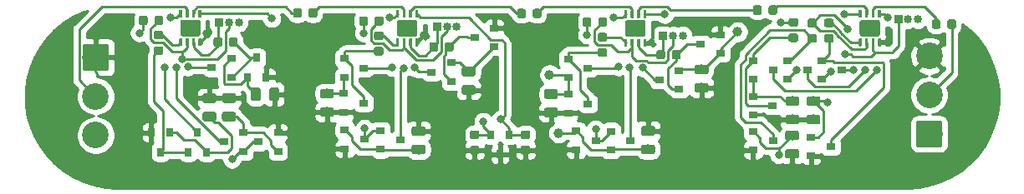
<source format=gbr>
G04 #@! TF.GenerationSoftware,KiCad,Pcbnew,(5.1.2)-2*
G04 #@! TF.CreationDate,2020-01-05T19:11:53-05:00*
G04 #@! TF.ProjectId,AddressableLED,41646472-6573-4736-9162-6c654c45442e,rev?*
G04 #@! TF.SameCoordinates,Original*
G04 #@! TF.FileFunction,Copper,L1,Top*
G04 #@! TF.FilePolarity,Positive*
%FSLAX46Y46*%
G04 Gerber Fmt 4.6, Leading zero omitted, Abs format (unit mm)*
G04 Created by KiCad (PCBNEW (5.1.2)-2) date 2020-01-05 19:11:53*
%MOMM*%
%LPD*%
G04 APERTURE LIST*
%ADD10C,0.100000*%
%ADD11C,0.875000*%
%ADD12C,0.300000*%
%ADD13C,1.700000*%
%ADD14C,1.000000*%
%ADD15R,0.800000X0.900000*%
%ADD16R,0.900000X0.800000*%
%ADD17C,0.975000*%
%ADD18O,0.850000X0.850000*%
%ADD19R,0.850000X0.850000*%
%ADD20C,2.700000*%
%ADD21C,0.800000*%
%ADD22C,0.250000*%
%ADD23C,0.450000*%
%ADD24C,0.254000*%
G04 APERTURE END LIST*
D10*
G36*
X142556391Y-95080853D02*
G01*
X142577626Y-95084003D01*
X142598450Y-95089219D01*
X142618662Y-95096451D01*
X142638068Y-95105630D01*
X142656481Y-95116666D01*
X142673724Y-95129454D01*
X142689630Y-95143870D01*
X142704046Y-95159776D01*
X142716834Y-95177019D01*
X142727870Y-95195432D01*
X142737049Y-95214838D01*
X142744281Y-95235050D01*
X142749497Y-95255874D01*
X142752647Y-95277109D01*
X142753700Y-95298550D01*
X142753700Y-95811050D01*
X142752647Y-95832491D01*
X142749497Y-95853726D01*
X142744281Y-95874550D01*
X142737049Y-95894762D01*
X142727870Y-95914168D01*
X142716834Y-95932581D01*
X142704046Y-95949824D01*
X142689630Y-95965730D01*
X142673724Y-95980146D01*
X142656481Y-95992934D01*
X142638068Y-96003970D01*
X142618662Y-96013149D01*
X142598450Y-96020381D01*
X142577626Y-96025597D01*
X142556391Y-96028747D01*
X142534950Y-96029800D01*
X142097450Y-96029800D01*
X142076009Y-96028747D01*
X142054774Y-96025597D01*
X142033950Y-96020381D01*
X142013738Y-96013149D01*
X141994332Y-96003970D01*
X141975919Y-95992934D01*
X141958676Y-95980146D01*
X141942770Y-95965730D01*
X141928354Y-95949824D01*
X141915566Y-95932581D01*
X141904530Y-95914168D01*
X141895351Y-95894762D01*
X141888119Y-95874550D01*
X141882903Y-95853726D01*
X141879753Y-95832491D01*
X141878700Y-95811050D01*
X141878700Y-95298550D01*
X141879753Y-95277109D01*
X141882903Y-95255874D01*
X141888119Y-95235050D01*
X141895351Y-95214838D01*
X141904530Y-95195432D01*
X141915566Y-95177019D01*
X141928354Y-95159776D01*
X141942770Y-95143870D01*
X141958676Y-95129454D01*
X141975919Y-95116666D01*
X141994332Y-95105630D01*
X142013738Y-95096451D01*
X142033950Y-95089219D01*
X142054774Y-95084003D01*
X142076009Y-95080853D01*
X142097450Y-95079800D01*
X142534950Y-95079800D01*
X142556391Y-95080853D01*
X142556391Y-95080853D01*
G37*
D11*
X142316200Y-95554800D03*
D10*
G36*
X144131391Y-95080853D02*
G01*
X144152626Y-95084003D01*
X144173450Y-95089219D01*
X144193662Y-95096451D01*
X144213068Y-95105630D01*
X144231481Y-95116666D01*
X144248724Y-95129454D01*
X144264630Y-95143870D01*
X144279046Y-95159776D01*
X144291834Y-95177019D01*
X144302870Y-95195432D01*
X144312049Y-95214838D01*
X144319281Y-95235050D01*
X144324497Y-95255874D01*
X144327647Y-95277109D01*
X144328700Y-95298550D01*
X144328700Y-95811050D01*
X144327647Y-95832491D01*
X144324497Y-95853726D01*
X144319281Y-95874550D01*
X144312049Y-95894762D01*
X144302870Y-95914168D01*
X144291834Y-95932581D01*
X144279046Y-95949824D01*
X144264630Y-95965730D01*
X144248724Y-95980146D01*
X144231481Y-95992934D01*
X144213068Y-96003970D01*
X144193662Y-96013149D01*
X144173450Y-96020381D01*
X144152626Y-96025597D01*
X144131391Y-96028747D01*
X144109950Y-96029800D01*
X143672450Y-96029800D01*
X143651009Y-96028747D01*
X143629774Y-96025597D01*
X143608950Y-96020381D01*
X143588738Y-96013149D01*
X143569332Y-96003970D01*
X143550919Y-95992934D01*
X143533676Y-95980146D01*
X143517770Y-95965730D01*
X143503354Y-95949824D01*
X143490566Y-95932581D01*
X143479530Y-95914168D01*
X143470351Y-95894762D01*
X143463119Y-95874550D01*
X143457903Y-95853726D01*
X143454753Y-95832491D01*
X143453700Y-95811050D01*
X143453700Y-95298550D01*
X143454753Y-95277109D01*
X143457903Y-95255874D01*
X143463119Y-95235050D01*
X143470351Y-95214838D01*
X143479530Y-95195432D01*
X143490566Y-95177019D01*
X143503354Y-95159776D01*
X143517770Y-95143870D01*
X143533676Y-95129454D01*
X143550919Y-95116666D01*
X143569332Y-95105630D01*
X143588738Y-95096451D01*
X143608950Y-95089219D01*
X143629774Y-95084003D01*
X143651009Y-95080853D01*
X143672450Y-95079800D01*
X144109950Y-95079800D01*
X144131391Y-95080853D01*
X144131391Y-95080853D01*
G37*
D11*
X143891200Y-95554800D03*
D10*
G36*
X119861291Y-95030053D02*
G01*
X119882526Y-95033203D01*
X119903350Y-95038419D01*
X119923562Y-95045651D01*
X119942968Y-95054830D01*
X119961381Y-95065866D01*
X119978624Y-95078654D01*
X119994530Y-95093070D01*
X120008946Y-95108976D01*
X120021734Y-95126219D01*
X120032770Y-95144632D01*
X120041949Y-95164038D01*
X120049181Y-95184250D01*
X120054397Y-95205074D01*
X120057547Y-95226309D01*
X120058600Y-95247750D01*
X120058600Y-95760250D01*
X120057547Y-95781691D01*
X120054397Y-95802926D01*
X120049181Y-95823750D01*
X120041949Y-95843962D01*
X120032770Y-95863368D01*
X120021734Y-95881781D01*
X120008946Y-95899024D01*
X119994530Y-95914930D01*
X119978624Y-95929346D01*
X119961381Y-95942134D01*
X119942968Y-95953170D01*
X119923562Y-95962349D01*
X119903350Y-95969581D01*
X119882526Y-95974797D01*
X119861291Y-95977947D01*
X119839850Y-95979000D01*
X119402350Y-95979000D01*
X119380909Y-95977947D01*
X119359674Y-95974797D01*
X119338850Y-95969581D01*
X119318638Y-95962349D01*
X119299232Y-95953170D01*
X119280819Y-95942134D01*
X119263576Y-95929346D01*
X119247670Y-95914930D01*
X119233254Y-95899024D01*
X119220466Y-95881781D01*
X119209430Y-95863368D01*
X119200251Y-95843962D01*
X119193019Y-95823750D01*
X119187803Y-95802926D01*
X119184653Y-95781691D01*
X119183600Y-95760250D01*
X119183600Y-95247750D01*
X119184653Y-95226309D01*
X119187803Y-95205074D01*
X119193019Y-95184250D01*
X119200251Y-95164038D01*
X119209430Y-95144632D01*
X119220466Y-95126219D01*
X119233254Y-95108976D01*
X119247670Y-95093070D01*
X119263576Y-95078654D01*
X119280819Y-95065866D01*
X119299232Y-95054830D01*
X119318638Y-95045651D01*
X119338850Y-95038419D01*
X119359674Y-95033203D01*
X119380909Y-95030053D01*
X119402350Y-95029000D01*
X119839850Y-95029000D01*
X119861291Y-95030053D01*
X119861291Y-95030053D01*
G37*
D11*
X119621100Y-95504000D03*
D10*
G36*
X121436291Y-95030053D02*
G01*
X121457526Y-95033203D01*
X121478350Y-95038419D01*
X121498562Y-95045651D01*
X121517968Y-95054830D01*
X121536381Y-95065866D01*
X121553624Y-95078654D01*
X121569530Y-95093070D01*
X121583946Y-95108976D01*
X121596734Y-95126219D01*
X121607770Y-95144632D01*
X121616949Y-95164038D01*
X121624181Y-95184250D01*
X121629397Y-95205074D01*
X121632547Y-95226309D01*
X121633600Y-95247750D01*
X121633600Y-95760250D01*
X121632547Y-95781691D01*
X121629397Y-95802926D01*
X121624181Y-95823750D01*
X121616949Y-95843962D01*
X121607770Y-95863368D01*
X121596734Y-95881781D01*
X121583946Y-95899024D01*
X121569530Y-95914930D01*
X121553624Y-95929346D01*
X121536381Y-95942134D01*
X121517968Y-95953170D01*
X121498562Y-95962349D01*
X121478350Y-95969581D01*
X121457526Y-95974797D01*
X121436291Y-95977947D01*
X121414850Y-95979000D01*
X120977350Y-95979000D01*
X120955909Y-95977947D01*
X120934674Y-95974797D01*
X120913850Y-95969581D01*
X120893638Y-95962349D01*
X120874232Y-95953170D01*
X120855819Y-95942134D01*
X120838576Y-95929346D01*
X120822670Y-95914930D01*
X120808254Y-95899024D01*
X120795466Y-95881781D01*
X120784430Y-95863368D01*
X120775251Y-95843962D01*
X120768019Y-95823750D01*
X120762803Y-95802926D01*
X120759653Y-95781691D01*
X120758600Y-95760250D01*
X120758600Y-95247750D01*
X120759653Y-95226309D01*
X120762803Y-95205074D01*
X120768019Y-95184250D01*
X120775251Y-95164038D01*
X120784430Y-95144632D01*
X120795466Y-95126219D01*
X120808254Y-95108976D01*
X120822670Y-95093070D01*
X120838576Y-95078654D01*
X120855819Y-95065866D01*
X120874232Y-95054830D01*
X120893638Y-95045651D01*
X120913850Y-95038419D01*
X120934674Y-95033203D01*
X120955909Y-95030053D01*
X120977350Y-95029000D01*
X121414850Y-95029000D01*
X121436291Y-95030053D01*
X121436291Y-95030053D01*
G37*
D11*
X121196100Y-95504000D03*
D10*
G36*
X166444991Y-94737953D02*
G01*
X166466226Y-94741103D01*
X166487050Y-94746319D01*
X166507262Y-94753551D01*
X166526668Y-94762730D01*
X166545081Y-94773766D01*
X166562324Y-94786554D01*
X166578230Y-94800970D01*
X166592646Y-94816876D01*
X166605434Y-94834119D01*
X166616470Y-94852532D01*
X166625649Y-94871938D01*
X166632881Y-94892150D01*
X166638097Y-94912974D01*
X166641247Y-94934209D01*
X166642300Y-94955650D01*
X166642300Y-95468150D01*
X166641247Y-95489591D01*
X166638097Y-95510826D01*
X166632881Y-95531650D01*
X166625649Y-95551862D01*
X166616470Y-95571268D01*
X166605434Y-95589681D01*
X166592646Y-95606924D01*
X166578230Y-95622830D01*
X166562324Y-95637246D01*
X166545081Y-95650034D01*
X166526668Y-95661070D01*
X166507262Y-95670249D01*
X166487050Y-95677481D01*
X166466226Y-95682697D01*
X166444991Y-95685847D01*
X166423550Y-95686900D01*
X165986050Y-95686900D01*
X165964609Y-95685847D01*
X165943374Y-95682697D01*
X165922550Y-95677481D01*
X165902338Y-95670249D01*
X165882932Y-95661070D01*
X165864519Y-95650034D01*
X165847276Y-95637246D01*
X165831370Y-95622830D01*
X165816954Y-95606924D01*
X165804166Y-95589681D01*
X165793130Y-95571268D01*
X165783951Y-95551862D01*
X165776719Y-95531650D01*
X165771503Y-95510826D01*
X165768353Y-95489591D01*
X165767300Y-95468150D01*
X165767300Y-94955650D01*
X165768353Y-94934209D01*
X165771503Y-94912974D01*
X165776719Y-94892150D01*
X165783951Y-94871938D01*
X165793130Y-94852532D01*
X165804166Y-94834119D01*
X165816954Y-94816876D01*
X165831370Y-94800970D01*
X165847276Y-94786554D01*
X165864519Y-94773766D01*
X165882932Y-94762730D01*
X165902338Y-94753551D01*
X165922550Y-94746319D01*
X165943374Y-94741103D01*
X165964609Y-94737953D01*
X165986050Y-94736900D01*
X166423550Y-94736900D01*
X166444991Y-94737953D01*
X166444991Y-94737953D01*
G37*
D11*
X166204800Y-95211900D03*
D10*
G36*
X168019991Y-94737953D02*
G01*
X168041226Y-94741103D01*
X168062050Y-94746319D01*
X168082262Y-94753551D01*
X168101668Y-94762730D01*
X168120081Y-94773766D01*
X168137324Y-94786554D01*
X168153230Y-94800970D01*
X168167646Y-94816876D01*
X168180434Y-94834119D01*
X168191470Y-94852532D01*
X168200649Y-94871938D01*
X168207881Y-94892150D01*
X168213097Y-94912974D01*
X168216247Y-94934209D01*
X168217300Y-94955650D01*
X168217300Y-95468150D01*
X168216247Y-95489591D01*
X168213097Y-95510826D01*
X168207881Y-95531650D01*
X168200649Y-95551862D01*
X168191470Y-95571268D01*
X168180434Y-95589681D01*
X168167646Y-95606924D01*
X168153230Y-95622830D01*
X168137324Y-95637246D01*
X168120081Y-95650034D01*
X168101668Y-95661070D01*
X168082262Y-95670249D01*
X168062050Y-95677481D01*
X168041226Y-95682697D01*
X168019991Y-95685847D01*
X167998550Y-95686900D01*
X167561050Y-95686900D01*
X167539609Y-95685847D01*
X167518374Y-95682697D01*
X167497550Y-95677481D01*
X167477338Y-95670249D01*
X167457932Y-95661070D01*
X167439519Y-95650034D01*
X167422276Y-95637246D01*
X167406370Y-95622830D01*
X167391954Y-95606924D01*
X167379166Y-95589681D01*
X167368130Y-95571268D01*
X167358951Y-95551862D01*
X167351719Y-95531650D01*
X167346503Y-95510826D01*
X167343353Y-95489591D01*
X167342300Y-95468150D01*
X167342300Y-94955650D01*
X167343353Y-94934209D01*
X167346503Y-94912974D01*
X167351719Y-94892150D01*
X167358951Y-94871938D01*
X167368130Y-94852532D01*
X167379166Y-94834119D01*
X167391954Y-94816876D01*
X167406370Y-94800970D01*
X167422276Y-94786554D01*
X167439519Y-94773766D01*
X167457932Y-94762730D01*
X167477338Y-94753551D01*
X167497550Y-94746319D01*
X167518374Y-94741103D01*
X167539609Y-94737953D01*
X167561050Y-94736900D01*
X167998550Y-94736900D01*
X168019991Y-94737953D01*
X168019991Y-94737953D01*
G37*
D11*
X167779800Y-95211900D03*
D10*
G36*
X186130191Y-96173053D02*
G01*
X186151426Y-96176203D01*
X186172250Y-96181419D01*
X186192462Y-96188651D01*
X186211868Y-96197830D01*
X186230281Y-96208866D01*
X186247524Y-96221654D01*
X186263430Y-96236070D01*
X186277846Y-96251976D01*
X186290634Y-96269219D01*
X186301670Y-96287632D01*
X186310849Y-96307038D01*
X186318081Y-96327250D01*
X186323297Y-96348074D01*
X186326447Y-96369309D01*
X186327500Y-96390750D01*
X186327500Y-96903250D01*
X186326447Y-96924691D01*
X186323297Y-96945926D01*
X186318081Y-96966750D01*
X186310849Y-96986962D01*
X186301670Y-97006368D01*
X186290634Y-97024781D01*
X186277846Y-97042024D01*
X186263430Y-97057930D01*
X186247524Y-97072346D01*
X186230281Y-97085134D01*
X186211868Y-97096170D01*
X186192462Y-97105349D01*
X186172250Y-97112581D01*
X186151426Y-97117797D01*
X186130191Y-97120947D01*
X186108750Y-97122000D01*
X185671250Y-97122000D01*
X185649809Y-97120947D01*
X185628574Y-97117797D01*
X185607750Y-97112581D01*
X185587538Y-97105349D01*
X185568132Y-97096170D01*
X185549719Y-97085134D01*
X185532476Y-97072346D01*
X185516570Y-97057930D01*
X185502154Y-97042024D01*
X185489366Y-97024781D01*
X185478330Y-97006368D01*
X185469151Y-96986962D01*
X185461919Y-96966750D01*
X185456703Y-96945926D01*
X185453553Y-96924691D01*
X185452500Y-96903250D01*
X185452500Y-96390750D01*
X185453553Y-96369309D01*
X185456703Y-96348074D01*
X185461919Y-96327250D01*
X185469151Y-96307038D01*
X185478330Y-96287632D01*
X185489366Y-96269219D01*
X185502154Y-96251976D01*
X185516570Y-96236070D01*
X185532476Y-96221654D01*
X185549719Y-96208866D01*
X185568132Y-96197830D01*
X185587538Y-96188651D01*
X185607750Y-96181419D01*
X185628574Y-96176203D01*
X185649809Y-96173053D01*
X185671250Y-96172000D01*
X186108750Y-96172000D01*
X186130191Y-96173053D01*
X186130191Y-96173053D01*
G37*
D11*
X185890000Y-96647000D03*
D10*
G36*
X184555191Y-96173053D02*
G01*
X184576426Y-96176203D01*
X184597250Y-96181419D01*
X184617462Y-96188651D01*
X184636868Y-96197830D01*
X184655281Y-96208866D01*
X184672524Y-96221654D01*
X184688430Y-96236070D01*
X184702846Y-96251976D01*
X184715634Y-96269219D01*
X184726670Y-96287632D01*
X184735849Y-96307038D01*
X184743081Y-96327250D01*
X184748297Y-96348074D01*
X184751447Y-96369309D01*
X184752500Y-96390750D01*
X184752500Y-96903250D01*
X184751447Y-96924691D01*
X184748297Y-96945926D01*
X184743081Y-96966750D01*
X184735849Y-96986962D01*
X184726670Y-97006368D01*
X184715634Y-97024781D01*
X184702846Y-97042024D01*
X184688430Y-97057930D01*
X184672524Y-97072346D01*
X184655281Y-97085134D01*
X184636868Y-97096170D01*
X184617462Y-97105349D01*
X184597250Y-97112581D01*
X184576426Y-97117797D01*
X184555191Y-97120947D01*
X184533750Y-97122000D01*
X184096250Y-97122000D01*
X184074809Y-97120947D01*
X184053574Y-97117797D01*
X184032750Y-97112581D01*
X184012538Y-97105349D01*
X183993132Y-97096170D01*
X183974719Y-97085134D01*
X183957476Y-97072346D01*
X183941570Y-97057930D01*
X183927154Y-97042024D01*
X183914366Y-97024781D01*
X183903330Y-97006368D01*
X183894151Y-96986962D01*
X183886919Y-96966750D01*
X183881703Y-96945926D01*
X183878553Y-96924691D01*
X183877500Y-96903250D01*
X183877500Y-96390750D01*
X183878553Y-96369309D01*
X183881703Y-96348074D01*
X183886919Y-96327250D01*
X183894151Y-96307038D01*
X183903330Y-96287632D01*
X183914366Y-96269219D01*
X183927154Y-96251976D01*
X183941570Y-96236070D01*
X183957476Y-96221654D01*
X183974719Y-96208866D01*
X183993132Y-96197830D01*
X184012538Y-96188651D01*
X184032750Y-96181419D01*
X184053574Y-96176203D01*
X184074809Y-96173053D01*
X184096250Y-96172000D01*
X184533750Y-96172000D01*
X184555191Y-96173053D01*
X184555191Y-96173053D01*
G37*
D11*
X184315000Y-96647000D03*
D10*
G36*
X109830851Y-98085161D02*
G01*
X109838132Y-98086241D01*
X109845271Y-98088029D01*
X109852201Y-98090509D01*
X109858855Y-98093656D01*
X109865168Y-98097440D01*
X109871079Y-98101824D01*
X109876533Y-98106767D01*
X109881476Y-98112221D01*
X109885860Y-98118132D01*
X109889644Y-98124445D01*
X109892791Y-98131099D01*
X109895271Y-98138029D01*
X109897059Y-98145168D01*
X109898139Y-98152449D01*
X109898500Y-98159800D01*
X109898500Y-98809800D01*
X109898139Y-98817151D01*
X109897059Y-98824432D01*
X109895271Y-98831571D01*
X109892791Y-98838501D01*
X109889644Y-98845155D01*
X109885860Y-98851468D01*
X109881476Y-98857379D01*
X109876533Y-98862833D01*
X109871079Y-98867776D01*
X109865168Y-98872160D01*
X109858855Y-98875944D01*
X109852201Y-98879091D01*
X109845271Y-98881571D01*
X109838132Y-98883359D01*
X109830851Y-98884439D01*
X109823500Y-98884800D01*
X109673500Y-98884800D01*
X109666149Y-98884439D01*
X109658868Y-98883359D01*
X109651729Y-98881571D01*
X109644799Y-98879091D01*
X109638145Y-98875944D01*
X109631832Y-98872160D01*
X109625921Y-98867776D01*
X109620467Y-98862833D01*
X109615524Y-98857379D01*
X109611140Y-98851468D01*
X109607356Y-98845155D01*
X109604209Y-98838501D01*
X109601729Y-98831571D01*
X109599941Y-98824432D01*
X109598861Y-98817151D01*
X109598500Y-98809800D01*
X109598500Y-98159800D01*
X109598861Y-98152449D01*
X109599941Y-98145168D01*
X109601729Y-98138029D01*
X109604209Y-98131099D01*
X109607356Y-98124445D01*
X109611140Y-98118132D01*
X109615524Y-98112221D01*
X109620467Y-98106767D01*
X109625921Y-98101824D01*
X109631832Y-98097440D01*
X109638145Y-98093656D01*
X109644799Y-98090509D01*
X109651729Y-98088029D01*
X109658868Y-98086241D01*
X109666149Y-98085161D01*
X109673500Y-98084800D01*
X109823500Y-98084800D01*
X109830851Y-98085161D01*
X109830851Y-98085161D01*
G37*
D12*
X109748500Y-98484800D03*
D10*
G36*
X109180851Y-98085161D02*
G01*
X109188132Y-98086241D01*
X109195271Y-98088029D01*
X109202201Y-98090509D01*
X109208855Y-98093656D01*
X109215168Y-98097440D01*
X109221079Y-98101824D01*
X109226533Y-98106767D01*
X109231476Y-98112221D01*
X109235860Y-98118132D01*
X109239644Y-98124445D01*
X109242791Y-98131099D01*
X109245271Y-98138029D01*
X109247059Y-98145168D01*
X109248139Y-98152449D01*
X109248500Y-98159800D01*
X109248500Y-98809800D01*
X109248139Y-98817151D01*
X109247059Y-98824432D01*
X109245271Y-98831571D01*
X109242791Y-98838501D01*
X109239644Y-98845155D01*
X109235860Y-98851468D01*
X109231476Y-98857379D01*
X109226533Y-98862833D01*
X109221079Y-98867776D01*
X109215168Y-98872160D01*
X109208855Y-98875944D01*
X109202201Y-98879091D01*
X109195271Y-98881571D01*
X109188132Y-98883359D01*
X109180851Y-98884439D01*
X109173500Y-98884800D01*
X109023500Y-98884800D01*
X109016149Y-98884439D01*
X109008868Y-98883359D01*
X109001729Y-98881571D01*
X108994799Y-98879091D01*
X108988145Y-98875944D01*
X108981832Y-98872160D01*
X108975921Y-98867776D01*
X108970467Y-98862833D01*
X108965524Y-98857379D01*
X108961140Y-98851468D01*
X108957356Y-98845155D01*
X108954209Y-98838501D01*
X108951729Y-98831571D01*
X108949941Y-98824432D01*
X108948861Y-98817151D01*
X108948500Y-98809800D01*
X108948500Y-98159800D01*
X108948861Y-98152449D01*
X108949941Y-98145168D01*
X108951729Y-98138029D01*
X108954209Y-98131099D01*
X108957356Y-98124445D01*
X108961140Y-98118132D01*
X108965524Y-98112221D01*
X108970467Y-98106767D01*
X108975921Y-98101824D01*
X108981832Y-98097440D01*
X108988145Y-98093656D01*
X108994799Y-98090509D01*
X109001729Y-98088029D01*
X109008868Y-98086241D01*
X109016149Y-98085161D01*
X109023500Y-98084800D01*
X109173500Y-98084800D01*
X109180851Y-98085161D01*
X109180851Y-98085161D01*
G37*
D12*
X109098500Y-98484800D03*
D10*
G36*
X108530851Y-98085161D02*
G01*
X108538132Y-98086241D01*
X108545271Y-98088029D01*
X108552201Y-98090509D01*
X108558855Y-98093656D01*
X108565168Y-98097440D01*
X108571079Y-98101824D01*
X108576533Y-98106767D01*
X108581476Y-98112221D01*
X108585860Y-98118132D01*
X108589644Y-98124445D01*
X108592791Y-98131099D01*
X108595271Y-98138029D01*
X108597059Y-98145168D01*
X108598139Y-98152449D01*
X108598500Y-98159800D01*
X108598500Y-98809800D01*
X108598139Y-98817151D01*
X108597059Y-98824432D01*
X108595271Y-98831571D01*
X108592791Y-98838501D01*
X108589644Y-98845155D01*
X108585860Y-98851468D01*
X108581476Y-98857379D01*
X108576533Y-98862833D01*
X108571079Y-98867776D01*
X108565168Y-98872160D01*
X108558855Y-98875944D01*
X108552201Y-98879091D01*
X108545271Y-98881571D01*
X108538132Y-98883359D01*
X108530851Y-98884439D01*
X108523500Y-98884800D01*
X108373500Y-98884800D01*
X108366149Y-98884439D01*
X108358868Y-98883359D01*
X108351729Y-98881571D01*
X108344799Y-98879091D01*
X108338145Y-98875944D01*
X108331832Y-98872160D01*
X108325921Y-98867776D01*
X108320467Y-98862833D01*
X108315524Y-98857379D01*
X108311140Y-98851468D01*
X108307356Y-98845155D01*
X108304209Y-98838501D01*
X108301729Y-98831571D01*
X108299941Y-98824432D01*
X108298861Y-98817151D01*
X108298500Y-98809800D01*
X108298500Y-98159800D01*
X108298861Y-98152449D01*
X108299941Y-98145168D01*
X108301729Y-98138029D01*
X108304209Y-98131099D01*
X108307356Y-98124445D01*
X108311140Y-98118132D01*
X108315524Y-98112221D01*
X108320467Y-98106767D01*
X108325921Y-98101824D01*
X108331832Y-98097440D01*
X108338145Y-98093656D01*
X108344799Y-98090509D01*
X108351729Y-98088029D01*
X108358868Y-98086241D01*
X108366149Y-98085161D01*
X108373500Y-98084800D01*
X108523500Y-98084800D01*
X108530851Y-98085161D01*
X108530851Y-98085161D01*
G37*
D12*
X108448500Y-98484800D03*
D10*
G36*
X107880851Y-98085161D02*
G01*
X107888132Y-98086241D01*
X107895271Y-98088029D01*
X107902201Y-98090509D01*
X107908855Y-98093656D01*
X107915168Y-98097440D01*
X107921079Y-98101824D01*
X107926533Y-98106767D01*
X107931476Y-98112221D01*
X107935860Y-98118132D01*
X107939644Y-98124445D01*
X107942791Y-98131099D01*
X107945271Y-98138029D01*
X107947059Y-98145168D01*
X107948139Y-98152449D01*
X107948500Y-98159800D01*
X107948500Y-98809800D01*
X107948139Y-98817151D01*
X107947059Y-98824432D01*
X107945271Y-98831571D01*
X107942791Y-98838501D01*
X107939644Y-98845155D01*
X107935860Y-98851468D01*
X107931476Y-98857379D01*
X107926533Y-98862833D01*
X107921079Y-98867776D01*
X107915168Y-98872160D01*
X107908855Y-98875944D01*
X107902201Y-98879091D01*
X107895271Y-98881571D01*
X107888132Y-98883359D01*
X107880851Y-98884439D01*
X107873500Y-98884800D01*
X107723500Y-98884800D01*
X107716149Y-98884439D01*
X107708868Y-98883359D01*
X107701729Y-98881571D01*
X107694799Y-98879091D01*
X107688145Y-98875944D01*
X107681832Y-98872160D01*
X107675921Y-98867776D01*
X107670467Y-98862833D01*
X107665524Y-98857379D01*
X107661140Y-98851468D01*
X107657356Y-98845155D01*
X107654209Y-98838501D01*
X107651729Y-98831571D01*
X107649941Y-98824432D01*
X107648861Y-98817151D01*
X107648500Y-98809800D01*
X107648500Y-98159800D01*
X107648861Y-98152449D01*
X107649941Y-98145168D01*
X107651729Y-98138029D01*
X107654209Y-98131099D01*
X107657356Y-98124445D01*
X107661140Y-98118132D01*
X107665524Y-98112221D01*
X107670467Y-98106767D01*
X107675921Y-98101824D01*
X107681832Y-98097440D01*
X107688145Y-98093656D01*
X107694799Y-98090509D01*
X107701729Y-98088029D01*
X107708868Y-98086241D01*
X107716149Y-98085161D01*
X107723500Y-98084800D01*
X107873500Y-98084800D01*
X107880851Y-98085161D01*
X107880851Y-98085161D01*
G37*
D12*
X107798500Y-98484800D03*
D10*
G36*
X107880851Y-95185161D02*
G01*
X107888132Y-95186241D01*
X107895271Y-95188029D01*
X107902201Y-95190509D01*
X107908855Y-95193656D01*
X107915168Y-95197440D01*
X107921079Y-95201824D01*
X107926533Y-95206767D01*
X107931476Y-95212221D01*
X107935860Y-95218132D01*
X107939644Y-95224445D01*
X107942791Y-95231099D01*
X107945271Y-95238029D01*
X107947059Y-95245168D01*
X107948139Y-95252449D01*
X107948500Y-95259800D01*
X107948500Y-95909800D01*
X107948139Y-95917151D01*
X107947059Y-95924432D01*
X107945271Y-95931571D01*
X107942791Y-95938501D01*
X107939644Y-95945155D01*
X107935860Y-95951468D01*
X107931476Y-95957379D01*
X107926533Y-95962833D01*
X107921079Y-95967776D01*
X107915168Y-95972160D01*
X107908855Y-95975944D01*
X107902201Y-95979091D01*
X107895271Y-95981571D01*
X107888132Y-95983359D01*
X107880851Y-95984439D01*
X107873500Y-95984800D01*
X107723500Y-95984800D01*
X107716149Y-95984439D01*
X107708868Y-95983359D01*
X107701729Y-95981571D01*
X107694799Y-95979091D01*
X107688145Y-95975944D01*
X107681832Y-95972160D01*
X107675921Y-95967776D01*
X107670467Y-95962833D01*
X107665524Y-95957379D01*
X107661140Y-95951468D01*
X107657356Y-95945155D01*
X107654209Y-95938501D01*
X107651729Y-95931571D01*
X107649941Y-95924432D01*
X107648861Y-95917151D01*
X107648500Y-95909800D01*
X107648500Y-95259800D01*
X107648861Y-95252449D01*
X107649941Y-95245168D01*
X107651729Y-95238029D01*
X107654209Y-95231099D01*
X107657356Y-95224445D01*
X107661140Y-95218132D01*
X107665524Y-95212221D01*
X107670467Y-95206767D01*
X107675921Y-95201824D01*
X107681832Y-95197440D01*
X107688145Y-95193656D01*
X107694799Y-95190509D01*
X107701729Y-95188029D01*
X107708868Y-95186241D01*
X107716149Y-95185161D01*
X107723500Y-95184800D01*
X107873500Y-95184800D01*
X107880851Y-95185161D01*
X107880851Y-95185161D01*
G37*
D12*
X107798500Y-95584800D03*
D10*
G36*
X108530851Y-95185161D02*
G01*
X108538132Y-95186241D01*
X108545271Y-95188029D01*
X108552201Y-95190509D01*
X108558855Y-95193656D01*
X108565168Y-95197440D01*
X108571079Y-95201824D01*
X108576533Y-95206767D01*
X108581476Y-95212221D01*
X108585860Y-95218132D01*
X108589644Y-95224445D01*
X108592791Y-95231099D01*
X108595271Y-95238029D01*
X108597059Y-95245168D01*
X108598139Y-95252449D01*
X108598500Y-95259800D01*
X108598500Y-95909800D01*
X108598139Y-95917151D01*
X108597059Y-95924432D01*
X108595271Y-95931571D01*
X108592791Y-95938501D01*
X108589644Y-95945155D01*
X108585860Y-95951468D01*
X108581476Y-95957379D01*
X108576533Y-95962833D01*
X108571079Y-95967776D01*
X108565168Y-95972160D01*
X108558855Y-95975944D01*
X108552201Y-95979091D01*
X108545271Y-95981571D01*
X108538132Y-95983359D01*
X108530851Y-95984439D01*
X108523500Y-95984800D01*
X108373500Y-95984800D01*
X108366149Y-95984439D01*
X108358868Y-95983359D01*
X108351729Y-95981571D01*
X108344799Y-95979091D01*
X108338145Y-95975944D01*
X108331832Y-95972160D01*
X108325921Y-95967776D01*
X108320467Y-95962833D01*
X108315524Y-95957379D01*
X108311140Y-95951468D01*
X108307356Y-95945155D01*
X108304209Y-95938501D01*
X108301729Y-95931571D01*
X108299941Y-95924432D01*
X108298861Y-95917151D01*
X108298500Y-95909800D01*
X108298500Y-95259800D01*
X108298861Y-95252449D01*
X108299941Y-95245168D01*
X108301729Y-95238029D01*
X108304209Y-95231099D01*
X108307356Y-95224445D01*
X108311140Y-95218132D01*
X108315524Y-95212221D01*
X108320467Y-95206767D01*
X108325921Y-95201824D01*
X108331832Y-95197440D01*
X108338145Y-95193656D01*
X108344799Y-95190509D01*
X108351729Y-95188029D01*
X108358868Y-95186241D01*
X108366149Y-95185161D01*
X108373500Y-95184800D01*
X108523500Y-95184800D01*
X108530851Y-95185161D01*
X108530851Y-95185161D01*
G37*
D12*
X108448500Y-95584800D03*
D10*
G36*
X109180851Y-95185161D02*
G01*
X109188132Y-95186241D01*
X109195271Y-95188029D01*
X109202201Y-95190509D01*
X109208855Y-95193656D01*
X109215168Y-95197440D01*
X109221079Y-95201824D01*
X109226533Y-95206767D01*
X109231476Y-95212221D01*
X109235860Y-95218132D01*
X109239644Y-95224445D01*
X109242791Y-95231099D01*
X109245271Y-95238029D01*
X109247059Y-95245168D01*
X109248139Y-95252449D01*
X109248500Y-95259800D01*
X109248500Y-95909800D01*
X109248139Y-95917151D01*
X109247059Y-95924432D01*
X109245271Y-95931571D01*
X109242791Y-95938501D01*
X109239644Y-95945155D01*
X109235860Y-95951468D01*
X109231476Y-95957379D01*
X109226533Y-95962833D01*
X109221079Y-95967776D01*
X109215168Y-95972160D01*
X109208855Y-95975944D01*
X109202201Y-95979091D01*
X109195271Y-95981571D01*
X109188132Y-95983359D01*
X109180851Y-95984439D01*
X109173500Y-95984800D01*
X109023500Y-95984800D01*
X109016149Y-95984439D01*
X109008868Y-95983359D01*
X109001729Y-95981571D01*
X108994799Y-95979091D01*
X108988145Y-95975944D01*
X108981832Y-95972160D01*
X108975921Y-95967776D01*
X108970467Y-95962833D01*
X108965524Y-95957379D01*
X108961140Y-95951468D01*
X108957356Y-95945155D01*
X108954209Y-95938501D01*
X108951729Y-95931571D01*
X108949941Y-95924432D01*
X108948861Y-95917151D01*
X108948500Y-95909800D01*
X108948500Y-95259800D01*
X108948861Y-95252449D01*
X108949941Y-95245168D01*
X108951729Y-95238029D01*
X108954209Y-95231099D01*
X108957356Y-95224445D01*
X108961140Y-95218132D01*
X108965524Y-95212221D01*
X108970467Y-95206767D01*
X108975921Y-95201824D01*
X108981832Y-95197440D01*
X108988145Y-95193656D01*
X108994799Y-95190509D01*
X109001729Y-95188029D01*
X109008868Y-95186241D01*
X109016149Y-95185161D01*
X109023500Y-95184800D01*
X109173500Y-95184800D01*
X109180851Y-95185161D01*
X109180851Y-95185161D01*
G37*
D12*
X109098500Y-95584800D03*
D10*
G36*
X109830851Y-95185161D02*
G01*
X109838132Y-95186241D01*
X109845271Y-95188029D01*
X109852201Y-95190509D01*
X109858855Y-95193656D01*
X109865168Y-95197440D01*
X109871079Y-95201824D01*
X109876533Y-95206767D01*
X109881476Y-95212221D01*
X109885860Y-95218132D01*
X109889644Y-95224445D01*
X109892791Y-95231099D01*
X109895271Y-95238029D01*
X109897059Y-95245168D01*
X109898139Y-95252449D01*
X109898500Y-95259800D01*
X109898500Y-95909800D01*
X109898139Y-95917151D01*
X109897059Y-95924432D01*
X109895271Y-95931571D01*
X109892791Y-95938501D01*
X109889644Y-95945155D01*
X109885860Y-95951468D01*
X109881476Y-95957379D01*
X109876533Y-95962833D01*
X109871079Y-95967776D01*
X109865168Y-95972160D01*
X109858855Y-95975944D01*
X109852201Y-95979091D01*
X109845271Y-95981571D01*
X109838132Y-95983359D01*
X109830851Y-95984439D01*
X109823500Y-95984800D01*
X109673500Y-95984800D01*
X109666149Y-95984439D01*
X109658868Y-95983359D01*
X109651729Y-95981571D01*
X109644799Y-95979091D01*
X109638145Y-95975944D01*
X109631832Y-95972160D01*
X109625921Y-95967776D01*
X109620467Y-95962833D01*
X109615524Y-95957379D01*
X109611140Y-95951468D01*
X109607356Y-95945155D01*
X109604209Y-95938501D01*
X109601729Y-95931571D01*
X109599941Y-95924432D01*
X109598861Y-95917151D01*
X109598500Y-95909800D01*
X109598500Y-95259800D01*
X109598861Y-95252449D01*
X109599941Y-95245168D01*
X109601729Y-95238029D01*
X109604209Y-95231099D01*
X109607356Y-95224445D01*
X109611140Y-95218132D01*
X109615524Y-95212221D01*
X109620467Y-95206767D01*
X109625921Y-95201824D01*
X109631832Y-95197440D01*
X109638145Y-95193656D01*
X109644799Y-95190509D01*
X109651729Y-95188029D01*
X109658868Y-95186241D01*
X109666149Y-95185161D01*
X109673500Y-95184800D01*
X109823500Y-95184800D01*
X109830851Y-95185161D01*
X109830851Y-95185161D01*
G37*
D12*
X109748500Y-95584800D03*
D10*
G36*
X109573004Y-96186004D02*
G01*
X109597273Y-96189604D01*
X109621071Y-96195565D01*
X109644171Y-96203830D01*
X109666349Y-96214320D01*
X109687393Y-96226933D01*
X109707098Y-96241547D01*
X109725277Y-96258023D01*
X109741753Y-96276202D01*
X109756367Y-96295907D01*
X109768980Y-96316951D01*
X109779470Y-96339129D01*
X109787735Y-96362229D01*
X109793696Y-96386027D01*
X109797296Y-96410296D01*
X109798500Y-96434800D01*
X109798500Y-97634800D01*
X109797296Y-97659304D01*
X109793696Y-97683573D01*
X109787735Y-97707371D01*
X109779470Y-97730471D01*
X109768980Y-97752649D01*
X109756367Y-97773693D01*
X109741753Y-97793398D01*
X109725277Y-97811577D01*
X109707098Y-97828053D01*
X109687393Y-97842667D01*
X109666349Y-97855280D01*
X109644171Y-97865770D01*
X109621071Y-97874035D01*
X109597273Y-97879996D01*
X109573004Y-97883596D01*
X109548500Y-97884800D01*
X107998500Y-97884800D01*
X107973996Y-97883596D01*
X107949727Y-97879996D01*
X107925929Y-97874035D01*
X107902829Y-97865770D01*
X107880651Y-97855280D01*
X107859607Y-97842667D01*
X107839902Y-97828053D01*
X107821723Y-97811577D01*
X107805247Y-97793398D01*
X107790633Y-97773693D01*
X107778020Y-97752649D01*
X107767530Y-97730471D01*
X107759265Y-97707371D01*
X107753304Y-97683573D01*
X107749704Y-97659304D01*
X107748500Y-97634800D01*
X107748500Y-96434800D01*
X107749704Y-96410296D01*
X107753304Y-96386027D01*
X107759265Y-96362229D01*
X107767530Y-96339129D01*
X107778020Y-96316951D01*
X107790633Y-96295907D01*
X107805247Y-96276202D01*
X107821723Y-96258023D01*
X107839902Y-96241547D01*
X107859607Y-96226933D01*
X107880651Y-96214320D01*
X107902829Y-96203830D01*
X107925929Y-96195565D01*
X107949727Y-96189604D01*
X107973996Y-96186004D01*
X107998500Y-96184800D01*
X109548500Y-96184800D01*
X109573004Y-96186004D01*
X109573004Y-96186004D01*
G37*
D13*
X108773500Y-97034800D03*
D10*
G36*
X131803851Y-98103761D02*
G01*
X131811132Y-98104841D01*
X131818271Y-98106629D01*
X131825201Y-98109109D01*
X131831855Y-98112256D01*
X131838168Y-98116040D01*
X131844079Y-98120424D01*
X131849533Y-98125367D01*
X131854476Y-98130821D01*
X131858860Y-98136732D01*
X131862644Y-98143045D01*
X131865791Y-98149699D01*
X131868271Y-98156629D01*
X131870059Y-98163768D01*
X131871139Y-98171049D01*
X131871500Y-98178400D01*
X131871500Y-98828400D01*
X131871139Y-98835751D01*
X131870059Y-98843032D01*
X131868271Y-98850171D01*
X131865791Y-98857101D01*
X131862644Y-98863755D01*
X131858860Y-98870068D01*
X131854476Y-98875979D01*
X131849533Y-98881433D01*
X131844079Y-98886376D01*
X131838168Y-98890760D01*
X131831855Y-98894544D01*
X131825201Y-98897691D01*
X131818271Y-98900171D01*
X131811132Y-98901959D01*
X131803851Y-98903039D01*
X131796500Y-98903400D01*
X131646500Y-98903400D01*
X131639149Y-98903039D01*
X131631868Y-98901959D01*
X131624729Y-98900171D01*
X131617799Y-98897691D01*
X131611145Y-98894544D01*
X131604832Y-98890760D01*
X131598921Y-98886376D01*
X131593467Y-98881433D01*
X131588524Y-98875979D01*
X131584140Y-98870068D01*
X131580356Y-98863755D01*
X131577209Y-98857101D01*
X131574729Y-98850171D01*
X131572941Y-98843032D01*
X131571861Y-98835751D01*
X131571500Y-98828400D01*
X131571500Y-98178400D01*
X131571861Y-98171049D01*
X131572941Y-98163768D01*
X131574729Y-98156629D01*
X131577209Y-98149699D01*
X131580356Y-98143045D01*
X131584140Y-98136732D01*
X131588524Y-98130821D01*
X131593467Y-98125367D01*
X131598921Y-98120424D01*
X131604832Y-98116040D01*
X131611145Y-98112256D01*
X131617799Y-98109109D01*
X131624729Y-98106629D01*
X131631868Y-98104841D01*
X131639149Y-98103761D01*
X131646500Y-98103400D01*
X131796500Y-98103400D01*
X131803851Y-98103761D01*
X131803851Y-98103761D01*
G37*
D12*
X131721500Y-98503400D03*
D10*
G36*
X131153851Y-98103761D02*
G01*
X131161132Y-98104841D01*
X131168271Y-98106629D01*
X131175201Y-98109109D01*
X131181855Y-98112256D01*
X131188168Y-98116040D01*
X131194079Y-98120424D01*
X131199533Y-98125367D01*
X131204476Y-98130821D01*
X131208860Y-98136732D01*
X131212644Y-98143045D01*
X131215791Y-98149699D01*
X131218271Y-98156629D01*
X131220059Y-98163768D01*
X131221139Y-98171049D01*
X131221500Y-98178400D01*
X131221500Y-98828400D01*
X131221139Y-98835751D01*
X131220059Y-98843032D01*
X131218271Y-98850171D01*
X131215791Y-98857101D01*
X131212644Y-98863755D01*
X131208860Y-98870068D01*
X131204476Y-98875979D01*
X131199533Y-98881433D01*
X131194079Y-98886376D01*
X131188168Y-98890760D01*
X131181855Y-98894544D01*
X131175201Y-98897691D01*
X131168271Y-98900171D01*
X131161132Y-98901959D01*
X131153851Y-98903039D01*
X131146500Y-98903400D01*
X130996500Y-98903400D01*
X130989149Y-98903039D01*
X130981868Y-98901959D01*
X130974729Y-98900171D01*
X130967799Y-98897691D01*
X130961145Y-98894544D01*
X130954832Y-98890760D01*
X130948921Y-98886376D01*
X130943467Y-98881433D01*
X130938524Y-98875979D01*
X130934140Y-98870068D01*
X130930356Y-98863755D01*
X130927209Y-98857101D01*
X130924729Y-98850171D01*
X130922941Y-98843032D01*
X130921861Y-98835751D01*
X130921500Y-98828400D01*
X130921500Y-98178400D01*
X130921861Y-98171049D01*
X130922941Y-98163768D01*
X130924729Y-98156629D01*
X130927209Y-98149699D01*
X130930356Y-98143045D01*
X130934140Y-98136732D01*
X130938524Y-98130821D01*
X130943467Y-98125367D01*
X130948921Y-98120424D01*
X130954832Y-98116040D01*
X130961145Y-98112256D01*
X130967799Y-98109109D01*
X130974729Y-98106629D01*
X130981868Y-98104841D01*
X130989149Y-98103761D01*
X130996500Y-98103400D01*
X131146500Y-98103400D01*
X131153851Y-98103761D01*
X131153851Y-98103761D01*
G37*
D12*
X131071500Y-98503400D03*
D10*
G36*
X130503851Y-98103761D02*
G01*
X130511132Y-98104841D01*
X130518271Y-98106629D01*
X130525201Y-98109109D01*
X130531855Y-98112256D01*
X130538168Y-98116040D01*
X130544079Y-98120424D01*
X130549533Y-98125367D01*
X130554476Y-98130821D01*
X130558860Y-98136732D01*
X130562644Y-98143045D01*
X130565791Y-98149699D01*
X130568271Y-98156629D01*
X130570059Y-98163768D01*
X130571139Y-98171049D01*
X130571500Y-98178400D01*
X130571500Y-98828400D01*
X130571139Y-98835751D01*
X130570059Y-98843032D01*
X130568271Y-98850171D01*
X130565791Y-98857101D01*
X130562644Y-98863755D01*
X130558860Y-98870068D01*
X130554476Y-98875979D01*
X130549533Y-98881433D01*
X130544079Y-98886376D01*
X130538168Y-98890760D01*
X130531855Y-98894544D01*
X130525201Y-98897691D01*
X130518271Y-98900171D01*
X130511132Y-98901959D01*
X130503851Y-98903039D01*
X130496500Y-98903400D01*
X130346500Y-98903400D01*
X130339149Y-98903039D01*
X130331868Y-98901959D01*
X130324729Y-98900171D01*
X130317799Y-98897691D01*
X130311145Y-98894544D01*
X130304832Y-98890760D01*
X130298921Y-98886376D01*
X130293467Y-98881433D01*
X130288524Y-98875979D01*
X130284140Y-98870068D01*
X130280356Y-98863755D01*
X130277209Y-98857101D01*
X130274729Y-98850171D01*
X130272941Y-98843032D01*
X130271861Y-98835751D01*
X130271500Y-98828400D01*
X130271500Y-98178400D01*
X130271861Y-98171049D01*
X130272941Y-98163768D01*
X130274729Y-98156629D01*
X130277209Y-98149699D01*
X130280356Y-98143045D01*
X130284140Y-98136732D01*
X130288524Y-98130821D01*
X130293467Y-98125367D01*
X130298921Y-98120424D01*
X130304832Y-98116040D01*
X130311145Y-98112256D01*
X130317799Y-98109109D01*
X130324729Y-98106629D01*
X130331868Y-98104841D01*
X130339149Y-98103761D01*
X130346500Y-98103400D01*
X130496500Y-98103400D01*
X130503851Y-98103761D01*
X130503851Y-98103761D01*
G37*
D12*
X130421500Y-98503400D03*
D10*
G36*
X129853851Y-98103761D02*
G01*
X129861132Y-98104841D01*
X129868271Y-98106629D01*
X129875201Y-98109109D01*
X129881855Y-98112256D01*
X129888168Y-98116040D01*
X129894079Y-98120424D01*
X129899533Y-98125367D01*
X129904476Y-98130821D01*
X129908860Y-98136732D01*
X129912644Y-98143045D01*
X129915791Y-98149699D01*
X129918271Y-98156629D01*
X129920059Y-98163768D01*
X129921139Y-98171049D01*
X129921500Y-98178400D01*
X129921500Y-98828400D01*
X129921139Y-98835751D01*
X129920059Y-98843032D01*
X129918271Y-98850171D01*
X129915791Y-98857101D01*
X129912644Y-98863755D01*
X129908860Y-98870068D01*
X129904476Y-98875979D01*
X129899533Y-98881433D01*
X129894079Y-98886376D01*
X129888168Y-98890760D01*
X129881855Y-98894544D01*
X129875201Y-98897691D01*
X129868271Y-98900171D01*
X129861132Y-98901959D01*
X129853851Y-98903039D01*
X129846500Y-98903400D01*
X129696500Y-98903400D01*
X129689149Y-98903039D01*
X129681868Y-98901959D01*
X129674729Y-98900171D01*
X129667799Y-98897691D01*
X129661145Y-98894544D01*
X129654832Y-98890760D01*
X129648921Y-98886376D01*
X129643467Y-98881433D01*
X129638524Y-98875979D01*
X129634140Y-98870068D01*
X129630356Y-98863755D01*
X129627209Y-98857101D01*
X129624729Y-98850171D01*
X129622941Y-98843032D01*
X129621861Y-98835751D01*
X129621500Y-98828400D01*
X129621500Y-98178400D01*
X129621861Y-98171049D01*
X129622941Y-98163768D01*
X129624729Y-98156629D01*
X129627209Y-98149699D01*
X129630356Y-98143045D01*
X129634140Y-98136732D01*
X129638524Y-98130821D01*
X129643467Y-98125367D01*
X129648921Y-98120424D01*
X129654832Y-98116040D01*
X129661145Y-98112256D01*
X129667799Y-98109109D01*
X129674729Y-98106629D01*
X129681868Y-98104841D01*
X129689149Y-98103761D01*
X129696500Y-98103400D01*
X129846500Y-98103400D01*
X129853851Y-98103761D01*
X129853851Y-98103761D01*
G37*
D12*
X129771500Y-98503400D03*
D10*
G36*
X129853851Y-95203761D02*
G01*
X129861132Y-95204841D01*
X129868271Y-95206629D01*
X129875201Y-95209109D01*
X129881855Y-95212256D01*
X129888168Y-95216040D01*
X129894079Y-95220424D01*
X129899533Y-95225367D01*
X129904476Y-95230821D01*
X129908860Y-95236732D01*
X129912644Y-95243045D01*
X129915791Y-95249699D01*
X129918271Y-95256629D01*
X129920059Y-95263768D01*
X129921139Y-95271049D01*
X129921500Y-95278400D01*
X129921500Y-95928400D01*
X129921139Y-95935751D01*
X129920059Y-95943032D01*
X129918271Y-95950171D01*
X129915791Y-95957101D01*
X129912644Y-95963755D01*
X129908860Y-95970068D01*
X129904476Y-95975979D01*
X129899533Y-95981433D01*
X129894079Y-95986376D01*
X129888168Y-95990760D01*
X129881855Y-95994544D01*
X129875201Y-95997691D01*
X129868271Y-96000171D01*
X129861132Y-96001959D01*
X129853851Y-96003039D01*
X129846500Y-96003400D01*
X129696500Y-96003400D01*
X129689149Y-96003039D01*
X129681868Y-96001959D01*
X129674729Y-96000171D01*
X129667799Y-95997691D01*
X129661145Y-95994544D01*
X129654832Y-95990760D01*
X129648921Y-95986376D01*
X129643467Y-95981433D01*
X129638524Y-95975979D01*
X129634140Y-95970068D01*
X129630356Y-95963755D01*
X129627209Y-95957101D01*
X129624729Y-95950171D01*
X129622941Y-95943032D01*
X129621861Y-95935751D01*
X129621500Y-95928400D01*
X129621500Y-95278400D01*
X129621861Y-95271049D01*
X129622941Y-95263768D01*
X129624729Y-95256629D01*
X129627209Y-95249699D01*
X129630356Y-95243045D01*
X129634140Y-95236732D01*
X129638524Y-95230821D01*
X129643467Y-95225367D01*
X129648921Y-95220424D01*
X129654832Y-95216040D01*
X129661145Y-95212256D01*
X129667799Y-95209109D01*
X129674729Y-95206629D01*
X129681868Y-95204841D01*
X129689149Y-95203761D01*
X129696500Y-95203400D01*
X129846500Y-95203400D01*
X129853851Y-95203761D01*
X129853851Y-95203761D01*
G37*
D12*
X129771500Y-95603400D03*
D10*
G36*
X130503851Y-95203761D02*
G01*
X130511132Y-95204841D01*
X130518271Y-95206629D01*
X130525201Y-95209109D01*
X130531855Y-95212256D01*
X130538168Y-95216040D01*
X130544079Y-95220424D01*
X130549533Y-95225367D01*
X130554476Y-95230821D01*
X130558860Y-95236732D01*
X130562644Y-95243045D01*
X130565791Y-95249699D01*
X130568271Y-95256629D01*
X130570059Y-95263768D01*
X130571139Y-95271049D01*
X130571500Y-95278400D01*
X130571500Y-95928400D01*
X130571139Y-95935751D01*
X130570059Y-95943032D01*
X130568271Y-95950171D01*
X130565791Y-95957101D01*
X130562644Y-95963755D01*
X130558860Y-95970068D01*
X130554476Y-95975979D01*
X130549533Y-95981433D01*
X130544079Y-95986376D01*
X130538168Y-95990760D01*
X130531855Y-95994544D01*
X130525201Y-95997691D01*
X130518271Y-96000171D01*
X130511132Y-96001959D01*
X130503851Y-96003039D01*
X130496500Y-96003400D01*
X130346500Y-96003400D01*
X130339149Y-96003039D01*
X130331868Y-96001959D01*
X130324729Y-96000171D01*
X130317799Y-95997691D01*
X130311145Y-95994544D01*
X130304832Y-95990760D01*
X130298921Y-95986376D01*
X130293467Y-95981433D01*
X130288524Y-95975979D01*
X130284140Y-95970068D01*
X130280356Y-95963755D01*
X130277209Y-95957101D01*
X130274729Y-95950171D01*
X130272941Y-95943032D01*
X130271861Y-95935751D01*
X130271500Y-95928400D01*
X130271500Y-95278400D01*
X130271861Y-95271049D01*
X130272941Y-95263768D01*
X130274729Y-95256629D01*
X130277209Y-95249699D01*
X130280356Y-95243045D01*
X130284140Y-95236732D01*
X130288524Y-95230821D01*
X130293467Y-95225367D01*
X130298921Y-95220424D01*
X130304832Y-95216040D01*
X130311145Y-95212256D01*
X130317799Y-95209109D01*
X130324729Y-95206629D01*
X130331868Y-95204841D01*
X130339149Y-95203761D01*
X130346500Y-95203400D01*
X130496500Y-95203400D01*
X130503851Y-95203761D01*
X130503851Y-95203761D01*
G37*
D12*
X130421500Y-95603400D03*
D10*
G36*
X131153851Y-95203761D02*
G01*
X131161132Y-95204841D01*
X131168271Y-95206629D01*
X131175201Y-95209109D01*
X131181855Y-95212256D01*
X131188168Y-95216040D01*
X131194079Y-95220424D01*
X131199533Y-95225367D01*
X131204476Y-95230821D01*
X131208860Y-95236732D01*
X131212644Y-95243045D01*
X131215791Y-95249699D01*
X131218271Y-95256629D01*
X131220059Y-95263768D01*
X131221139Y-95271049D01*
X131221500Y-95278400D01*
X131221500Y-95928400D01*
X131221139Y-95935751D01*
X131220059Y-95943032D01*
X131218271Y-95950171D01*
X131215791Y-95957101D01*
X131212644Y-95963755D01*
X131208860Y-95970068D01*
X131204476Y-95975979D01*
X131199533Y-95981433D01*
X131194079Y-95986376D01*
X131188168Y-95990760D01*
X131181855Y-95994544D01*
X131175201Y-95997691D01*
X131168271Y-96000171D01*
X131161132Y-96001959D01*
X131153851Y-96003039D01*
X131146500Y-96003400D01*
X130996500Y-96003400D01*
X130989149Y-96003039D01*
X130981868Y-96001959D01*
X130974729Y-96000171D01*
X130967799Y-95997691D01*
X130961145Y-95994544D01*
X130954832Y-95990760D01*
X130948921Y-95986376D01*
X130943467Y-95981433D01*
X130938524Y-95975979D01*
X130934140Y-95970068D01*
X130930356Y-95963755D01*
X130927209Y-95957101D01*
X130924729Y-95950171D01*
X130922941Y-95943032D01*
X130921861Y-95935751D01*
X130921500Y-95928400D01*
X130921500Y-95278400D01*
X130921861Y-95271049D01*
X130922941Y-95263768D01*
X130924729Y-95256629D01*
X130927209Y-95249699D01*
X130930356Y-95243045D01*
X130934140Y-95236732D01*
X130938524Y-95230821D01*
X130943467Y-95225367D01*
X130948921Y-95220424D01*
X130954832Y-95216040D01*
X130961145Y-95212256D01*
X130967799Y-95209109D01*
X130974729Y-95206629D01*
X130981868Y-95204841D01*
X130989149Y-95203761D01*
X130996500Y-95203400D01*
X131146500Y-95203400D01*
X131153851Y-95203761D01*
X131153851Y-95203761D01*
G37*
D12*
X131071500Y-95603400D03*
D10*
G36*
X131803851Y-95203761D02*
G01*
X131811132Y-95204841D01*
X131818271Y-95206629D01*
X131825201Y-95209109D01*
X131831855Y-95212256D01*
X131838168Y-95216040D01*
X131844079Y-95220424D01*
X131849533Y-95225367D01*
X131854476Y-95230821D01*
X131858860Y-95236732D01*
X131862644Y-95243045D01*
X131865791Y-95249699D01*
X131868271Y-95256629D01*
X131870059Y-95263768D01*
X131871139Y-95271049D01*
X131871500Y-95278400D01*
X131871500Y-95928400D01*
X131871139Y-95935751D01*
X131870059Y-95943032D01*
X131868271Y-95950171D01*
X131865791Y-95957101D01*
X131862644Y-95963755D01*
X131858860Y-95970068D01*
X131854476Y-95975979D01*
X131849533Y-95981433D01*
X131844079Y-95986376D01*
X131838168Y-95990760D01*
X131831855Y-95994544D01*
X131825201Y-95997691D01*
X131818271Y-96000171D01*
X131811132Y-96001959D01*
X131803851Y-96003039D01*
X131796500Y-96003400D01*
X131646500Y-96003400D01*
X131639149Y-96003039D01*
X131631868Y-96001959D01*
X131624729Y-96000171D01*
X131617799Y-95997691D01*
X131611145Y-95994544D01*
X131604832Y-95990760D01*
X131598921Y-95986376D01*
X131593467Y-95981433D01*
X131588524Y-95975979D01*
X131584140Y-95970068D01*
X131580356Y-95963755D01*
X131577209Y-95957101D01*
X131574729Y-95950171D01*
X131572941Y-95943032D01*
X131571861Y-95935751D01*
X131571500Y-95928400D01*
X131571500Y-95278400D01*
X131571861Y-95271049D01*
X131572941Y-95263768D01*
X131574729Y-95256629D01*
X131577209Y-95249699D01*
X131580356Y-95243045D01*
X131584140Y-95236732D01*
X131588524Y-95230821D01*
X131593467Y-95225367D01*
X131598921Y-95220424D01*
X131604832Y-95216040D01*
X131611145Y-95212256D01*
X131617799Y-95209109D01*
X131624729Y-95206629D01*
X131631868Y-95204841D01*
X131639149Y-95203761D01*
X131646500Y-95203400D01*
X131796500Y-95203400D01*
X131803851Y-95203761D01*
X131803851Y-95203761D01*
G37*
D12*
X131721500Y-95603400D03*
D10*
G36*
X131546004Y-96204604D02*
G01*
X131570273Y-96208204D01*
X131594071Y-96214165D01*
X131617171Y-96222430D01*
X131639349Y-96232920D01*
X131660393Y-96245533D01*
X131680098Y-96260147D01*
X131698277Y-96276623D01*
X131714753Y-96294802D01*
X131729367Y-96314507D01*
X131741980Y-96335551D01*
X131752470Y-96357729D01*
X131760735Y-96380829D01*
X131766696Y-96404627D01*
X131770296Y-96428896D01*
X131771500Y-96453400D01*
X131771500Y-97653400D01*
X131770296Y-97677904D01*
X131766696Y-97702173D01*
X131760735Y-97725971D01*
X131752470Y-97749071D01*
X131741980Y-97771249D01*
X131729367Y-97792293D01*
X131714753Y-97811998D01*
X131698277Y-97830177D01*
X131680098Y-97846653D01*
X131660393Y-97861267D01*
X131639349Y-97873880D01*
X131617171Y-97884370D01*
X131594071Y-97892635D01*
X131570273Y-97898596D01*
X131546004Y-97902196D01*
X131521500Y-97903400D01*
X129971500Y-97903400D01*
X129946996Y-97902196D01*
X129922727Y-97898596D01*
X129898929Y-97892635D01*
X129875829Y-97884370D01*
X129853651Y-97873880D01*
X129832607Y-97861267D01*
X129812902Y-97846653D01*
X129794723Y-97830177D01*
X129778247Y-97811998D01*
X129763633Y-97792293D01*
X129751020Y-97771249D01*
X129740530Y-97749071D01*
X129732265Y-97725971D01*
X129726304Y-97702173D01*
X129722704Y-97677904D01*
X129721500Y-97653400D01*
X129721500Y-96453400D01*
X129722704Y-96428896D01*
X129726304Y-96404627D01*
X129732265Y-96380829D01*
X129740530Y-96357729D01*
X129751020Y-96335551D01*
X129763633Y-96314507D01*
X129778247Y-96294802D01*
X129794723Y-96276623D01*
X129812902Y-96260147D01*
X129832607Y-96245533D01*
X129853651Y-96232920D01*
X129875829Y-96222430D01*
X129898929Y-96214165D01*
X129922727Y-96208204D01*
X129946996Y-96204604D01*
X129971500Y-96203400D01*
X131521500Y-96203400D01*
X131546004Y-96204604D01*
X131546004Y-96204604D01*
G37*
D13*
X130746500Y-97053400D03*
D10*
G36*
X154905151Y-98129161D02*
G01*
X154912432Y-98130241D01*
X154919571Y-98132029D01*
X154926501Y-98134509D01*
X154933155Y-98137656D01*
X154939468Y-98141440D01*
X154945379Y-98145824D01*
X154950833Y-98150767D01*
X154955776Y-98156221D01*
X154960160Y-98162132D01*
X154963944Y-98168445D01*
X154967091Y-98175099D01*
X154969571Y-98182029D01*
X154971359Y-98189168D01*
X154972439Y-98196449D01*
X154972800Y-98203800D01*
X154972800Y-98853800D01*
X154972439Y-98861151D01*
X154971359Y-98868432D01*
X154969571Y-98875571D01*
X154967091Y-98882501D01*
X154963944Y-98889155D01*
X154960160Y-98895468D01*
X154955776Y-98901379D01*
X154950833Y-98906833D01*
X154945379Y-98911776D01*
X154939468Y-98916160D01*
X154933155Y-98919944D01*
X154926501Y-98923091D01*
X154919571Y-98925571D01*
X154912432Y-98927359D01*
X154905151Y-98928439D01*
X154897800Y-98928800D01*
X154747800Y-98928800D01*
X154740449Y-98928439D01*
X154733168Y-98927359D01*
X154726029Y-98925571D01*
X154719099Y-98923091D01*
X154712445Y-98919944D01*
X154706132Y-98916160D01*
X154700221Y-98911776D01*
X154694767Y-98906833D01*
X154689824Y-98901379D01*
X154685440Y-98895468D01*
X154681656Y-98889155D01*
X154678509Y-98882501D01*
X154676029Y-98875571D01*
X154674241Y-98868432D01*
X154673161Y-98861151D01*
X154672800Y-98853800D01*
X154672800Y-98203800D01*
X154673161Y-98196449D01*
X154674241Y-98189168D01*
X154676029Y-98182029D01*
X154678509Y-98175099D01*
X154681656Y-98168445D01*
X154685440Y-98162132D01*
X154689824Y-98156221D01*
X154694767Y-98150767D01*
X154700221Y-98145824D01*
X154706132Y-98141440D01*
X154712445Y-98137656D01*
X154719099Y-98134509D01*
X154726029Y-98132029D01*
X154733168Y-98130241D01*
X154740449Y-98129161D01*
X154747800Y-98128800D01*
X154897800Y-98128800D01*
X154905151Y-98129161D01*
X154905151Y-98129161D01*
G37*
D12*
X154822800Y-98528800D03*
D10*
G36*
X154255151Y-98129161D02*
G01*
X154262432Y-98130241D01*
X154269571Y-98132029D01*
X154276501Y-98134509D01*
X154283155Y-98137656D01*
X154289468Y-98141440D01*
X154295379Y-98145824D01*
X154300833Y-98150767D01*
X154305776Y-98156221D01*
X154310160Y-98162132D01*
X154313944Y-98168445D01*
X154317091Y-98175099D01*
X154319571Y-98182029D01*
X154321359Y-98189168D01*
X154322439Y-98196449D01*
X154322800Y-98203800D01*
X154322800Y-98853800D01*
X154322439Y-98861151D01*
X154321359Y-98868432D01*
X154319571Y-98875571D01*
X154317091Y-98882501D01*
X154313944Y-98889155D01*
X154310160Y-98895468D01*
X154305776Y-98901379D01*
X154300833Y-98906833D01*
X154295379Y-98911776D01*
X154289468Y-98916160D01*
X154283155Y-98919944D01*
X154276501Y-98923091D01*
X154269571Y-98925571D01*
X154262432Y-98927359D01*
X154255151Y-98928439D01*
X154247800Y-98928800D01*
X154097800Y-98928800D01*
X154090449Y-98928439D01*
X154083168Y-98927359D01*
X154076029Y-98925571D01*
X154069099Y-98923091D01*
X154062445Y-98919944D01*
X154056132Y-98916160D01*
X154050221Y-98911776D01*
X154044767Y-98906833D01*
X154039824Y-98901379D01*
X154035440Y-98895468D01*
X154031656Y-98889155D01*
X154028509Y-98882501D01*
X154026029Y-98875571D01*
X154024241Y-98868432D01*
X154023161Y-98861151D01*
X154022800Y-98853800D01*
X154022800Y-98203800D01*
X154023161Y-98196449D01*
X154024241Y-98189168D01*
X154026029Y-98182029D01*
X154028509Y-98175099D01*
X154031656Y-98168445D01*
X154035440Y-98162132D01*
X154039824Y-98156221D01*
X154044767Y-98150767D01*
X154050221Y-98145824D01*
X154056132Y-98141440D01*
X154062445Y-98137656D01*
X154069099Y-98134509D01*
X154076029Y-98132029D01*
X154083168Y-98130241D01*
X154090449Y-98129161D01*
X154097800Y-98128800D01*
X154247800Y-98128800D01*
X154255151Y-98129161D01*
X154255151Y-98129161D01*
G37*
D12*
X154172800Y-98528800D03*
D10*
G36*
X153605151Y-98129161D02*
G01*
X153612432Y-98130241D01*
X153619571Y-98132029D01*
X153626501Y-98134509D01*
X153633155Y-98137656D01*
X153639468Y-98141440D01*
X153645379Y-98145824D01*
X153650833Y-98150767D01*
X153655776Y-98156221D01*
X153660160Y-98162132D01*
X153663944Y-98168445D01*
X153667091Y-98175099D01*
X153669571Y-98182029D01*
X153671359Y-98189168D01*
X153672439Y-98196449D01*
X153672800Y-98203800D01*
X153672800Y-98853800D01*
X153672439Y-98861151D01*
X153671359Y-98868432D01*
X153669571Y-98875571D01*
X153667091Y-98882501D01*
X153663944Y-98889155D01*
X153660160Y-98895468D01*
X153655776Y-98901379D01*
X153650833Y-98906833D01*
X153645379Y-98911776D01*
X153639468Y-98916160D01*
X153633155Y-98919944D01*
X153626501Y-98923091D01*
X153619571Y-98925571D01*
X153612432Y-98927359D01*
X153605151Y-98928439D01*
X153597800Y-98928800D01*
X153447800Y-98928800D01*
X153440449Y-98928439D01*
X153433168Y-98927359D01*
X153426029Y-98925571D01*
X153419099Y-98923091D01*
X153412445Y-98919944D01*
X153406132Y-98916160D01*
X153400221Y-98911776D01*
X153394767Y-98906833D01*
X153389824Y-98901379D01*
X153385440Y-98895468D01*
X153381656Y-98889155D01*
X153378509Y-98882501D01*
X153376029Y-98875571D01*
X153374241Y-98868432D01*
X153373161Y-98861151D01*
X153372800Y-98853800D01*
X153372800Y-98203800D01*
X153373161Y-98196449D01*
X153374241Y-98189168D01*
X153376029Y-98182029D01*
X153378509Y-98175099D01*
X153381656Y-98168445D01*
X153385440Y-98162132D01*
X153389824Y-98156221D01*
X153394767Y-98150767D01*
X153400221Y-98145824D01*
X153406132Y-98141440D01*
X153412445Y-98137656D01*
X153419099Y-98134509D01*
X153426029Y-98132029D01*
X153433168Y-98130241D01*
X153440449Y-98129161D01*
X153447800Y-98128800D01*
X153597800Y-98128800D01*
X153605151Y-98129161D01*
X153605151Y-98129161D01*
G37*
D12*
X153522800Y-98528800D03*
D10*
G36*
X152955151Y-98129161D02*
G01*
X152962432Y-98130241D01*
X152969571Y-98132029D01*
X152976501Y-98134509D01*
X152983155Y-98137656D01*
X152989468Y-98141440D01*
X152995379Y-98145824D01*
X153000833Y-98150767D01*
X153005776Y-98156221D01*
X153010160Y-98162132D01*
X153013944Y-98168445D01*
X153017091Y-98175099D01*
X153019571Y-98182029D01*
X153021359Y-98189168D01*
X153022439Y-98196449D01*
X153022800Y-98203800D01*
X153022800Y-98853800D01*
X153022439Y-98861151D01*
X153021359Y-98868432D01*
X153019571Y-98875571D01*
X153017091Y-98882501D01*
X153013944Y-98889155D01*
X153010160Y-98895468D01*
X153005776Y-98901379D01*
X153000833Y-98906833D01*
X152995379Y-98911776D01*
X152989468Y-98916160D01*
X152983155Y-98919944D01*
X152976501Y-98923091D01*
X152969571Y-98925571D01*
X152962432Y-98927359D01*
X152955151Y-98928439D01*
X152947800Y-98928800D01*
X152797800Y-98928800D01*
X152790449Y-98928439D01*
X152783168Y-98927359D01*
X152776029Y-98925571D01*
X152769099Y-98923091D01*
X152762445Y-98919944D01*
X152756132Y-98916160D01*
X152750221Y-98911776D01*
X152744767Y-98906833D01*
X152739824Y-98901379D01*
X152735440Y-98895468D01*
X152731656Y-98889155D01*
X152728509Y-98882501D01*
X152726029Y-98875571D01*
X152724241Y-98868432D01*
X152723161Y-98861151D01*
X152722800Y-98853800D01*
X152722800Y-98203800D01*
X152723161Y-98196449D01*
X152724241Y-98189168D01*
X152726029Y-98182029D01*
X152728509Y-98175099D01*
X152731656Y-98168445D01*
X152735440Y-98162132D01*
X152739824Y-98156221D01*
X152744767Y-98150767D01*
X152750221Y-98145824D01*
X152756132Y-98141440D01*
X152762445Y-98137656D01*
X152769099Y-98134509D01*
X152776029Y-98132029D01*
X152783168Y-98130241D01*
X152790449Y-98129161D01*
X152797800Y-98128800D01*
X152947800Y-98128800D01*
X152955151Y-98129161D01*
X152955151Y-98129161D01*
G37*
D12*
X152872800Y-98528800D03*
D10*
G36*
X152955151Y-95229161D02*
G01*
X152962432Y-95230241D01*
X152969571Y-95232029D01*
X152976501Y-95234509D01*
X152983155Y-95237656D01*
X152989468Y-95241440D01*
X152995379Y-95245824D01*
X153000833Y-95250767D01*
X153005776Y-95256221D01*
X153010160Y-95262132D01*
X153013944Y-95268445D01*
X153017091Y-95275099D01*
X153019571Y-95282029D01*
X153021359Y-95289168D01*
X153022439Y-95296449D01*
X153022800Y-95303800D01*
X153022800Y-95953800D01*
X153022439Y-95961151D01*
X153021359Y-95968432D01*
X153019571Y-95975571D01*
X153017091Y-95982501D01*
X153013944Y-95989155D01*
X153010160Y-95995468D01*
X153005776Y-96001379D01*
X153000833Y-96006833D01*
X152995379Y-96011776D01*
X152989468Y-96016160D01*
X152983155Y-96019944D01*
X152976501Y-96023091D01*
X152969571Y-96025571D01*
X152962432Y-96027359D01*
X152955151Y-96028439D01*
X152947800Y-96028800D01*
X152797800Y-96028800D01*
X152790449Y-96028439D01*
X152783168Y-96027359D01*
X152776029Y-96025571D01*
X152769099Y-96023091D01*
X152762445Y-96019944D01*
X152756132Y-96016160D01*
X152750221Y-96011776D01*
X152744767Y-96006833D01*
X152739824Y-96001379D01*
X152735440Y-95995468D01*
X152731656Y-95989155D01*
X152728509Y-95982501D01*
X152726029Y-95975571D01*
X152724241Y-95968432D01*
X152723161Y-95961151D01*
X152722800Y-95953800D01*
X152722800Y-95303800D01*
X152723161Y-95296449D01*
X152724241Y-95289168D01*
X152726029Y-95282029D01*
X152728509Y-95275099D01*
X152731656Y-95268445D01*
X152735440Y-95262132D01*
X152739824Y-95256221D01*
X152744767Y-95250767D01*
X152750221Y-95245824D01*
X152756132Y-95241440D01*
X152762445Y-95237656D01*
X152769099Y-95234509D01*
X152776029Y-95232029D01*
X152783168Y-95230241D01*
X152790449Y-95229161D01*
X152797800Y-95228800D01*
X152947800Y-95228800D01*
X152955151Y-95229161D01*
X152955151Y-95229161D01*
G37*
D12*
X152872800Y-95628800D03*
D10*
G36*
X153605151Y-95229161D02*
G01*
X153612432Y-95230241D01*
X153619571Y-95232029D01*
X153626501Y-95234509D01*
X153633155Y-95237656D01*
X153639468Y-95241440D01*
X153645379Y-95245824D01*
X153650833Y-95250767D01*
X153655776Y-95256221D01*
X153660160Y-95262132D01*
X153663944Y-95268445D01*
X153667091Y-95275099D01*
X153669571Y-95282029D01*
X153671359Y-95289168D01*
X153672439Y-95296449D01*
X153672800Y-95303800D01*
X153672800Y-95953800D01*
X153672439Y-95961151D01*
X153671359Y-95968432D01*
X153669571Y-95975571D01*
X153667091Y-95982501D01*
X153663944Y-95989155D01*
X153660160Y-95995468D01*
X153655776Y-96001379D01*
X153650833Y-96006833D01*
X153645379Y-96011776D01*
X153639468Y-96016160D01*
X153633155Y-96019944D01*
X153626501Y-96023091D01*
X153619571Y-96025571D01*
X153612432Y-96027359D01*
X153605151Y-96028439D01*
X153597800Y-96028800D01*
X153447800Y-96028800D01*
X153440449Y-96028439D01*
X153433168Y-96027359D01*
X153426029Y-96025571D01*
X153419099Y-96023091D01*
X153412445Y-96019944D01*
X153406132Y-96016160D01*
X153400221Y-96011776D01*
X153394767Y-96006833D01*
X153389824Y-96001379D01*
X153385440Y-95995468D01*
X153381656Y-95989155D01*
X153378509Y-95982501D01*
X153376029Y-95975571D01*
X153374241Y-95968432D01*
X153373161Y-95961151D01*
X153372800Y-95953800D01*
X153372800Y-95303800D01*
X153373161Y-95296449D01*
X153374241Y-95289168D01*
X153376029Y-95282029D01*
X153378509Y-95275099D01*
X153381656Y-95268445D01*
X153385440Y-95262132D01*
X153389824Y-95256221D01*
X153394767Y-95250767D01*
X153400221Y-95245824D01*
X153406132Y-95241440D01*
X153412445Y-95237656D01*
X153419099Y-95234509D01*
X153426029Y-95232029D01*
X153433168Y-95230241D01*
X153440449Y-95229161D01*
X153447800Y-95228800D01*
X153597800Y-95228800D01*
X153605151Y-95229161D01*
X153605151Y-95229161D01*
G37*
D12*
X153522800Y-95628800D03*
D10*
G36*
X154255151Y-95229161D02*
G01*
X154262432Y-95230241D01*
X154269571Y-95232029D01*
X154276501Y-95234509D01*
X154283155Y-95237656D01*
X154289468Y-95241440D01*
X154295379Y-95245824D01*
X154300833Y-95250767D01*
X154305776Y-95256221D01*
X154310160Y-95262132D01*
X154313944Y-95268445D01*
X154317091Y-95275099D01*
X154319571Y-95282029D01*
X154321359Y-95289168D01*
X154322439Y-95296449D01*
X154322800Y-95303800D01*
X154322800Y-95953800D01*
X154322439Y-95961151D01*
X154321359Y-95968432D01*
X154319571Y-95975571D01*
X154317091Y-95982501D01*
X154313944Y-95989155D01*
X154310160Y-95995468D01*
X154305776Y-96001379D01*
X154300833Y-96006833D01*
X154295379Y-96011776D01*
X154289468Y-96016160D01*
X154283155Y-96019944D01*
X154276501Y-96023091D01*
X154269571Y-96025571D01*
X154262432Y-96027359D01*
X154255151Y-96028439D01*
X154247800Y-96028800D01*
X154097800Y-96028800D01*
X154090449Y-96028439D01*
X154083168Y-96027359D01*
X154076029Y-96025571D01*
X154069099Y-96023091D01*
X154062445Y-96019944D01*
X154056132Y-96016160D01*
X154050221Y-96011776D01*
X154044767Y-96006833D01*
X154039824Y-96001379D01*
X154035440Y-95995468D01*
X154031656Y-95989155D01*
X154028509Y-95982501D01*
X154026029Y-95975571D01*
X154024241Y-95968432D01*
X154023161Y-95961151D01*
X154022800Y-95953800D01*
X154022800Y-95303800D01*
X154023161Y-95296449D01*
X154024241Y-95289168D01*
X154026029Y-95282029D01*
X154028509Y-95275099D01*
X154031656Y-95268445D01*
X154035440Y-95262132D01*
X154039824Y-95256221D01*
X154044767Y-95250767D01*
X154050221Y-95245824D01*
X154056132Y-95241440D01*
X154062445Y-95237656D01*
X154069099Y-95234509D01*
X154076029Y-95232029D01*
X154083168Y-95230241D01*
X154090449Y-95229161D01*
X154097800Y-95228800D01*
X154247800Y-95228800D01*
X154255151Y-95229161D01*
X154255151Y-95229161D01*
G37*
D12*
X154172800Y-95628800D03*
D10*
G36*
X154905151Y-95229161D02*
G01*
X154912432Y-95230241D01*
X154919571Y-95232029D01*
X154926501Y-95234509D01*
X154933155Y-95237656D01*
X154939468Y-95241440D01*
X154945379Y-95245824D01*
X154950833Y-95250767D01*
X154955776Y-95256221D01*
X154960160Y-95262132D01*
X154963944Y-95268445D01*
X154967091Y-95275099D01*
X154969571Y-95282029D01*
X154971359Y-95289168D01*
X154972439Y-95296449D01*
X154972800Y-95303800D01*
X154972800Y-95953800D01*
X154972439Y-95961151D01*
X154971359Y-95968432D01*
X154969571Y-95975571D01*
X154967091Y-95982501D01*
X154963944Y-95989155D01*
X154960160Y-95995468D01*
X154955776Y-96001379D01*
X154950833Y-96006833D01*
X154945379Y-96011776D01*
X154939468Y-96016160D01*
X154933155Y-96019944D01*
X154926501Y-96023091D01*
X154919571Y-96025571D01*
X154912432Y-96027359D01*
X154905151Y-96028439D01*
X154897800Y-96028800D01*
X154747800Y-96028800D01*
X154740449Y-96028439D01*
X154733168Y-96027359D01*
X154726029Y-96025571D01*
X154719099Y-96023091D01*
X154712445Y-96019944D01*
X154706132Y-96016160D01*
X154700221Y-96011776D01*
X154694767Y-96006833D01*
X154689824Y-96001379D01*
X154685440Y-95995468D01*
X154681656Y-95989155D01*
X154678509Y-95982501D01*
X154676029Y-95975571D01*
X154674241Y-95968432D01*
X154673161Y-95961151D01*
X154672800Y-95953800D01*
X154672800Y-95303800D01*
X154673161Y-95296449D01*
X154674241Y-95289168D01*
X154676029Y-95282029D01*
X154678509Y-95275099D01*
X154681656Y-95268445D01*
X154685440Y-95262132D01*
X154689824Y-95256221D01*
X154694767Y-95250767D01*
X154700221Y-95245824D01*
X154706132Y-95241440D01*
X154712445Y-95237656D01*
X154719099Y-95234509D01*
X154726029Y-95232029D01*
X154733168Y-95230241D01*
X154740449Y-95229161D01*
X154747800Y-95228800D01*
X154897800Y-95228800D01*
X154905151Y-95229161D01*
X154905151Y-95229161D01*
G37*
D12*
X154822800Y-95628800D03*
D10*
G36*
X154647304Y-96230004D02*
G01*
X154671573Y-96233604D01*
X154695371Y-96239565D01*
X154718471Y-96247830D01*
X154740649Y-96258320D01*
X154761693Y-96270933D01*
X154781398Y-96285547D01*
X154799577Y-96302023D01*
X154816053Y-96320202D01*
X154830667Y-96339907D01*
X154843280Y-96360951D01*
X154853770Y-96383129D01*
X154862035Y-96406229D01*
X154867996Y-96430027D01*
X154871596Y-96454296D01*
X154872800Y-96478800D01*
X154872800Y-97678800D01*
X154871596Y-97703304D01*
X154867996Y-97727573D01*
X154862035Y-97751371D01*
X154853770Y-97774471D01*
X154843280Y-97796649D01*
X154830667Y-97817693D01*
X154816053Y-97837398D01*
X154799577Y-97855577D01*
X154781398Y-97872053D01*
X154761693Y-97886667D01*
X154740649Y-97899280D01*
X154718471Y-97909770D01*
X154695371Y-97918035D01*
X154671573Y-97923996D01*
X154647304Y-97927596D01*
X154622800Y-97928800D01*
X153072800Y-97928800D01*
X153048296Y-97927596D01*
X153024027Y-97923996D01*
X153000229Y-97918035D01*
X152977129Y-97909770D01*
X152954951Y-97899280D01*
X152933907Y-97886667D01*
X152914202Y-97872053D01*
X152896023Y-97855577D01*
X152879547Y-97837398D01*
X152864933Y-97817693D01*
X152852320Y-97796649D01*
X152841830Y-97774471D01*
X152833565Y-97751371D01*
X152827604Y-97727573D01*
X152824004Y-97703304D01*
X152822800Y-97678800D01*
X152822800Y-96478800D01*
X152824004Y-96454296D01*
X152827604Y-96430027D01*
X152833565Y-96406229D01*
X152841830Y-96383129D01*
X152852320Y-96360951D01*
X152864933Y-96339907D01*
X152879547Y-96320202D01*
X152896023Y-96302023D01*
X152914202Y-96285547D01*
X152933907Y-96270933D01*
X152954951Y-96258320D01*
X152977129Y-96247830D01*
X153000229Y-96239565D01*
X153024027Y-96233604D01*
X153048296Y-96230004D01*
X153072800Y-96228800D01*
X154622800Y-96228800D01*
X154647304Y-96230004D01*
X154647304Y-96230004D01*
G37*
D13*
X153847800Y-97078800D03*
D10*
G36*
X178654151Y-98103761D02*
G01*
X178661432Y-98104841D01*
X178668571Y-98106629D01*
X178675501Y-98109109D01*
X178682155Y-98112256D01*
X178688468Y-98116040D01*
X178694379Y-98120424D01*
X178699833Y-98125367D01*
X178704776Y-98130821D01*
X178709160Y-98136732D01*
X178712944Y-98143045D01*
X178716091Y-98149699D01*
X178718571Y-98156629D01*
X178720359Y-98163768D01*
X178721439Y-98171049D01*
X178721800Y-98178400D01*
X178721800Y-98828400D01*
X178721439Y-98835751D01*
X178720359Y-98843032D01*
X178718571Y-98850171D01*
X178716091Y-98857101D01*
X178712944Y-98863755D01*
X178709160Y-98870068D01*
X178704776Y-98875979D01*
X178699833Y-98881433D01*
X178694379Y-98886376D01*
X178688468Y-98890760D01*
X178682155Y-98894544D01*
X178675501Y-98897691D01*
X178668571Y-98900171D01*
X178661432Y-98901959D01*
X178654151Y-98903039D01*
X178646800Y-98903400D01*
X178496800Y-98903400D01*
X178489449Y-98903039D01*
X178482168Y-98901959D01*
X178475029Y-98900171D01*
X178468099Y-98897691D01*
X178461445Y-98894544D01*
X178455132Y-98890760D01*
X178449221Y-98886376D01*
X178443767Y-98881433D01*
X178438824Y-98875979D01*
X178434440Y-98870068D01*
X178430656Y-98863755D01*
X178427509Y-98857101D01*
X178425029Y-98850171D01*
X178423241Y-98843032D01*
X178422161Y-98835751D01*
X178421800Y-98828400D01*
X178421800Y-98178400D01*
X178422161Y-98171049D01*
X178423241Y-98163768D01*
X178425029Y-98156629D01*
X178427509Y-98149699D01*
X178430656Y-98143045D01*
X178434440Y-98136732D01*
X178438824Y-98130821D01*
X178443767Y-98125367D01*
X178449221Y-98120424D01*
X178455132Y-98116040D01*
X178461445Y-98112256D01*
X178468099Y-98109109D01*
X178475029Y-98106629D01*
X178482168Y-98104841D01*
X178489449Y-98103761D01*
X178496800Y-98103400D01*
X178646800Y-98103400D01*
X178654151Y-98103761D01*
X178654151Y-98103761D01*
G37*
D12*
X178571800Y-98503400D03*
D10*
G36*
X178004151Y-98103761D02*
G01*
X178011432Y-98104841D01*
X178018571Y-98106629D01*
X178025501Y-98109109D01*
X178032155Y-98112256D01*
X178038468Y-98116040D01*
X178044379Y-98120424D01*
X178049833Y-98125367D01*
X178054776Y-98130821D01*
X178059160Y-98136732D01*
X178062944Y-98143045D01*
X178066091Y-98149699D01*
X178068571Y-98156629D01*
X178070359Y-98163768D01*
X178071439Y-98171049D01*
X178071800Y-98178400D01*
X178071800Y-98828400D01*
X178071439Y-98835751D01*
X178070359Y-98843032D01*
X178068571Y-98850171D01*
X178066091Y-98857101D01*
X178062944Y-98863755D01*
X178059160Y-98870068D01*
X178054776Y-98875979D01*
X178049833Y-98881433D01*
X178044379Y-98886376D01*
X178038468Y-98890760D01*
X178032155Y-98894544D01*
X178025501Y-98897691D01*
X178018571Y-98900171D01*
X178011432Y-98901959D01*
X178004151Y-98903039D01*
X177996800Y-98903400D01*
X177846800Y-98903400D01*
X177839449Y-98903039D01*
X177832168Y-98901959D01*
X177825029Y-98900171D01*
X177818099Y-98897691D01*
X177811445Y-98894544D01*
X177805132Y-98890760D01*
X177799221Y-98886376D01*
X177793767Y-98881433D01*
X177788824Y-98875979D01*
X177784440Y-98870068D01*
X177780656Y-98863755D01*
X177777509Y-98857101D01*
X177775029Y-98850171D01*
X177773241Y-98843032D01*
X177772161Y-98835751D01*
X177771800Y-98828400D01*
X177771800Y-98178400D01*
X177772161Y-98171049D01*
X177773241Y-98163768D01*
X177775029Y-98156629D01*
X177777509Y-98149699D01*
X177780656Y-98143045D01*
X177784440Y-98136732D01*
X177788824Y-98130821D01*
X177793767Y-98125367D01*
X177799221Y-98120424D01*
X177805132Y-98116040D01*
X177811445Y-98112256D01*
X177818099Y-98109109D01*
X177825029Y-98106629D01*
X177832168Y-98104841D01*
X177839449Y-98103761D01*
X177846800Y-98103400D01*
X177996800Y-98103400D01*
X178004151Y-98103761D01*
X178004151Y-98103761D01*
G37*
D12*
X177921800Y-98503400D03*
D10*
G36*
X177354151Y-98103761D02*
G01*
X177361432Y-98104841D01*
X177368571Y-98106629D01*
X177375501Y-98109109D01*
X177382155Y-98112256D01*
X177388468Y-98116040D01*
X177394379Y-98120424D01*
X177399833Y-98125367D01*
X177404776Y-98130821D01*
X177409160Y-98136732D01*
X177412944Y-98143045D01*
X177416091Y-98149699D01*
X177418571Y-98156629D01*
X177420359Y-98163768D01*
X177421439Y-98171049D01*
X177421800Y-98178400D01*
X177421800Y-98828400D01*
X177421439Y-98835751D01*
X177420359Y-98843032D01*
X177418571Y-98850171D01*
X177416091Y-98857101D01*
X177412944Y-98863755D01*
X177409160Y-98870068D01*
X177404776Y-98875979D01*
X177399833Y-98881433D01*
X177394379Y-98886376D01*
X177388468Y-98890760D01*
X177382155Y-98894544D01*
X177375501Y-98897691D01*
X177368571Y-98900171D01*
X177361432Y-98901959D01*
X177354151Y-98903039D01*
X177346800Y-98903400D01*
X177196800Y-98903400D01*
X177189449Y-98903039D01*
X177182168Y-98901959D01*
X177175029Y-98900171D01*
X177168099Y-98897691D01*
X177161445Y-98894544D01*
X177155132Y-98890760D01*
X177149221Y-98886376D01*
X177143767Y-98881433D01*
X177138824Y-98875979D01*
X177134440Y-98870068D01*
X177130656Y-98863755D01*
X177127509Y-98857101D01*
X177125029Y-98850171D01*
X177123241Y-98843032D01*
X177122161Y-98835751D01*
X177121800Y-98828400D01*
X177121800Y-98178400D01*
X177122161Y-98171049D01*
X177123241Y-98163768D01*
X177125029Y-98156629D01*
X177127509Y-98149699D01*
X177130656Y-98143045D01*
X177134440Y-98136732D01*
X177138824Y-98130821D01*
X177143767Y-98125367D01*
X177149221Y-98120424D01*
X177155132Y-98116040D01*
X177161445Y-98112256D01*
X177168099Y-98109109D01*
X177175029Y-98106629D01*
X177182168Y-98104841D01*
X177189449Y-98103761D01*
X177196800Y-98103400D01*
X177346800Y-98103400D01*
X177354151Y-98103761D01*
X177354151Y-98103761D01*
G37*
D12*
X177271800Y-98503400D03*
D10*
G36*
X176704151Y-98103761D02*
G01*
X176711432Y-98104841D01*
X176718571Y-98106629D01*
X176725501Y-98109109D01*
X176732155Y-98112256D01*
X176738468Y-98116040D01*
X176744379Y-98120424D01*
X176749833Y-98125367D01*
X176754776Y-98130821D01*
X176759160Y-98136732D01*
X176762944Y-98143045D01*
X176766091Y-98149699D01*
X176768571Y-98156629D01*
X176770359Y-98163768D01*
X176771439Y-98171049D01*
X176771800Y-98178400D01*
X176771800Y-98828400D01*
X176771439Y-98835751D01*
X176770359Y-98843032D01*
X176768571Y-98850171D01*
X176766091Y-98857101D01*
X176762944Y-98863755D01*
X176759160Y-98870068D01*
X176754776Y-98875979D01*
X176749833Y-98881433D01*
X176744379Y-98886376D01*
X176738468Y-98890760D01*
X176732155Y-98894544D01*
X176725501Y-98897691D01*
X176718571Y-98900171D01*
X176711432Y-98901959D01*
X176704151Y-98903039D01*
X176696800Y-98903400D01*
X176546800Y-98903400D01*
X176539449Y-98903039D01*
X176532168Y-98901959D01*
X176525029Y-98900171D01*
X176518099Y-98897691D01*
X176511445Y-98894544D01*
X176505132Y-98890760D01*
X176499221Y-98886376D01*
X176493767Y-98881433D01*
X176488824Y-98875979D01*
X176484440Y-98870068D01*
X176480656Y-98863755D01*
X176477509Y-98857101D01*
X176475029Y-98850171D01*
X176473241Y-98843032D01*
X176472161Y-98835751D01*
X176471800Y-98828400D01*
X176471800Y-98178400D01*
X176472161Y-98171049D01*
X176473241Y-98163768D01*
X176475029Y-98156629D01*
X176477509Y-98149699D01*
X176480656Y-98143045D01*
X176484440Y-98136732D01*
X176488824Y-98130821D01*
X176493767Y-98125367D01*
X176499221Y-98120424D01*
X176505132Y-98116040D01*
X176511445Y-98112256D01*
X176518099Y-98109109D01*
X176525029Y-98106629D01*
X176532168Y-98104841D01*
X176539449Y-98103761D01*
X176546800Y-98103400D01*
X176696800Y-98103400D01*
X176704151Y-98103761D01*
X176704151Y-98103761D01*
G37*
D12*
X176621800Y-98503400D03*
D10*
G36*
X176704151Y-95203761D02*
G01*
X176711432Y-95204841D01*
X176718571Y-95206629D01*
X176725501Y-95209109D01*
X176732155Y-95212256D01*
X176738468Y-95216040D01*
X176744379Y-95220424D01*
X176749833Y-95225367D01*
X176754776Y-95230821D01*
X176759160Y-95236732D01*
X176762944Y-95243045D01*
X176766091Y-95249699D01*
X176768571Y-95256629D01*
X176770359Y-95263768D01*
X176771439Y-95271049D01*
X176771800Y-95278400D01*
X176771800Y-95928400D01*
X176771439Y-95935751D01*
X176770359Y-95943032D01*
X176768571Y-95950171D01*
X176766091Y-95957101D01*
X176762944Y-95963755D01*
X176759160Y-95970068D01*
X176754776Y-95975979D01*
X176749833Y-95981433D01*
X176744379Y-95986376D01*
X176738468Y-95990760D01*
X176732155Y-95994544D01*
X176725501Y-95997691D01*
X176718571Y-96000171D01*
X176711432Y-96001959D01*
X176704151Y-96003039D01*
X176696800Y-96003400D01*
X176546800Y-96003400D01*
X176539449Y-96003039D01*
X176532168Y-96001959D01*
X176525029Y-96000171D01*
X176518099Y-95997691D01*
X176511445Y-95994544D01*
X176505132Y-95990760D01*
X176499221Y-95986376D01*
X176493767Y-95981433D01*
X176488824Y-95975979D01*
X176484440Y-95970068D01*
X176480656Y-95963755D01*
X176477509Y-95957101D01*
X176475029Y-95950171D01*
X176473241Y-95943032D01*
X176472161Y-95935751D01*
X176471800Y-95928400D01*
X176471800Y-95278400D01*
X176472161Y-95271049D01*
X176473241Y-95263768D01*
X176475029Y-95256629D01*
X176477509Y-95249699D01*
X176480656Y-95243045D01*
X176484440Y-95236732D01*
X176488824Y-95230821D01*
X176493767Y-95225367D01*
X176499221Y-95220424D01*
X176505132Y-95216040D01*
X176511445Y-95212256D01*
X176518099Y-95209109D01*
X176525029Y-95206629D01*
X176532168Y-95204841D01*
X176539449Y-95203761D01*
X176546800Y-95203400D01*
X176696800Y-95203400D01*
X176704151Y-95203761D01*
X176704151Y-95203761D01*
G37*
D12*
X176621800Y-95603400D03*
D10*
G36*
X177354151Y-95203761D02*
G01*
X177361432Y-95204841D01*
X177368571Y-95206629D01*
X177375501Y-95209109D01*
X177382155Y-95212256D01*
X177388468Y-95216040D01*
X177394379Y-95220424D01*
X177399833Y-95225367D01*
X177404776Y-95230821D01*
X177409160Y-95236732D01*
X177412944Y-95243045D01*
X177416091Y-95249699D01*
X177418571Y-95256629D01*
X177420359Y-95263768D01*
X177421439Y-95271049D01*
X177421800Y-95278400D01*
X177421800Y-95928400D01*
X177421439Y-95935751D01*
X177420359Y-95943032D01*
X177418571Y-95950171D01*
X177416091Y-95957101D01*
X177412944Y-95963755D01*
X177409160Y-95970068D01*
X177404776Y-95975979D01*
X177399833Y-95981433D01*
X177394379Y-95986376D01*
X177388468Y-95990760D01*
X177382155Y-95994544D01*
X177375501Y-95997691D01*
X177368571Y-96000171D01*
X177361432Y-96001959D01*
X177354151Y-96003039D01*
X177346800Y-96003400D01*
X177196800Y-96003400D01*
X177189449Y-96003039D01*
X177182168Y-96001959D01*
X177175029Y-96000171D01*
X177168099Y-95997691D01*
X177161445Y-95994544D01*
X177155132Y-95990760D01*
X177149221Y-95986376D01*
X177143767Y-95981433D01*
X177138824Y-95975979D01*
X177134440Y-95970068D01*
X177130656Y-95963755D01*
X177127509Y-95957101D01*
X177125029Y-95950171D01*
X177123241Y-95943032D01*
X177122161Y-95935751D01*
X177121800Y-95928400D01*
X177121800Y-95278400D01*
X177122161Y-95271049D01*
X177123241Y-95263768D01*
X177125029Y-95256629D01*
X177127509Y-95249699D01*
X177130656Y-95243045D01*
X177134440Y-95236732D01*
X177138824Y-95230821D01*
X177143767Y-95225367D01*
X177149221Y-95220424D01*
X177155132Y-95216040D01*
X177161445Y-95212256D01*
X177168099Y-95209109D01*
X177175029Y-95206629D01*
X177182168Y-95204841D01*
X177189449Y-95203761D01*
X177196800Y-95203400D01*
X177346800Y-95203400D01*
X177354151Y-95203761D01*
X177354151Y-95203761D01*
G37*
D12*
X177271800Y-95603400D03*
D10*
G36*
X178004151Y-95203761D02*
G01*
X178011432Y-95204841D01*
X178018571Y-95206629D01*
X178025501Y-95209109D01*
X178032155Y-95212256D01*
X178038468Y-95216040D01*
X178044379Y-95220424D01*
X178049833Y-95225367D01*
X178054776Y-95230821D01*
X178059160Y-95236732D01*
X178062944Y-95243045D01*
X178066091Y-95249699D01*
X178068571Y-95256629D01*
X178070359Y-95263768D01*
X178071439Y-95271049D01*
X178071800Y-95278400D01*
X178071800Y-95928400D01*
X178071439Y-95935751D01*
X178070359Y-95943032D01*
X178068571Y-95950171D01*
X178066091Y-95957101D01*
X178062944Y-95963755D01*
X178059160Y-95970068D01*
X178054776Y-95975979D01*
X178049833Y-95981433D01*
X178044379Y-95986376D01*
X178038468Y-95990760D01*
X178032155Y-95994544D01*
X178025501Y-95997691D01*
X178018571Y-96000171D01*
X178011432Y-96001959D01*
X178004151Y-96003039D01*
X177996800Y-96003400D01*
X177846800Y-96003400D01*
X177839449Y-96003039D01*
X177832168Y-96001959D01*
X177825029Y-96000171D01*
X177818099Y-95997691D01*
X177811445Y-95994544D01*
X177805132Y-95990760D01*
X177799221Y-95986376D01*
X177793767Y-95981433D01*
X177788824Y-95975979D01*
X177784440Y-95970068D01*
X177780656Y-95963755D01*
X177777509Y-95957101D01*
X177775029Y-95950171D01*
X177773241Y-95943032D01*
X177772161Y-95935751D01*
X177771800Y-95928400D01*
X177771800Y-95278400D01*
X177772161Y-95271049D01*
X177773241Y-95263768D01*
X177775029Y-95256629D01*
X177777509Y-95249699D01*
X177780656Y-95243045D01*
X177784440Y-95236732D01*
X177788824Y-95230821D01*
X177793767Y-95225367D01*
X177799221Y-95220424D01*
X177805132Y-95216040D01*
X177811445Y-95212256D01*
X177818099Y-95209109D01*
X177825029Y-95206629D01*
X177832168Y-95204841D01*
X177839449Y-95203761D01*
X177846800Y-95203400D01*
X177996800Y-95203400D01*
X178004151Y-95203761D01*
X178004151Y-95203761D01*
G37*
D12*
X177921800Y-95603400D03*
D10*
G36*
X178654151Y-95203761D02*
G01*
X178661432Y-95204841D01*
X178668571Y-95206629D01*
X178675501Y-95209109D01*
X178682155Y-95212256D01*
X178688468Y-95216040D01*
X178694379Y-95220424D01*
X178699833Y-95225367D01*
X178704776Y-95230821D01*
X178709160Y-95236732D01*
X178712944Y-95243045D01*
X178716091Y-95249699D01*
X178718571Y-95256629D01*
X178720359Y-95263768D01*
X178721439Y-95271049D01*
X178721800Y-95278400D01*
X178721800Y-95928400D01*
X178721439Y-95935751D01*
X178720359Y-95943032D01*
X178718571Y-95950171D01*
X178716091Y-95957101D01*
X178712944Y-95963755D01*
X178709160Y-95970068D01*
X178704776Y-95975979D01*
X178699833Y-95981433D01*
X178694379Y-95986376D01*
X178688468Y-95990760D01*
X178682155Y-95994544D01*
X178675501Y-95997691D01*
X178668571Y-96000171D01*
X178661432Y-96001959D01*
X178654151Y-96003039D01*
X178646800Y-96003400D01*
X178496800Y-96003400D01*
X178489449Y-96003039D01*
X178482168Y-96001959D01*
X178475029Y-96000171D01*
X178468099Y-95997691D01*
X178461445Y-95994544D01*
X178455132Y-95990760D01*
X178449221Y-95986376D01*
X178443767Y-95981433D01*
X178438824Y-95975979D01*
X178434440Y-95970068D01*
X178430656Y-95963755D01*
X178427509Y-95957101D01*
X178425029Y-95950171D01*
X178423241Y-95943032D01*
X178422161Y-95935751D01*
X178421800Y-95928400D01*
X178421800Y-95278400D01*
X178422161Y-95271049D01*
X178423241Y-95263768D01*
X178425029Y-95256629D01*
X178427509Y-95249699D01*
X178430656Y-95243045D01*
X178434440Y-95236732D01*
X178438824Y-95230821D01*
X178443767Y-95225367D01*
X178449221Y-95220424D01*
X178455132Y-95216040D01*
X178461445Y-95212256D01*
X178468099Y-95209109D01*
X178475029Y-95206629D01*
X178482168Y-95204841D01*
X178489449Y-95203761D01*
X178496800Y-95203400D01*
X178646800Y-95203400D01*
X178654151Y-95203761D01*
X178654151Y-95203761D01*
G37*
D12*
X178571800Y-95603400D03*
D10*
G36*
X178396304Y-96204604D02*
G01*
X178420573Y-96208204D01*
X178444371Y-96214165D01*
X178467471Y-96222430D01*
X178489649Y-96232920D01*
X178510693Y-96245533D01*
X178530398Y-96260147D01*
X178548577Y-96276623D01*
X178565053Y-96294802D01*
X178579667Y-96314507D01*
X178592280Y-96335551D01*
X178602770Y-96357729D01*
X178611035Y-96380829D01*
X178616996Y-96404627D01*
X178620596Y-96428896D01*
X178621800Y-96453400D01*
X178621800Y-97653400D01*
X178620596Y-97677904D01*
X178616996Y-97702173D01*
X178611035Y-97725971D01*
X178602770Y-97749071D01*
X178592280Y-97771249D01*
X178579667Y-97792293D01*
X178565053Y-97811998D01*
X178548577Y-97830177D01*
X178530398Y-97846653D01*
X178510693Y-97861267D01*
X178489649Y-97873880D01*
X178467471Y-97884370D01*
X178444371Y-97892635D01*
X178420573Y-97898596D01*
X178396304Y-97902196D01*
X178371800Y-97903400D01*
X176821800Y-97903400D01*
X176797296Y-97902196D01*
X176773027Y-97898596D01*
X176749229Y-97892635D01*
X176726129Y-97884370D01*
X176703951Y-97873880D01*
X176682907Y-97861267D01*
X176663202Y-97846653D01*
X176645023Y-97830177D01*
X176628547Y-97811998D01*
X176613933Y-97792293D01*
X176601320Y-97771249D01*
X176590830Y-97749071D01*
X176582565Y-97725971D01*
X176576604Y-97702173D01*
X176573004Y-97677904D01*
X176571800Y-97653400D01*
X176571800Y-96453400D01*
X176573004Y-96428896D01*
X176576604Y-96404627D01*
X176582565Y-96380829D01*
X176590830Y-96357729D01*
X176601320Y-96335551D01*
X176613933Y-96314507D01*
X176628547Y-96294802D01*
X176645023Y-96276623D01*
X176663202Y-96260147D01*
X176682907Y-96245533D01*
X176703951Y-96232920D01*
X176726129Y-96222430D01*
X176749229Y-96214165D01*
X176773027Y-96208204D01*
X176797296Y-96204604D01*
X176821800Y-96203400D01*
X178371800Y-96203400D01*
X178396304Y-96204604D01*
X178396304Y-96204604D01*
G37*
D13*
X177596800Y-97053400D03*
D14*
X145161000Y-101803200D03*
X164198300Y-97421700D03*
X146062700Y-107734100D03*
D15*
X140144500Y-109889800D03*
X139194500Y-107889800D03*
X141094500Y-107889800D03*
D10*
G36*
X143000291Y-109024953D02*
G01*
X143021526Y-109028103D01*
X143042350Y-109033319D01*
X143062562Y-109040551D01*
X143081968Y-109049730D01*
X143100381Y-109060766D01*
X143117624Y-109073554D01*
X143133530Y-109087970D01*
X143147946Y-109103876D01*
X143160734Y-109121119D01*
X143171770Y-109139532D01*
X143180949Y-109158938D01*
X143188181Y-109179150D01*
X143193397Y-109199974D01*
X143196547Y-109221209D01*
X143197600Y-109242650D01*
X143197600Y-109680150D01*
X143196547Y-109701591D01*
X143193397Y-109722826D01*
X143188181Y-109743650D01*
X143180949Y-109763862D01*
X143171770Y-109783268D01*
X143160734Y-109801681D01*
X143147946Y-109818924D01*
X143133530Y-109834830D01*
X143117624Y-109849246D01*
X143100381Y-109862034D01*
X143081968Y-109873070D01*
X143062562Y-109882249D01*
X143042350Y-109889481D01*
X143021526Y-109894697D01*
X143000291Y-109897847D01*
X142978850Y-109898900D01*
X142466350Y-109898900D01*
X142444909Y-109897847D01*
X142423674Y-109894697D01*
X142402850Y-109889481D01*
X142382638Y-109882249D01*
X142363232Y-109873070D01*
X142344819Y-109862034D01*
X142327576Y-109849246D01*
X142311670Y-109834830D01*
X142297254Y-109818924D01*
X142284466Y-109801681D01*
X142273430Y-109783268D01*
X142264251Y-109763862D01*
X142257019Y-109743650D01*
X142251803Y-109722826D01*
X142248653Y-109701591D01*
X142247600Y-109680150D01*
X142247600Y-109242650D01*
X142248653Y-109221209D01*
X142251803Y-109199974D01*
X142257019Y-109179150D01*
X142264251Y-109158938D01*
X142273430Y-109139532D01*
X142284466Y-109121119D01*
X142297254Y-109103876D01*
X142311670Y-109087970D01*
X142327576Y-109073554D01*
X142344819Y-109060766D01*
X142363232Y-109049730D01*
X142382638Y-109040551D01*
X142402850Y-109033319D01*
X142423674Y-109028103D01*
X142444909Y-109024953D01*
X142466350Y-109023900D01*
X142978850Y-109023900D01*
X143000291Y-109024953D01*
X143000291Y-109024953D01*
G37*
D11*
X142722600Y-109461400D03*
D10*
G36*
X143000291Y-107449953D02*
G01*
X143021526Y-107453103D01*
X143042350Y-107458319D01*
X143062562Y-107465551D01*
X143081968Y-107474730D01*
X143100381Y-107485766D01*
X143117624Y-107498554D01*
X143133530Y-107512970D01*
X143147946Y-107528876D01*
X143160734Y-107546119D01*
X143171770Y-107564532D01*
X143180949Y-107583938D01*
X143188181Y-107604150D01*
X143193397Y-107624974D01*
X143196547Y-107646209D01*
X143197600Y-107667650D01*
X143197600Y-108105150D01*
X143196547Y-108126591D01*
X143193397Y-108147826D01*
X143188181Y-108168650D01*
X143180949Y-108188862D01*
X143171770Y-108208268D01*
X143160734Y-108226681D01*
X143147946Y-108243924D01*
X143133530Y-108259830D01*
X143117624Y-108274246D01*
X143100381Y-108287034D01*
X143081968Y-108298070D01*
X143062562Y-108307249D01*
X143042350Y-108314481D01*
X143021526Y-108319697D01*
X143000291Y-108322847D01*
X142978850Y-108323900D01*
X142466350Y-108323900D01*
X142444909Y-108322847D01*
X142423674Y-108319697D01*
X142402850Y-108314481D01*
X142382638Y-108307249D01*
X142363232Y-108298070D01*
X142344819Y-108287034D01*
X142327576Y-108274246D01*
X142311670Y-108259830D01*
X142297254Y-108243924D01*
X142284466Y-108226681D01*
X142273430Y-108208268D01*
X142264251Y-108188862D01*
X142257019Y-108168650D01*
X142251803Y-108147826D01*
X142248653Y-108126591D01*
X142247600Y-108105150D01*
X142247600Y-107667650D01*
X142248653Y-107646209D01*
X142251803Y-107624974D01*
X142257019Y-107604150D01*
X142264251Y-107583938D01*
X142273430Y-107564532D01*
X142284466Y-107546119D01*
X142297254Y-107528876D01*
X142311670Y-107512970D01*
X142327576Y-107498554D01*
X142344819Y-107485766D01*
X142363232Y-107474730D01*
X142382638Y-107465551D01*
X142402850Y-107458319D01*
X142423674Y-107453103D01*
X142444909Y-107449953D01*
X142466350Y-107448900D01*
X142978850Y-107448900D01*
X143000291Y-107449953D01*
X143000291Y-107449953D01*
G37*
D11*
X142722600Y-107886400D03*
D10*
G36*
X137844091Y-109024953D02*
G01*
X137865326Y-109028103D01*
X137886150Y-109033319D01*
X137906362Y-109040551D01*
X137925768Y-109049730D01*
X137944181Y-109060766D01*
X137961424Y-109073554D01*
X137977330Y-109087970D01*
X137991746Y-109103876D01*
X138004534Y-109121119D01*
X138015570Y-109139532D01*
X138024749Y-109158938D01*
X138031981Y-109179150D01*
X138037197Y-109199974D01*
X138040347Y-109221209D01*
X138041400Y-109242650D01*
X138041400Y-109680150D01*
X138040347Y-109701591D01*
X138037197Y-109722826D01*
X138031981Y-109743650D01*
X138024749Y-109763862D01*
X138015570Y-109783268D01*
X138004534Y-109801681D01*
X137991746Y-109818924D01*
X137977330Y-109834830D01*
X137961424Y-109849246D01*
X137944181Y-109862034D01*
X137925768Y-109873070D01*
X137906362Y-109882249D01*
X137886150Y-109889481D01*
X137865326Y-109894697D01*
X137844091Y-109897847D01*
X137822650Y-109898900D01*
X137310150Y-109898900D01*
X137288709Y-109897847D01*
X137267474Y-109894697D01*
X137246650Y-109889481D01*
X137226438Y-109882249D01*
X137207032Y-109873070D01*
X137188619Y-109862034D01*
X137171376Y-109849246D01*
X137155470Y-109834830D01*
X137141054Y-109818924D01*
X137128266Y-109801681D01*
X137117230Y-109783268D01*
X137108051Y-109763862D01*
X137100819Y-109743650D01*
X137095603Y-109722826D01*
X137092453Y-109701591D01*
X137091400Y-109680150D01*
X137091400Y-109242650D01*
X137092453Y-109221209D01*
X137095603Y-109199974D01*
X137100819Y-109179150D01*
X137108051Y-109158938D01*
X137117230Y-109139532D01*
X137128266Y-109121119D01*
X137141054Y-109103876D01*
X137155470Y-109087970D01*
X137171376Y-109073554D01*
X137188619Y-109060766D01*
X137207032Y-109049730D01*
X137226438Y-109040551D01*
X137246650Y-109033319D01*
X137267474Y-109028103D01*
X137288709Y-109024953D01*
X137310150Y-109023900D01*
X137822650Y-109023900D01*
X137844091Y-109024953D01*
X137844091Y-109024953D01*
G37*
D11*
X137566400Y-109461400D03*
D10*
G36*
X137844091Y-107449953D02*
G01*
X137865326Y-107453103D01*
X137886150Y-107458319D01*
X137906362Y-107465551D01*
X137925768Y-107474730D01*
X137944181Y-107485766D01*
X137961424Y-107498554D01*
X137977330Y-107512970D01*
X137991746Y-107528876D01*
X138004534Y-107546119D01*
X138015570Y-107564532D01*
X138024749Y-107583938D01*
X138031981Y-107604150D01*
X138037197Y-107624974D01*
X138040347Y-107646209D01*
X138041400Y-107667650D01*
X138041400Y-108105150D01*
X138040347Y-108126591D01*
X138037197Y-108147826D01*
X138031981Y-108168650D01*
X138024749Y-108188862D01*
X138015570Y-108208268D01*
X138004534Y-108226681D01*
X137991746Y-108243924D01*
X137977330Y-108259830D01*
X137961424Y-108274246D01*
X137944181Y-108287034D01*
X137925768Y-108298070D01*
X137906362Y-108307249D01*
X137886150Y-108314481D01*
X137865326Y-108319697D01*
X137844091Y-108322847D01*
X137822650Y-108323900D01*
X137310150Y-108323900D01*
X137288709Y-108322847D01*
X137267474Y-108319697D01*
X137246650Y-108314481D01*
X137226438Y-108307249D01*
X137207032Y-108298070D01*
X137188619Y-108287034D01*
X137171376Y-108274246D01*
X137155470Y-108259830D01*
X137141054Y-108243924D01*
X137128266Y-108226681D01*
X137117230Y-108208268D01*
X137108051Y-108188862D01*
X137100819Y-108168650D01*
X137095603Y-108147826D01*
X137092453Y-108126591D01*
X137091400Y-108105150D01*
X137091400Y-107667650D01*
X137092453Y-107646209D01*
X137095603Y-107624974D01*
X137100819Y-107604150D01*
X137108051Y-107583938D01*
X137117230Y-107564532D01*
X137128266Y-107546119D01*
X137141054Y-107528876D01*
X137155470Y-107512970D01*
X137171376Y-107498554D01*
X137188619Y-107485766D01*
X137207032Y-107474730D01*
X137226438Y-107465551D01*
X137246650Y-107458319D01*
X137267474Y-107453103D01*
X137288709Y-107449953D01*
X137310150Y-107448900D01*
X137822650Y-107448900D01*
X137844091Y-107449953D01*
X137844091Y-107449953D01*
G37*
D11*
X137566400Y-107886400D03*
D16*
X173643800Y-109093000D03*
X171643800Y-110043000D03*
X171643800Y-108143000D03*
D10*
G36*
X170202942Y-109340974D02*
G01*
X170226603Y-109344484D01*
X170249807Y-109350296D01*
X170272329Y-109358354D01*
X170293953Y-109368582D01*
X170314470Y-109380879D01*
X170333683Y-109395129D01*
X170351407Y-109411193D01*
X170367471Y-109428917D01*
X170381721Y-109448130D01*
X170394018Y-109468647D01*
X170404246Y-109490271D01*
X170412304Y-109512793D01*
X170418116Y-109535997D01*
X170421626Y-109559658D01*
X170422800Y-109583550D01*
X170422800Y-110071050D01*
X170421626Y-110094942D01*
X170418116Y-110118603D01*
X170412304Y-110141807D01*
X170404246Y-110164329D01*
X170394018Y-110185953D01*
X170381721Y-110206470D01*
X170367471Y-110225683D01*
X170351407Y-110243407D01*
X170333683Y-110259471D01*
X170314470Y-110273721D01*
X170293953Y-110286018D01*
X170272329Y-110296246D01*
X170249807Y-110304304D01*
X170226603Y-110310116D01*
X170202942Y-110313626D01*
X170179050Y-110314800D01*
X169266550Y-110314800D01*
X169242658Y-110313626D01*
X169218997Y-110310116D01*
X169195793Y-110304304D01*
X169173271Y-110296246D01*
X169151647Y-110286018D01*
X169131130Y-110273721D01*
X169111917Y-110259471D01*
X169094193Y-110243407D01*
X169078129Y-110225683D01*
X169063879Y-110206470D01*
X169051582Y-110185953D01*
X169041354Y-110164329D01*
X169033296Y-110141807D01*
X169027484Y-110118603D01*
X169023974Y-110094942D01*
X169022800Y-110071050D01*
X169022800Y-109583550D01*
X169023974Y-109559658D01*
X169027484Y-109535997D01*
X169033296Y-109512793D01*
X169041354Y-109490271D01*
X169051582Y-109468647D01*
X169063879Y-109448130D01*
X169078129Y-109428917D01*
X169094193Y-109411193D01*
X169111917Y-109395129D01*
X169131130Y-109380879D01*
X169151647Y-109368582D01*
X169173271Y-109358354D01*
X169195793Y-109350296D01*
X169218997Y-109344484D01*
X169242658Y-109340974D01*
X169266550Y-109339800D01*
X170179050Y-109339800D01*
X170202942Y-109340974D01*
X170202942Y-109340974D01*
G37*
D17*
X169722800Y-109827300D03*
D10*
G36*
X170202942Y-107465974D02*
G01*
X170226603Y-107469484D01*
X170249807Y-107475296D01*
X170272329Y-107483354D01*
X170293953Y-107493582D01*
X170314470Y-107505879D01*
X170333683Y-107520129D01*
X170351407Y-107536193D01*
X170367471Y-107553917D01*
X170381721Y-107573130D01*
X170394018Y-107593647D01*
X170404246Y-107615271D01*
X170412304Y-107637793D01*
X170418116Y-107660997D01*
X170421626Y-107684658D01*
X170422800Y-107708550D01*
X170422800Y-108196050D01*
X170421626Y-108219942D01*
X170418116Y-108243603D01*
X170412304Y-108266807D01*
X170404246Y-108289329D01*
X170394018Y-108310953D01*
X170381721Y-108331470D01*
X170367471Y-108350683D01*
X170351407Y-108368407D01*
X170333683Y-108384471D01*
X170314470Y-108398721D01*
X170293953Y-108411018D01*
X170272329Y-108421246D01*
X170249807Y-108429304D01*
X170226603Y-108435116D01*
X170202942Y-108438626D01*
X170179050Y-108439800D01*
X169266550Y-108439800D01*
X169242658Y-108438626D01*
X169218997Y-108435116D01*
X169195793Y-108429304D01*
X169173271Y-108421246D01*
X169151647Y-108411018D01*
X169131130Y-108398721D01*
X169111917Y-108384471D01*
X169094193Y-108368407D01*
X169078129Y-108350683D01*
X169063879Y-108331470D01*
X169051582Y-108310953D01*
X169041354Y-108289329D01*
X169033296Y-108266807D01*
X169027484Y-108243603D01*
X169023974Y-108219942D01*
X169022800Y-108196050D01*
X169022800Y-107708550D01*
X169023974Y-107684658D01*
X169027484Y-107660997D01*
X169033296Y-107637793D01*
X169041354Y-107615271D01*
X169051582Y-107593647D01*
X169063879Y-107573130D01*
X169078129Y-107553917D01*
X169094193Y-107536193D01*
X169111917Y-107520129D01*
X169131130Y-107505879D01*
X169151647Y-107493582D01*
X169173271Y-107483354D01*
X169195793Y-107475296D01*
X169218997Y-107469484D01*
X169242658Y-107465974D01*
X169266550Y-107464800D01*
X170179050Y-107464800D01*
X170202942Y-107465974D01*
X170202942Y-107465974D01*
G37*
D17*
X169722800Y-107952300D03*
D10*
G36*
X172045191Y-97671153D02*
G01*
X172066426Y-97674303D01*
X172087250Y-97679519D01*
X172107462Y-97686751D01*
X172126868Y-97695930D01*
X172145281Y-97706966D01*
X172162524Y-97719754D01*
X172178430Y-97734170D01*
X172192846Y-97750076D01*
X172205634Y-97767319D01*
X172216670Y-97785732D01*
X172225849Y-97805138D01*
X172233081Y-97825350D01*
X172238297Y-97846174D01*
X172241447Y-97867409D01*
X172242500Y-97888850D01*
X172242500Y-98326350D01*
X172241447Y-98347791D01*
X172238297Y-98369026D01*
X172233081Y-98389850D01*
X172225849Y-98410062D01*
X172216670Y-98429468D01*
X172205634Y-98447881D01*
X172192846Y-98465124D01*
X172178430Y-98481030D01*
X172162524Y-98495446D01*
X172145281Y-98508234D01*
X172126868Y-98519270D01*
X172107462Y-98528449D01*
X172087250Y-98535681D01*
X172066426Y-98540897D01*
X172045191Y-98544047D01*
X172023750Y-98545100D01*
X171511250Y-98545100D01*
X171489809Y-98544047D01*
X171468574Y-98540897D01*
X171447750Y-98535681D01*
X171427538Y-98528449D01*
X171408132Y-98519270D01*
X171389719Y-98508234D01*
X171372476Y-98495446D01*
X171356570Y-98481030D01*
X171342154Y-98465124D01*
X171329366Y-98447881D01*
X171318330Y-98429468D01*
X171309151Y-98410062D01*
X171301919Y-98389850D01*
X171296703Y-98369026D01*
X171293553Y-98347791D01*
X171292500Y-98326350D01*
X171292500Y-97888850D01*
X171293553Y-97867409D01*
X171296703Y-97846174D01*
X171301919Y-97825350D01*
X171309151Y-97805138D01*
X171318330Y-97785732D01*
X171329366Y-97767319D01*
X171342154Y-97750076D01*
X171356570Y-97734170D01*
X171372476Y-97719754D01*
X171389719Y-97706966D01*
X171408132Y-97695930D01*
X171427538Y-97686751D01*
X171447750Y-97679519D01*
X171468574Y-97674303D01*
X171489809Y-97671153D01*
X171511250Y-97670100D01*
X172023750Y-97670100D01*
X172045191Y-97671153D01*
X172045191Y-97671153D01*
G37*
D11*
X171767500Y-98107600D03*
D10*
G36*
X172045191Y-96096153D02*
G01*
X172066426Y-96099303D01*
X172087250Y-96104519D01*
X172107462Y-96111751D01*
X172126868Y-96120930D01*
X172145281Y-96131966D01*
X172162524Y-96144754D01*
X172178430Y-96159170D01*
X172192846Y-96175076D01*
X172205634Y-96192319D01*
X172216670Y-96210732D01*
X172225849Y-96230138D01*
X172233081Y-96250350D01*
X172238297Y-96271174D01*
X172241447Y-96292409D01*
X172242500Y-96313850D01*
X172242500Y-96751350D01*
X172241447Y-96772791D01*
X172238297Y-96794026D01*
X172233081Y-96814850D01*
X172225849Y-96835062D01*
X172216670Y-96854468D01*
X172205634Y-96872881D01*
X172192846Y-96890124D01*
X172178430Y-96906030D01*
X172162524Y-96920446D01*
X172145281Y-96933234D01*
X172126868Y-96944270D01*
X172107462Y-96953449D01*
X172087250Y-96960681D01*
X172066426Y-96965897D01*
X172045191Y-96969047D01*
X172023750Y-96970100D01*
X171511250Y-96970100D01*
X171489809Y-96969047D01*
X171468574Y-96965897D01*
X171447750Y-96960681D01*
X171427538Y-96953449D01*
X171408132Y-96944270D01*
X171389719Y-96933234D01*
X171372476Y-96920446D01*
X171356570Y-96906030D01*
X171342154Y-96890124D01*
X171329366Y-96872881D01*
X171318330Y-96854468D01*
X171309151Y-96835062D01*
X171301919Y-96814850D01*
X171296703Y-96794026D01*
X171293553Y-96772791D01*
X171292500Y-96751350D01*
X171292500Y-96313850D01*
X171293553Y-96292409D01*
X171296703Y-96271174D01*
X171301919Y-96250350D01*
X171309151Y-96230138D01*
X171318330Y-96210732D01*
X171329366Y-96192319D01*
X171342154Y-96175076D01*
X171356570Y-96159170D01*
X171372476Y-96144754D01*
X171389719Y-96131966D01*
X171408132Y-96120930D01*
X171427538Y-96111751D01*
X171447750Y-96104519D01*
X171468574Y-96099303D01*
X171489809Y-96096153D01*
X171511250Y-96095100D01*
X172023750Y-96095100D01*
X172045191Y-96096153D01*
X172045191Y-96096153D01*
G37*
D11*
X171767500Y-96532600D03*
D10*
G36*
X172374642Y-105848474D02*
G01*
X172398303Y-105851984D01*
X172421507Y-105857796D01*
X172444029Y-105865854D01*
X172465653Y-105876082D01*
X172486170Y-105888379D01*
X172505383Y-105902629D01*
X172523107Y-105918693D01*
X172539171Y-105936417D01*
X172553421Y-105955630D01*
X172565718Y-105976147D01*
X172575946Y-105997771D01*
X172584004Y-106020293D01*
X172589816Y-106043497D01*
X172593326Y-106067158D01*
X172594500Y-106091050D01*
X172594500Y-106578550D01*
X172593326Y-106602442D01*
X172589816Y-106626103D01*
X172584004Y-106649307D01*
X172575946Y-106671829D01*
X172565718Y-106693453D01*
X172553421Y-106713970D01*
X172539171Y-106733183D01*
X172523107Y-106750907D01*
X172505383Y-106766971D01*
X172486170Y-106781221D01*
X172465653Y-106793518D01*
X172444029Y-106803746D01*
X172421507Y-106811804D01*
X172398303Y-106817616D01*
X172374642Y-106821126D01*
X172350750Y-106822300D01*
X171438250Y-106822300D01*
X171414358Y-106821126D01*
X171390697Y-106817616D01*
X171367493Y-106811804D01*
X171344971Y-106803746D01*
X171323347Y-106793518D01*
X171302830Y-106781221D01*
X171283617Y-106766971D01*
X171265893Y-106750907D01*
X171249829Y-106733183D01*
X171235579Y-106713970D01*
X171223282Y-106693453D01*
X171213054Y-106671829D01*
X171204996Y-106649307D01*
X171199184Y-106626103D01*
X171195674Y-106602442D01*
X171194500Y-106578550D01*
X171194500Y-106091050D01*
X171195674Y-106067158D01*
X171199184Y-106043497D01*
X171204996Y-106020293D01*
X171213054Y-105997771D01*
X171223282Y-105976147D01*
X171235579Y-105955630D01*
X171249829Y-105936417D01*
X171265893Y-105918693D01*
X171283617Y-105902629D01*
X171302830Y-105888379D01*
X171323347Y-105876082D01*
X171344971Y-105865854D01*
X171367493Y-105857796D01*
X171390697Y-105851984D01*
X171414358Y-105848474D01*
X171438250Y-105847300D01*
X172350750Y-105847300D01*
X172374642Y-105848474D01*
X172374642Y-105848474D01*
G37*
D17*
X171894500Y-106334800D03*
D10*
G36*
X172374642Y-103973474D02*
G01*
X172398303Y-103976984D01*
X172421507Y-103982796D01*
X172444029Y-103990854D01*
X172465653Y-104001082D01*
X172486170Y-104013379D01*
X172505383Y-104027629D01*
X172523107Y-104043693D01*
X172539171Y-104061417D01*
X172553421Y-104080630D01*
X172565718Y-104101147D01*
X172575946Y-104122771D01*
X172584004Y-104145293D01*
X172589816Y-104168497D01*
X172593326Y-104192158D01*
X172594500Y-104216050D01*
X172594500Y-104703550D01*
X172593326Y-104727442D01*
X172589816Y-104751103D01*
X172584004Y-104774307D01*
X172575946Y-104796829D01*
X172565718Y-104818453D01*
X172553421Y-104838970D01*
X172539171Y-104858183D01*
X172523107Y-104875907D01*
X172505383Y-104891971D01*
X172486170Y-104906221D01*
X172465653Y-104918518D01*
X172444029Y-104928746D01*
X172421507Y-104936804D01*
X172398303Y-104942616D01*
X172374642Y-104946126D01*
X172350750Y-104947300D01*
X171438250Y-104947300D01*
X171414358Y-104946126D01*
X171390697Y-104942616D01*
X171367493Y-104936804D01*
X171344971Y-104928746D01*
X171323347Y-104918518D01*
X171302830Y-104906221D01*
X171283617Y-104891971D01*
X171265893Y-104875907D01*
X171249829Y-104858183D01*
X171235579Y-104838970D01*
X171223282Y-104818453D01*
X171213054Y-104796829D01*
X171204996Y-104774307D01*
X171199184Y-104751103D01*
X171195674Y-104727442D01*
X171194500Y-104703550D01*
X171194500Y-104216050D01*
X171195674Y-104192158D01*
X171199184Y-104168497D01*
X171204996Y-104145293D01*
X171213054Y-104122771D01*
X171223282Y-104101147D01*
X171235579Y-104080630D01*
X171249829Y-104061417D01*
X171265893Y-104043693D01*
X171283617Y-104027629D01*
X171302830Y-104013379D01*
X171323347Y-104001082D01*
X171344971Y-103990854D01*
X171367493Y-103982796D01*
X171390697Y-103976984D01*
X171414358Y-103973474D01*
X171438250Y-103972300D01*
X172350750Y-103972300D01*
X172374642Y-103973474D01*
X172374642Y-103973474D01*
G37*
D17*
X171894500Y-104459800D03*
D10*
G36*
X173734291Y-97658453D02*
G01*
X173755526Y-97661603D01*
X173776350Y-97666819D01*
X173796562Y-97674051D01*
X173815968Y-97683230D01*
X173834381Y-97694266D01*
X173851624Y-97707054D01*
X173867530Y-97721470D01*
X173881946Y-97737376D01*
X173894734Y-97754619D01*
X173905770Y-97773032D01*
X173914949Y-97792438D01*
X173922181Y-97812650D01*
X173927397Y-97833474D01*
X173930547Y-97854709D01*
X173931600Y-97876150D01*
X173931600Y-98313650D01*
X173930547Y-98335091D01*
X173927397Y-98356326D01*
X173922181Y-98377150D01*
X173914949Y-98397362D01*
X173905770Y-98416768D01*
X173894734Y-98435181D01*
X173881946Y-98452424D01*
X173867530Y-98468330D01*
X173851624Y-98482746D01*
X173834381Y-98495534D01*
X173815968Y-98506570D01*
X173796562Y-98515749D01*
X173776350Y-98522981D01*
X173755526Y-98528197D01*
X173734291Y-98531347D01*
X173712850Y-98532400D01*
X173200350Y-98532400D01*
X173178909Y-98531347D01*
X173157674Y-98528197D01*
X173136850Y-98522981D01*
X173116638Y-98515749D01*
X173097232Y-98506570D01*
X173078819Y-98495534D01*
X173061576Y-98482746D01*
X173045670Y-98468330D01*
X173031254Y-98452424D01*
X173018466Y-98435181D01*
X173007430Y-98416768D01*
X172998251Y-98397362D01*
X172991019Y-98377150D01*
X172985803Y-98356326D01*
X172982653Y-98335091D01*
X172981600Y-98313650D01*
X172981600Y-97876150D01*
X172982653Y-97854709D01*
X172985803Y-97833474D01*
X172991019Y-97812650D01*
X172998251Y-97792438D01*
X173007430Y-97773032D01*
X173018466Y-97754619D01*
X173031254Y-97737376D01*
X173045670Y-97721470D01*
X173061576Y-97707054D01*
X173078819Y-97694266D01*
X173097232Y-97683230D01*
X173116638Y-97674051D01*
X173136850Y-97666819D01*
X173157674Y-97661603D01*
X173178909Y-97658453D01*
X173200350Y-97657400D01*
X173712850Y-97657400D01*
X173734291Y-97658453D01*
X173734291Y-97658453D01*
G37*
D11*
X173456600Y-98094900D03*
D10*
G36*
X173734291Y-96083453D02*
G01*
X173755526Y-96086603D01*
X173776350Y-96091819D01*
X173796562Y-96099051D01*
X173815968Y-96108230D01*
X173834381Y-96119266D01*
X173851624Y-96132054D01*
X173867530Y-96146470D01*
X173881946Y-96162376D01*
X173894734Y-96179619D01*
X173905770Y-96198032D01*
X173914949Y-96217438D01*
X173922181Y-96237650D01*
X173927397Y-96258474D01*
X173930547Y-96279709D01*
X173931600Y-96301150D01*
X173931600Y-96738650D01*
X173930547Y-96760091D01*
X173927397Y-96781326D01*
X173922181Y-96802150D01*
X173914949Y-96822362D01*
X173905770Y-96841768D01*
X173894734Y-96860181D01*
X173881946Y-96877424D01*
X173867530Y-96893330D01*
X173851624Y-96907746D01*
X173834381Y-96920534D01*
X173815968Y-96931570D01*
X173796562Y-96940749D01*
X173776350Y-96947981D01*
X173755526Y-96953197D01*
X173734291Y-96956347D01*
X173712850Y-96957400D01*
X173200350Y-96957400D01*
X173178909Y-96956347D01*
X173157674Y-96953197D01*
X173136850Y-96947981D01*
X173116638Y-96940749D01*
X173097232Y-96931570D01*
X173078819Y-96920534D01*
X173061576Y-96907746D01*
X173045670Y-96893330D01*
X173031254Y-96877424D01*
X173018466Y-96860181D01*
X173007430Y-96841768D01*
X172998251Y-96822362D01*
X172991019Y-96802150D01*
X172985803Y-96781326D01*
X172982653Y-96760091D01*
X172981600Y-96738650D01*
X172981600Y-96301150D01*
X172982653Y-96279709D01*
X172985803Y-96258474D01*
X172991019Y-96237650D01*
X172998251Y-96217438D01*
X173007430Y-96198032D01*
X173018466Y-96179619D01*
X173031254Y-96162376D01*
X173045670Y-96146470D01*
X173061576Y-96132054D01*
X173078819Y-96119266D01*
X173097232Y-96108230D01*
X173116638Y-96099051D01*
X173136850Y-96091819D01*
X173157674Y-96086603D01*
X173178909Y-96083453D01*
X173200350Y-96082400D01*
X173712850Y-96082400D01*
X173734291Y-96083453D01*
X173734291Y-96083453D01*
G37*
D11*
X173456600Y-96519900D03*
D10*
G36*
X170241042Y-105848474D02*
G01*
X170264703Y-105851984D01*
X170287907Y-105857796D01*
X170310429Y-105865854D01*
X170332053Y-105876082D01*
X170352570Y-105888379D01*
X170371783Y-105902629D01*
X170389507Y-105918693D01*
X170405571Y-105936417D01*
X170419821Y-105955630D01*
X170432118Y-105976147D01*
X170442346Y-105997771D01*
X170450404Y-106020293D01*
X170456216Y-106043497D01*
X170459726Y-106067158D01*
X170460900Y-106091050D01*
X170460900Y-106578550D01*
X170459726Y-106602442D01*
X170456216Y-106626103D01*
X170450404Y-106649307D01*
X170442346Y-106671829D01*
X170432118Y-106693453D01*
X170419821Y-106713970D01*
X170405571Y-106733183D01*
X170389507Y-106750907D01*
X170371783Y-106766971D01*
X170352570Y-106781221D01*
X170332053Y-106793518D01*
X170310429Y-106803746D01*
X170287907Y-106811804D01*
X170264703Y-106817616D01*
X170241042Y-106821126D01*
X170217150Y-106822300D01*
X169304650Y-106822300D01*
X169280758Y-106821126D01*
X169257097Y-106817616D01*
X169233893Y-106811804D01*
X169211371Y-106803746D01*
X169189747Y-106793518D01*
X169169230Y-106781221D01*
X169150017Y-106766971D01*
X169132293Y-106750907D01*
X169116229Y-106733183D01*
X169101979Y-106713970D01*
X169089682Y-106693453D01*
X169079454Y-106671829D01*
X169071396Y-106649307D01*
X169065584Y-106626103D01*
X169062074Y-106602442D01*
X169060900Y-106578550D01*
X169060900Y-106091050D01*
X169062074Y-106067158D01*
X169065584Y-106043497D01*
X169071396Y-106020293D01*
X169079454Y-105997771D01*
X169089682Y-105976147D01*
X169101979Y-105955630D01*
X169116229Y-105936417D01*
X169132293Y-105918693D01*
X169150017Y-105902629D01*
X169169230Y-105888379D01*
X169189747Y-105876082D01*
X169211371Y-105865854D01*
X169233893Y-105857796D01*
X169257097Y-105851984D01*
X169280758Y-105848474D01*
X169304650Y-105847300D01*
X170217150Y-105847300D01*
X170241042Y-105848474D01*
X170241042Y-105848474D01*
G37*
D17*
X169760900Y-106334800D03*
D10*
G36*
X170241042Y-103973474D02*
G01*
X170264703Y-103976984D01*
X170287907Y-103982796D01*
X170310429Y-103990854D01*
X170332053Y-104001082D01*
X170352570Y-104013379D01*
X170371783Y-104027629D01*
X170389507Y-104043693D01*
X170405571Y-104061417D01*
X170419821Y-104080630D01*
X170432118Y-104101147D01*
X170442346Y-104122771D01*
X170450404Y-104145293D01*
X170456216Y-104168497D01*
X170459726Y-104192158D01*
X170460900Y-104216050D01*
X170460900Y-104703550D01*
X170459726Y-104727442D01*
X170456216Y-104751103D01*
X170450404Y-104774307D01*
X170442346Y-104796829D01*
X170432118Y-104818453D01*
X170419821Y-104838970D01*
X170405571Y-104858183D01*
X170389507Y-104875907D01*
X170371783Y-104891971D01*
X170352570Y-104906221D01*
X170332053Y-104918518D01*
X170310429Y-104928746D01*
X170287907Y-104936804D01*
X170264703Y-104942616D01*
X170241042Y-104946126D01*
X170217150Y-104947300D01*
X169304650Y-104947300D01*
X169280758Y-104946126D01*
X169257097Y-104942616D01*
X169233893Y-104936804D01*
X169211371Y-104928746D01*
X169189747Y-104918518D01*
X169169230Y-104906221D01*
X169150017Y-104891971D01*
X169132293Y-104875907D01*
X169116229Y-104858183D01*
X169101979Y-104838970D01*
X169089682Y-104818453D01*
X169079454Y-104796829D01*
X169071396Y-104774307D01*
X169065584Y-104751103D01*
X169062074Y-104727442D01*
X169060900Y-104703550D01*
X169060900Y-104216050D01*
X169062074Y-104192158D01*
X169065584Y-104168497D01*
X169071396Y-104145293D01*
X169079454Y-104122771D01*
X169089682Y-104101147D01*
X169101979Y-104080630D01*
X169116229Y-104061417D01*
X169132293Y-104043693D01*
X169150017Y-104027629D01*
X169169230Y-104013379D01*
X169189747Y-104001082D01*
X169211371Y-103990854D01*
X169233893Y-103982796D01*
X169257097Y-103976984D01*
X169280758Y-103973474D01*
X169304650Y-103972300D01*
X170217150Y-103972300D01*
X170241042Y-103973474D01*
X170241042Y-103973474D01*
G37*
D17*
X169760900Y-104459800D03*
D10*
G36*
X170127491Y-97595053D02*
G01*
X170148726Y-97598203D01*
X170169550Y-97603419D01*
X170189762Y-97610651D01*
X170209168Y-97619830D01*
X170227581Y-97630866D01*
X170244824Y-97643654D01*
X170260730Y-97658070D01*
X170275146Y-97673976D01*
X170287934Y-97691219D01*
X170298970Y-97709632D01*
X170308149Y-97729038D01*
X170315381Y-97749250D01*
X170320597Y-97770074D01*
X170323747Y-97791309D01*
X170324800Y-97812750D01*
X170324800Y-98250250D01*
X170323747Y-98271691D01*
X170320597Y-98292926D01*
X170315381Y-98313750D01*
X170308149Y-98333962D01*
X170298970Y-98353368D01*
X170287934Y-98371781D01*
X170275146Y-98389024D01*
X170260730Y-98404930D01*
X170244824Y-98419346D01*
X170227581Y-98432134D01*
X170209168Y-98443170D01*
X170189762Y-98452349D01*
X170169550Y-98459581D01*
X170148726Y-98464797D01*
X170127491Y-98467947D01*
X170106050Y-98469000D01*
X169593550Y-98469000D01*
X169572109Y-98467947D01*
X169550874Y-98464797D01*
X169530050Y-98459581D01*
X169509838Y-98452349D01*
X169490432Y-98443170D01*
X169472019Y-98432134D01*
X169454776Y-98419346D01*
X169438870Y-98404930D01*
X169424454Y-98389024D01*
X169411666Y-98371781D01*
X169400630Y-98353368D01*
X169391451Y-98333962D01*
X169384219Y-98313750D01*
X169379003Y-98292926D01*
X169375853Y-98271691D01*
X169374800Y-98250250D01*
X169374800Y-97812750D01*
X169375853Y-97791309D01*
X169379003Y-97770074D01*
X169384219Y-97749250D01*
X169391451Y-97729038D01*
X169400630Y-97709632D01*
X169411666Y-97691219D01*
X169424454Y-97673976D01*
X169438870Y-97658070D01*
X169454776Y-97643654D01*
X169472019Y-97630866D01*
X169490432Y-97619830D01*
X169509838Y-97610651D01*
X169530050Y-97603419D01*
X169550874Y-97598203D01*
X169572109Y-97595053D01*
X169593550Y-97594000D01*
X170106050Y-97594000D01*
X170127491Y-97595053D01*
X170127491Y-97595053D01*
G37*
D11*
X169849800Y-98031500D03*
D10*
G36*
X170127491Y-96020053D02*
G01*
X170148726Y-96023203D01*
X170169550Y-96028419D01*
X170189762Y-96035651D01*
X170209168Y-96044830D01*
X170227581Y-96055866D01*
X170244824Y-96068654D01*
X170260730Y-96083070D01*
X170275146Y-96098976D01*
X170287934Y-96116219D01*
X170298970Y-96134632D01*
X170308149Y-96154038D01*
X170315381Y-96174250D01*
X170320597Y-96195074D01*
X170323747Y-96216309D01*
X170324800Y-96237750D01*
X170324800Y-96675250D01*
X170323747Y-96696691D01*
X170320597Y-96717926D01*
X170315381Y-96738750D01*
X170308149Y-96758962D01*
X170298970Y-96778368D01*
X170287934Y-96796781D01*
X170275146Y-96814024D01*
X170260730Y-96829930D01*
X170244824Y-96844346D01*
X170227581Y-96857134D01*
X170209168Y-96868170D01*
X170189762Y-96877349D01*
X170169550Y-96884581D01*
X170148726Y-96889797D01*
X170127491Y-96892947D01*
X170106050Y-96894000D01*
X169593550Y-96894000D01*
X169572109Y-96892947D01*
X169550874Y-96889797D01*
X169530050Y-96884581D01*
X169509838Y-96877349D01*
X169490432Y-96868170D01*
X169472019Y-96857134D01*
X169454776Y-96844346D01*
X169438870Y-96829930D01*
X169424454Y-96814024D01*
X169411666Y-96796781D01*
X169400630Y-96778368D01*
X169391451Y-96758962D01*
X169384219Y-96738750D01*
X169379003Y-96717926D01*
X169375853Y-96696691D01*
X169374800Y-96675250D01*
X169374800Y-96237750D01*
X169375853Y-96216309D01*
X169379003Y-96195074D01*
X169384219Y-96174250D01*
X169391451Y-96154038D01*
X169400630Y-96134632D01*
X169411666Y-96116219D01*
X169424454Y-96098976D01*
X169438870Y-96083070D01*
X169454776Y-96068654D01*
X169472019Y-96055866D01*
X169490432Y-96044830D01*
X169509838Y-96035651D01*
X169530050Y-96028419D01*
X169550874Y-96023203D01*
X169572109Y-96020053D01*
X169593550Y-96019000D01*
X170106050Y-96019000D01*
X170127491Y-96020053D01*
X170127491Y-96020053D01*
G37*
D11*
X169849800Y-96456500D03*
D16*
X171281600Y-101307900D03*
X169281600Y-102257900D03*
X169281600Y-100357900D03*
X167776400Y-108508800D03*
X165776400Y-109458800D03*
X165776400Y-107558800D03*
X174736000Y-101307900D03*
X172736000Y-102257900D03*
X172736000Y-100357900D03*
X167814500Y-101320600D03*
X165814500Y-102270600D03*
X165814500Y-100370600D03*
X167763700Y-104940100D03*
X165763700Y-105890100D03*
X165763700Y-103990100D03*
D18*
X182479700Y-96177100D03*
X181479700Y-96177100D03*
D19*
X180479700Y-96177100D03*
D10*
G36*
X113154542Y-103681374D02*
G01*
X113178203Y-103684884D01*
X113201407Y-103690696D01*
X113223929Y-103698754D01*
X113245553Y-103708982D01*
X113266070Y-103721279D01*
X113285283Y-103735529D01*
X113303007Y-103751593D01*
X113319071Y-103769317D01*
X113333321Y-103788530D01*
X113345618Y-103809047D01*
X113355846Y-103830671D01*
X113363904Y-103853193D01*
X113369716Y-103876397D01*
X113373226Y-103900058D01*
X113374400Y-103923950D01*
X113374400Y-104411450D01*
X113373226Y-104435342D01*
X113369716Y-104459003D01*
X113363904Y-104482207D01*
X113355846Y-104504729D01*
X113345618Y-104526353D01*
X113333321Y-104546870D01*
X113319071Y-104566083D01*
X113303007Y-104583807D01*
X113285283Y-104599871D01*
X113266070Y-104614121D01*
X113245553Y-104626418D01*
X113223929Y-104636646D01*
X113201407Y-104644704D01*
X113178203Y-104650516D01*
X113154542Y-104654026D01*
X113130650Y-104655200D01*
X112218150Y-104655200D01*
X112194258Y-104654026D01*
X112170597Y-104650516D01*
X112147393Y-104644704D01*
X112124871Y-104636646D01*
X112103247Y-104626418D01*
X112082730Y-104614121D01*
X112063517Y-104599871D01*
X112045793Y-104583807D01*
X112029729Y-104566083D01*
X112015479Y-104546870D01*
X112003182Y-104526353D01*
X111992954Y-104504729D01*
X111984896Y-104482207D01*
X111979084Y-104459003D01*
X111975574Y-104435342D01*
X111974400Y-104411450D01*
X111974400Y-103923950D01*
X111975574Y-103900058D01*
X111979084Y-103876397D01*
X111984896Y-103853193D01*
X111992954Y-103830671D01*
X112003182Y-103809047D01*
X112015479Y-103788530D01*
X112029729Y-103769317D01*
X112045793Y-103751593D01*
X112063517Y-103735529D01*
X112082730Y-103721279D01*
X112103247Y-103708982D01*
X112124871Y-103698754D01*
X112147393Y-103690696D01*
X112170597Y-103684884D01*
X112194258Y-103681374D01*
X112218150Y-103680200D01*
X113130650Y-103680200D01*
X113154542Y-103681374D01*
X113154542Y-103681374D01*
G37*
D17*
X112674400Y-104167700D03*
D10*
G36*
X113154542Y-105556374D02*
G01*
X113178203Y-105559884D01*
X113201407Y-105565696D01*
X113223929Y-105573754D01*
X113245553Y-105583982D01*
X113266070Y-105596279D01*
X113285283Y-105610529D01*
X113303007Y-105626593D01*
X113319071Y-105644317D01*
X113333321Y-105663530D01*
X113345618Y-105684047D01*
X113355846Y-105705671D01*
X113363904Y-105728193D01*
X113369716Y-105751397D01*
X113373226Y-105775058D01*
X113374400Y-105798950D01*
X113374400Y-106286450D01*
X113373226Y-106310342D01*
X113369716Y-106334003D01*
X113363904Y-106357207D01*
X113355846Y-106379729D01*
X113345618Y-106401353D01*
X113333321Y-106421870D01*
X113319071Y-106441083D01*
X113303007Y-106458807D01*
X113285283Y-106474871D01*
X113266070Y-106489121D01*
X113245553Y-106501418D01*
X113223929Y-106511646D01*
X113201407Y-106519704D01*
X113178203Y-106525516D01*
X113154542Y-106529026D01*
X113130650Y-106530200D01*
X112218150Y-106530200D01*
X112194258Y-106529026D01*
X112170597Y-106525516D01*
X112147393Y-106519704D01*
X112124871Y-106511646D01*
X112103247Y-106501418D01*
X112082730Y-106489121D01*
X112063517Y-106474871D01*
X112045793Y-106458807D01*
X112029729Y-106441083D01*
X112015479Y-106421870D01*
X112003182Y-106401353D01*
X111992954Y-106379729D01*
X111984896Y-106357207D01*
X111979084Y-106334003D01*
X111975574Y-106310342D01*
X111974400Y-106286450D01*
X111974400Y-105798950D01*
X111975574Y-105775058D01*
X111979084Y-105751397D01*
X111984896Y-105728193D01*
X111992954Y-105705671D01*
X112003182Y-105684047D01*
X112015479Y-105663530D01*
X112029729Y-105644317D01*
X112045793Y-105626593D01*
X112063517Y-105610529D01*
X112082730Y-105596279D01*
X112103247Y-105583982D01*
X112124871Y-105573754D01*
X112147393Y-105565696D01*
X112170597Y-105559884D01*
X112194258Y-105556374D01*
X112218150Y-105555200D01*
X113130650Y-105555200D01*
X113154542Y-105556374D01*
X113154542Y-105556374D01*
G37*
D17*
X112674400Y-106042700D03*
D10*
G36*
X132369642Y-107034174D02*
G01*
X132393303Y-107037684D01*
X132416507Y-107043496D01*
X132439029Y-107051554D01*
X132460653Y-107061782D01*
X132481170Y-107074079D01*
X132500383Y-107088329D01*
X132518107Y-107104393D01*
X132534171Y-107122117D01*
X132548421Y-107141330D01*
X132560718Y-107161847D01*
X132570946Y-107183471D01*
X132579004Y-107205993D01*
X132584816Y-107229197D01*
X132588326Y-107252858D01*
X132589500Y-107276750D01*
X132589500Y-107764250D01*
X132588326Y-107788142D01*
X132584816Y-107811803D01*
X132579004Y-107835007D01*
X132570946Y-107857529D01*
X132560718Y-107879153D01*
X132548421Y-107899670D01*
X132534171Y-107918883D01*
X132518107Y-107936607D01*
X132500383Y-107952671D01*
X132481170Y-107966921D01*
X132460653Y-107979218D01*
X132439029Y-107989446D01*
X132416507Y-107997504D01*
X132393303Y-108003316D01*
X132369642Y-108006826D01*
X132345750Y-108008000D01*
X131433250Y-108008000D01*
X131409358Y-108006826D01*
X131385697Y-108003316D01*
X131362493Y-107997504D01*
X131339971Y-107989446D01*
X131318347Y-107979218D01*
X131297830Y-107966921D01*
X131278617Y-107952671D01*
X131260893Y-107936607D01*
X131244829Y-107918883D01*
X131230579Y-107899670D01*
X131218282Y-107879153D01*
X131208054Y-107857529D01*
X131199996Y-107835007D01*
X131194184Y-107811803D01*
X131190674Y-107788142D01*
X131189500Y-107764250D01*
X131189500Y-107276750D01*
X131190674Y-107252858D01*
X131194184Y-107229197D01*
X131199996Y-107205993D01*
X131208054Y-107183471D01*
X131218282Y-107161847D01*
X131230579Y-107141330D01*
X131244829Y-107122117D01*
X131260893Y-107104393D01*
X131278617Y-107088329D01*
X131297830Y-107074079D01*
X131318347Y-107061782D01*
X131339971Y-107051554D01*
X131362493Y-107043496D01*
X131385697Y-107037684D01*
X131409358Y-107034174D01*
X131433250Y-107033000D01*
X132345750Y-107033000D01*
X132369642Y-107034174D01*
X132369642Y-107034174D01*
G37*
D17*
X131889500Y-107520500D03*
D10*
G36*
X132369642Y-108909174D02*
G01*
X132393303Y-108912684D01*
X132416507Y-108918496D01*
X132439029Y-108926554D01*
X132460653Y-108936782D01*
X132481170Y-108949079D01*
X132500383Y-108963329D01*
X132518107Y-108979393D01*
X132534171Y-108997117D01*
X132548421Y-109016330D01*
X132560718Y-109036847D01*
X132570946Y-109058471D01*
X132579004Y-109080993D01*
X132584816Y-109104197D01*
X132588326Y-109127858D01*
X132589500Y-109151750D01*
X132589500Y-109639250D01*
X132588326Y-109663142D01*
X132584816Y-109686803D01*
X132579004Y-109710007D01*
X132570946Y-109732529D01*
X132560718Y-109754153D01*
X132548421Y-109774670D01*
X132534171Y-109793883D01*
X132518107Y-109811607D01*
X132500383Y-109827671D01*
X132481170Y-109841921D01*
X132460653Y-109854218D01*
X132439029Y-109864446D01*
X132416507Y-109872504D01*
X132393303Y-109878316D01*
X132369642Y-109881826D01*
X132345750Y-109883000D01*
X131433250Y-109883000D01*
X131409358Y-109881826D01*
X131385697Y-109878316D01*
X131362493Y-109872504D01*
X131339971Y-109864446D01*
X131318347Y-109854218D01*
X131297830Y-109841921D01*
X131278617Y-109827671D01*
X131260893Y-109811607D01*
X131244829Y-109793883D01*
X131230579Y-109774670D01*
X131218282Y-109754153D01*
X131208054Y-109732529D01*
X131199996Y-109710007D01*
X131194184Y-109686803D01*
X131190674Y-109663142D01*
X131189500Y-109639250D01*
X131189500Y-109151750D01*
X131190674Y-109127858D01*
X131194184Y-109104197D01*
X131199996Y-109080993D01*
X131208054Y-109058471D01*
X131218282Y-109036847D01*
X131230579Y-109016330D01*
X131244829Y-108997117D01*
X131260893Y-108979393D01*
X131278617Y-108963329D01*
X131297830Y-108949079D01*
X131318347Y-108936782D01*
X131339971Y-108926554D01*
X131362493Y-108918496D01*
X131385697Y-108912684D01*
X131409358Y-108909174D01*
X131433250Y-108908000D01*
X132345750Y-108908000D01*
X132369642Y-108909174D01*
X132369642Y-108909174D01*
G37*
D17*
X131889500Y-109395500D03*
D10*
G36*
X155623342Y-107008774D02*
G01*
X155647003Y-107012284D01*
X155670207Y-107018096D01*
X155692729Y-107026154D01*
X155714353Y-107036382D01*
X155734870Y-107048679D01*
X155754083Y-107062929D01*
X155771807Y-107078993D01*
X155787871Y-107096717D01*
X155802121Y-107115930D01*
X155814418Y-107136447D01*
X155824646Y-107158071D01*
X155832704Y-107180593D01*
X155838516Y-107203797D01*
X155842026Y-107227458D01*
X155843200Y-107251350D01*
X155843200Y-107738850D01*
X155842026Y-107762742D01*
X155838516Y-107786403D01*
X155832704Y-107809607D01*
X155824646Y-107832129D01*
X155814418Y-107853753D01*
X155802121Y-107874270D01*
X155787871Y-107893483D01*
X155771807Y-107911207D01*
X155754083Y-107927271D01*
X155734870Y-107941521D01*
X155714353Y-107953818D01*
X155692729Y-107964046D01*
X155670207Y-107972104D01*
X155647003Y-107977916D01*
X155623342Y-107981426D01*
X155599450Y-107982600D01*
X154686950Y-107982600D01*
X154663058Y-107981426D01*
X154639397Y-107977916D01*
X154616193Y-107972104D01*
X154593671Y-107964046D01*
X154572047Y-107953818D01*
X154551530Y-107941521D01*
X154532317Y-107927271D01*
X154514593Y-107911207D01*
X154498529Y-107893483D01*
X154484279Y-107874270D01*
X154471982Y-107853753D01*
X154461754Y-107832129D01*
X154453696Y-107809607D01*
X154447884Y-107786403D01*
X154444374Y-107762742D01*
X154443200Y-107738850D01*
X154443200Y-107251350D01*
X154444374Y-107227458D01*
X154447884Y-107203797D01*
X154453696Y-107180593D01*
X154461754Y-107158071D01*
X154471982Y-107136447D01*
X154484279Y-107115930D01*
X154498529Y-107096717D01*
X154514593Y-107078993D01*
X154532317Y-107062929D01*
X154551530Y-107048679D01*
X154572047Y-107036382D01*
X154593671Y-107026154D01*
X154616193Y-107018096D01*
X154639397Y-107012284D01*
X154663058Y-107008774D01*
X154686950Y-107007600D01*
X155599450Y-107007600D01*
X155623342Y-107008774D01*
X155623342Y-107008774D01*
G37*
D17*
X155143200Y-107495100D03*
D10*
G36*
X155623342Y-108883774D02*
G01*
X155647003Y-108887284D01*
X155670207Y-108893096D01*
X155692729Y-108901154D01*
X155714353Y-108911382D01*
X155734870Y-108923679D01*
X155754083Y-108937929D01*
X155771807Y-108953993D01*
X155787871Y-108971717D01*
X155802121Y-108990930D01*
X155814418Y-109011447D01*
X155824646Y-109033071D01*
X155832704Y-109055593D01*
X155838516Y-109078797D01*
X155842026Y-109102458D01*
X155843200Y-109126350D01*
X155843200Y-109613850D01*
X155842026Y-109637742D01*
X155838516Y-109661403D01*
X155832704Y-109684607D01*
X155824646Y-109707129D01*
X155814418Y-109728753D01*
X155802121Y-109749270D01*
X155787871Y-109768483D01*
X155771807Y-109786207D01*
X155754083Y-109802271D01*
X155734870Y-109816521D01*
X155714353Y-109828818D01*
X155692729Y-109839046D01*
X155670207Y-109847104D01*
X155647003Y-109852916D01*
X155623342Y-109856426D01*
X155599450Y-109857600D01*
X154686950Y-109857600D01*
X154663058Y-109856426D01*
X154639397Y-109852916D01*
X154616193Y-109847104D01*
X154593671Y-109839046D01*
X154572047Y-109828818D01*
X154551530Y-109816521D01*
X154532317Y-109802271D01*
X154514593Y-109786207D01*
X154498529Y-109768483D01*
X154484279Y-109749270D01*
X154471982Y-109728753D01*
X154461754Y-109707129D01*
X154453696Y-109684607D01*
X154447884Y-109661403D01*
X154444374Y-109637742D01*
X154443200Y-109613850D01*
X154443200Y-109126350D01*
X154444374Y-109102458D01*
X154447884Y-109078797D01*
X154453696Y-109055593D01*
X154461754Y-109033071D01*
X154471982Y-109011447D01*
X154484279Y-108990930D01*
X154498529Y-108971717D01*
X154514593Y-108953993D01*
X154532317Y-108937929D01*
X154551530Y-108923679D01*
X154572047Y-108911382D01*
X154593671Y-108901154D01*
X154616193Y-108893096D01*
X154639397Y-108887284D01*
X154663058Y-108883774D01*
X154686950Y-108882600D01*
X155599450Y-108882600D01*
X155623342Y-108883774D01*
X155623342Y-108883774D01*
G37*
D17*
X155143200Y-109370100D03*
D10*
G36*
X104253191Y-95779353D02*
G01*
X104274426Y-95782503D01*
X104295250Y-95787719D01*
X104315462Y-95794951D01*
X104334868Y-95804130D01*
X104353281Y-95815166D01*
X104370524Y-95827954D01*
X104386430Y-95842370D01*
X104400846Y-95858276D01*
X104413634Y-95875519D01*
X104424670Y-95893932D01*
X104433849Y-95913338D01*
X104441081Y-95933550D01*
X104446297Y-95954374D01*
X104449447Y-95975609D01*
X104450500Y-95997050D01*
X104450500Y-96509550D01*
X104449447Y-96530991D01*
X104446297Y-96552226D01*
X104441081Y-96573050D01*
X104433849Y-96593262D01*
X104424670Y-96612668D01*
X104413634Y-96631081D01*
X104400846Y-96648324D01*
X104386430Y-96664230D01*
X104370524Y-96678646D01*
X104353281Y-96691434D01*
X104334868Y-96702470D01*
X104315462Y-96711649D01*
X104295250Y-96718881D01*
X104274426Y-96724097D01*
X104253191Y-96727247D01*
X104231750Y-96728300D01*
X103794250Y-96728300D01*
X103772809Y-96727247D01*
X103751574Y-96724097D01*
X103730750Y-96718881D01*
X103710538Y-96711649D01*
X103691132Y-96702470D01*
X103672719Y-96691434D01*
X103655476Y-96678646D01*
X103639570Y-96664230D01*
X103625154Y-96648324D01*
X103612366Y-96631081D01*
X103601330Y-96612668D01*
X103592151Y-96593262D01*
X103584919Y-96573050D01*
X103579703Y-96552226D01*
X103576553Y-96530991D01*
X103575500Y-96509550D01*
X103575500Y-95997050D01*
X103576553Y-95975609D01*
X103579703Y-95954374D01*
X103584919Y-95933550D01*
X103592151Y-95913338D01*
X103601330Y-95893932D01*
X103612366Y-95875519D01*
X103625154Y-95858276D01*
X103639570Y-95842370D01*
X103655476Y-95827954D01*
X103672719Y-95815166D01*
X103691132Y-95804130D01*
X103710538Y-95794951D01*
X103730750Y-95787719D01*
X103751574Y-95782503D01*
X103772809Y-95779353D01*
X103794250Y-95778300D01*
X104231750Y-95778300D01*
X104253191Y-95779353D01*
X104253191Y-95779353D01*
G37*
D11*
X104013000Y-96253300D03*
D10*
G36*
X105828191Y-95779353D02*
G01*
X105849426Y-95782503D01*
X105870250Y-95787719D01*
X105890462Y-95794951D01*
X105909868Y-95804130D01*
X105928281Y-95815166D01*
X105945524Y-95827954D01*
X105961430Y-95842370D01*
X105975846Y-95858276D01*
X105988634Y-95875519D01*
X105999670Y-95893932D01*
X106008849Y-95913338D01*
X106016081Y-95933550D01*
X106021297Y-95954374D01*
X106024447Y-95975609D01*
X106025500Y-95997050D01*
X106025500Y-96509550D01*
X106024447Y-96530991D01*
X106021297Y-96552226D01*
X106016081Y-96573050D01*
X106008849Y-96593262D01*
X105999670Y-96612668D01*
X105988634Y-96631081D01*
X105975846Y-96648324D01*
X105961430Y-96664230D01*
X105945524Y-96678646D01*
X105928281Y-96691434D01*
X105909868Y-96702470D01*
X105890462Y-96711649D01*
X105870250Y-96718881D01*
X105849426Y-96724097D01*
X105828191Y-96727247D01*
X105806750Y-96728300D01*
X105369250Y-96728300D01*
X105347809Y-96727247D01*
X105326574Y-96724097D01*
X105305750Y-96718881D01*
X105285538Y-96711649D01*
X105266132Y-96702470D01*
X105247719Y-96691434D01*
X105230476Y-96678646D01*
X105214570Y-96664230D01*
X105200154Y-96648324D01*
X105187366Y-96631081D01*
X105176330Y-96612668D01*
X105167151Y-96593262D01*
X105159919Y-96573050D01*
X105154703Y-96552226D01*
X105151553Y-96530991D01*
X105150500Y-96509550D01*
X105150500Y-95997050D01*
X105151553Y-95975609D01*
X105154703Y-95954374D01*
X105159919Y-95933550D01*
X105167151Y-95913338D01*
X105176330Y-95893932D01*
X105187366Y-95875519D01*
X105200154Y-95858276D01*
X105214570Y-95842370D01*
X105230476Y-95827954D01*
X105247719Y-95815166D01*
X105266132Y-95804130D01*
X105285538Y-95794951D01*
X105305750Y-95787719D01*
X105326574Y-95782503D01*
X105347809Y-95779353D01*
X105369250Y-95778300D01*
X105806750Y-95778300D01*
X105828191Y-95779353D01*
X105828191Y-95779353D01*
G37*
D11*
X105588000Y-96253300D03*
D10*
G36*
X126554291Y-95855553D02*
G01*
X126575526Y-95858703D01*
X126596350Y-95863919D01*
X126616562Y-95871151D01*
X126635968Y-95880330D01*
X126654381Y-95891366D01*
X126671624Y-95904154D01*
X126687530Y-95918570D01*
X126701946Y-95934476D01*
X126714734Y-95951719D01*
X126725770Y-95970132D01*
X126734949Y-95989538D01*
X126742181Y-96009750D01*
X126747397Y-96030574D01*
X126750547Y-96051809D01*
X126751600Y-96073250D01*
X126751600Y-96585750D01*
X126750547Y-96607191D01*
X126747397Y-96628426D01*
X126742181Y-96649250D01*
X126734949Y-96669462D01*
X126725770Y-96688868D01*
X126714734Y-96707281D01*
X126701946Y-96724524D01*
X126687530Y-96740430D01*
X126671624Y-96754846D01*
X126654381Y-96767634D01*
X126635968Y-96778670D01*
X126616562Y-96787849D01*
X126596350Y-96795081D01*
X126575526Y-96800297D01*
X126554291Y-96803447D01*
X126532850Y-96804500D01*
X126095350Y-96804500D01*
X126073909Y-96803447D01*
X126052674Y-96800297D01*
X126031850Y-96795081D01*
X126011638Y-96787849D01*
X125992232Y-96778670D01*
X125973819Y-96767634D01*
X125956576Y-96754846D01*
X125940670Y-96740430D01*
X125926254Y-96724524D01*
X125913466Y-96707281D01*
X125902430Y-96688868D01*
X125893251Y-96669462D01*
X125886019Y-96649250D01*
X125880803Y-96628426D01*
X125877653Y-96607191D01*
X125876600Y-96585750D01*
X125876600Y-96073250D01*
X125877653Y-96051809D01*
X125880803Y-96030574D01*
X125886019Y-96009750D01*
X125893251Y-95989538D01*
X125902430Y-95970132D01*
X125913466Y-95951719D01*
X125926254Y-95934476D01*
X125940670Y-95918570D01*
X125956576Y-95904154D01*
X125973819Y-95891366D01*
X125992232Y-95880330D01*
X126011638Y-95871151D01*
X126031850Y-95863919D01*
X126052674Y-95858703D01*
X126073909Y-95855553D01*
X126095350Y-95854500D01*
X126532850Y-95854500D01*
X126554291Y-95855553D01*
X126554291Y-95855553D01*
G37*
D11*
X126314100Y-96329500D03*
D10*
G36*
X128129291Y-95855553D02*
G01*
X128150526Y-95858703D01*
X128171350Y-95863919D01*
X128191562Y-95871151D01*
X128210968Y-95880330D01*
X128229381Y-95891366D01*
X128246624Y-95904154D01*
X128262530Y-95918570D01*
X128276946Y-95934476D01*
X128289734Y-95951719D01*
X128300770Y-95970132D01*
X128309949Y-95989538D01*
X128317181Y-96009750D01*
X128322397Y-96030574D01*
X128325547Y-96051809D01*
X128326600Y-96073250D01*
X128326600Y-96585750D01*
X128325547Y-96607191D01*
X128322397Y-96628426D01*
X128317181Y-96649250D01*
X128309949Y-96669462D01*
X128300770Y-96688868D01*
X128289734Y-96707281D01*
X128276946Y-96724524D01*
X128262530Y-96740430D01*
X128246624Y-96754846D01*
X128229381Y-96767634D01*
X128210968Y-96778670D01*
X128191562Y-96787849D01*
X128171350Y-96795081D01*
X128150526Y-96800297D01*
X128129291Y-96803447D01*
X128107850Y-96804500D01*
X127670350Y-96804500D01*
X127648909Y-96803447D01*
X127627674Y-96800297D01*
X127606850Y-96795081D01*
X127586638Y-96787849D01*
X127567232Y-96778670D01*
X127548819Y-96767634D01*
X127531576Y-96754846D01*
X127515670Y-96740430D01*
X127501254Y-96724524D01*
X127488466Y-96707281D01*
X127477430Y-96688868D01*
X127468251Y-96669462D01*
X127461019Y-96649250D01*
X127455803Y-96628426D01*
X127452653Y-96607191D01*
X127451600Y-96585750D01*
X127451600Y-96073250D01*
X127452653Y-96051809D01*
X127455803Y-96030574D01*
X127461019Y-96009750D01*
X127468251Y-95989538D01*
X127477430Y-95970132D01*
X127488466Y-95951719D01*
X127501254Y-95934476D01*
X127515670Y-95918570D01*
X127531576Y-95904154D01*
X127548819Y-95891366D01*
X127567232Y-95880330D01*
X127586638Y-95871151D01*
X127606850Y-95863919D01*
X127627674Y-95858703D01*
X127648909Y-95855553D01*
X127670350Y-95854500D01*
X128107850Y-95854500D01*
X128129291Y-95855553D01*
X128129291Y-95855553D01*
G37*
D11*
X127889100Y-96329500D03*
D10*
G36*
X149198391Y-95969853D02*
G01*
X149219626Y-95973003D01*
X149240450Y-95978219D01*
X149260662Y-95985451D01*
X149280068Y-95994630D01*
X149298481Y-96005666D01*
X149315724Y-96018454D01*
X149331630Y-96032870D01*
X149346046Y-96048776D01*
X149358834Y-96066019D01*
X149369870Y-96084432D01*
X149379049Y-96103838D01*
X149386281Y-96124050D01*
X149391497Y-96144874D01*
X149394647Y-96166109D01*
X149395700Y-96187550D01*
X149395700Y-96700050D01*
X149394647Y-96721491D01*
X149391497Y-96742726D01*
X149386281Y-96763550D01*
X149379049Y-96783762D01*
X149369870Y-96803168D01*
X149358834Y-96821581D01*
X149346046Y-96838824D01*
X149331630Y-96854730D01*
X149315724Y-96869146D01*
X149298481Y-96881934D01*
X149280068Y-96892970D01*
X149260662Y-96902149D01*
X149240450Y-96909381D01*
X149219626Y-96914597D01*
X149198391Y-96917747D01*
X149176950Y-96918800D01*
X148739450Y-96918800D01*
X148718009Y-96917747D01*
X148696774Y-96914597D01*
X148675950Y-96909381D01*
X148655738Y-96902149D01*
X148636332Y-96892970D01*
X148617919Y-96881934D01*
X148600676Y-96869146D01*
X148584770Y-96854730D01*
X148570354Y-96838824D01*
X148557566Y-96821581D01*
X148546530Y-96803168D01*
X148537351Y-96783762D01*
X148530119Y-96763550D01*
X148524903Y-96742726D01*
X148521753Y-96721491D01*
X148520700Y-96700050D01*
X148520700Y-96187550D01*
X148521753Y-96166109D01*
X148524903Y-96144874D01*
X148530119Y-96124050D01*
X148537351Y-96103838D01*
X148546530Y-96084432D01*
X148557566Y-96066019D01*
X148570354Y-96048776D01*
X148584770Y-96032870D01*
X148600676Y-96018454D01*
X148617919Y-96005666D01*
X148636332Y-95994630D01*
X148655738Y-95985451D01*
X148675950Y-95978219D01*
X148696774Y-95973003D01*
X148718009Y-95969853D01*
X148739450Y-95968800D01*
X149176950Y-95968800D01*
X149198391Y-95969853D01*
X149198391Y-95969853D01*
G37*
D11*
X148958200Y-96443800D03*
D10*
G36*
X150773391Y-95969853D02*
G01*
X150794626Y-95973003D01*
X150815450Y-95978219D01*
X150835662Y-95985451D01*
X150855068Y-95994630D01*
X150873481Y-96005666D01*
X150890724Y-96018454D01*
X150906630Y-96032870D01*
X150921046Y-96048776D01*
X150933834Y-96066019D01*
X150944870Y-96084432D01*
X150954049Y-96103838D01*
X150961281Y-96124050D01*
X150966497Y-96144874D01*
X150969647Y-96166109D01*
X150970700Y-96187550D01*
X150970700Y-96700050D01*
X150969647Y-96721491D01*
X150966497Y-96742726D01*
X150961281Y-96763550D01*
X150954049Y-96783762D01*
X150944870Y-96803168D01*
X150933834Y-96821581D01*
X150921046Y-96838824D01*
X150906630Y-96854730D01*
X150890724Y-96869146D01*
X150873481Y-96881934D01*
X150855068Y-96892970D01*
X150835662Y-96902149D01*
X150815450Y-96909381D01*
X150794626Y-96914597D01*
X150773391Y-96917747D01*
X150751950Y-96918800D01*
X150314450Y-96918800D01*
X150293009Y-96917747D01*
X150271774Y-96914597D01*
X150250950Y-96909381D01*
X150230738Y-96902149D01*
X150211332Y-96892970D01*
X150192919Y-96881934D01*
X150175676Y-96869146D01*
X150159770Y-96854730D01*
X150145354Y-96838824D01*
X150132566Y-96821581D01*
X150121530Y-96803168D01*
X150112351Y-96783762D01*
X150105119Y-96763550D01*
X150099903Y-96742726D01*
X150096753Y-96721491D01*
X150095700Y-96700050D01*
X150095700Y-96187550D01*
X150096753Y-96166109D01*
X150099903Y-96144874D01*
X150105119Y-96124050D01*
X150112351Y-96103838D01*
X150121530Y-96084432D01*
X150132566Y-96066019D01*
X150145354Y-96048776D01*
X150159770Y-96032870D01*
X150175676Y-96018454D01*
X150192919Y-96005666D01*
X150211332Y-95994630D01*
X150230738Y-95985451D01*
X150250950Y-95978219D01*
X150271774Y-95973003D01*
X150293009Y-95969853D01*
X150314450Y-95968800D01*
X150751950Y-95968800D01*
X150773391Y-95969853D01*
X150773391Y-95969853D01*
G37*
D11*
X150533200Y-96443800D03*
D10*
G36*
X111173342Y-103681374D02*
G01*
X111197003Y-103684884D01*
X111220207Y-103690696D01*
X111242729Y-103698754D01*
X111264353Y-103708982D01*
X111284870Y-103721279D01*
X111304083Y-103735529D01*
X111321807Y-103751593D01*
X111337871Y-103769317D01*
X111352121Y-103788530D01*
X111364418Y-103809047D01*
X111374646Y-103830671D01*
X111382704Y-103853193D01*
X111388516Y-103876397D01*
X111392026Y-103900058D01*
X111393200Y-103923950D01*
X111393200Y-104411450D01*
X111392026Y-104435342D01*
X111388516Y-104459003D01*
X111382704Y-104482207D01*
X111374646Y-104504729D01*
X111364418Y-104526353D01*
X111352121Y-104546870D01*
X111337871Y-104566083D01*
X111321807Y-104583807D01*
X111304083Y-104599871D01*
X111284870Y-104614121D01*
X111264353Y-104626418D01*
X111242729Y-104636646D01*
X111220207Y-104644704D01*
X111197003Y-104650516D01*
X111173342Y-104654026D01*
X111149450Y-104655200D01*
X110236950Y-104655200D01*
X110213058Y-104654026D01*
X110189397Y-104650516D01*
X110166193Y-104644704D01*
X110143671Y-104636646D01*
X110122047Y-104626418D01*
X110101530Y-104614121D01*
X110082317Y-104599871D01*
X110064593Y-104583807D01*
X110048529Y-104566083D01*
X110034279Y-104546870D01*
X110021982Y-104526353D01*
X110011754Y-104504729D01*
X110003696Y-104482207D01*
X109997884Y-104459003D01*
X109994374Y-104435342D01*
X109993200Y-104411450D01*
X109993200Y-103923950D01*
X109994374Y-103900058D01*
X109997884Y-103876397D01*
X110003696Y-103853193D01*
X110011754Y-103830671D01*
X110021982Y-103809047D01*
X110034279Y-103788530D01*
X110048529Y-103769317D01*
X110064593Y-103751593D01*
X110082317Y-103735529D01*
X110101530Y-103721279D01*
X110122047Y-103708982D01*
X110143671Y-103698754D01*
X110166193Y-103690696D01*
X110189397Y-103684884D01*
X110213058Y-103681374D01*
X110236950Y-103680200D01*
X111149450Y-103680200D01*
X111173342Y-103681374D01*
X111173342Y-103681374D01*
G37*
D17*
X110693200Y-104167700D03*
D10*
G36*
X111173342Y-105556374D02*
G01*
X111197003Y-105559884D01*
X111220207Y-105565696D01*
X111242729Y-105573754D01*
X111264353Y-105583982D01*
X111284870Y-105596279D01*
X111304083Y-105610529D01*
X111321807Y-105626593D01*
X111337871Y-105644317D01*
X111352121Y-105663530D01*
X111364418Y-105684047D01*
X111374646Y-105705671D01*
X111382704Y-105728193D01*
X111388516Y-105751397D01*
X111392026Y-105775058D01*
X111393200Y-105798950D01*
X111393200Y-106286450D01*
X111392026Y-106310342D01*
X111388516Y-106334003D01*
X111382704Y-106357207D01*
X111374646Y-106379729D01*
X111364418Y-106401353D01*
X111352121Y-106421870D01*
X111337871Y-106441083D01*
X111321807Y-106458807D01*
X111304083Y-106474871D01*
X111284870Y-106489121D01*
X111264353Y-106501418D01*
X111242729Y-106511646D01*
X111220207Y-106519704D01*
X111197003Y-106525516D01*
X111173342Y-106529026D01*
X111149450Y-106530200D01*
X110236950Y-106530200D01*
X110213058Y-106529026D01*
X110189397Y-106525516D01*
X110166193Y-106519704D01*
X110143671Y-106511646D01*
X110122047Y-106501418D01*
X110101530Y-106489121D01*
X110082317Y-106474871D01*
X110064593Y-106458807D01*
X110048529Y-106441083D01*
X110034279Y-106421870D01*
X110021982Y-106401353D01*
X110011754Y-106379729D01*
X110003696Y-106357207D01*
X109997884Y-106334003D01*
X109994374Y-106310342D01*
X109993200Y-106286450D01*
X109993200Y-105798950D01*
X109994374Y-105775058D01*
X109997884Y-105751397D01*
X110003696Y-105728193D01*
X110011754Y-105705671D01*
X110021982Y-105684047D01*
X110034279Y-105663530D01*
X110048529Y-105644317D01*
X110064593Y-105626593D01*
X110082317Y-105610529D01*
X110101530Y-105596279D01*
X110122047Y-105583982D01*
X110143671Y-105573754D01*
X110166193Y-105565696D01*
X110189397Y-105559884D01*
X110213058Y-105556374D01*
X110236950Y-105555200D01*
X111149450Y-105555200D01*
X111173342Y-105556374D01*
X111173342Y-105556374D01*
G37*
D17*
X110693200Y-106042700D03*
D10*
G36*
X123098642Y-105086474D02*
G01*
X123122303Y-105089984D01*
X123145507Y-105095796D01*
X123168029Y-105103854D01*
X123189653Y-105114082D01*
X123210170Y-105126379D01*
X123229383Y-105140629D01*
X123247107Y-105156693D01*
X123263171Y-105174417D01*
X123277421Y-105193630D01*
X123289718Y-105214147D01*
X123299946Y-105235771D01*
X123308004Y-105258293D01*
X123313816Y-105281497D01*
X123317326Y-105305158D01*
X123318500Y-105329050D01*
X123318500Y-105816550D01*
X123317326Y-105840442D01*
X123313816Y-105864103D01*
X123308004Y-105887307D01*
X123299946Y-105909829D01*
X123289718Y-105931453D01*
X123277421Y-105951970D01*
X123263171Y-105971183D01*
X123247107Y-105988907D01*
X123229383Y-106004971D01*
X123210170Y-106019221D01*
X123189653Y-106031518D01*
X123168029Y-106041746D01*
X123145507Y-106049804D01*
X123122303Y-106055616D01*
X123098642Y-106059126D01*
X123074750Y-106060300D01*
X122162250Y-106060300D01*
X122138358Y-106059126D01*
X122114697Y-106055616D01*
X122091493Y-106049804D01*
X122068971Y-106041746D01*
X122047347Y-106031518D01*
X122026830Y-106019221D01*
X122007617Y-106004971D01*
X121989893Y-105988907D01*
X121973829Y-105971183D01*
X121959579Y-105951970D01*
X121947282Y-105931453D01*
X121937054Y-105909829D01*
X121928996Y-105887307D01*
X121923184Y-105864103D01*
X121919674Y-105840442D01*
X121918500Y-105816550D01*
X121918500Y-105329050D01*
X121919674Y-105305158D01*
X121923184Y-105281497D01*
X121928996Y-105258293D01*
X121937054Y-105235771D01*
X121947282Y-105214147D01*
X121959579Y-105193630D01*
X121973829Y-105174417D01*
X121989893Y-105156693D01*
X122007617Y-105140629D01*
X122026830Y-105126379D01*
X122047347Y-105114082D01*
X122068971Y-105103854D01*
X122091493Y-105095796D01*
X122114697Y-105089984D01*
X122138358Y-105086474D01*
X122162250Y-105085300D01*
X123074750Y-105085300D01*
X123098642Y-105086474D01*
X123098642Y-105086474D01*
G37*
D17*
X122618500Y-105572800D03*
D10*
G36*
X123098642Y-103211474D02*
G01*
X123122303Y-103214984D01*
X123145507Y-103220796D01*
X123168029Y-103228854D01*
X123189653Y-103239082D01*
X123210170Y-103251379D01*
X123229383Y-103265629D01*
X123247107Y-103281693D01*
X123263171Y-103299417D01*
X123277421Y-103318630D01*
X123289718Y-103339147D01*
X123299946Y-103360771D01*
X123308004Y-103383293D01*
X123313816Y-103406497D01*
X123317326Y-103430158D01*
X123318500Y-103454050D01*
X123318500Y-103941550D01*
X123317326Y-103965442D01*
X123313816Y-103989103D01*
X123308004Y-104012307D01*
X123299946Y-104034829D01*
X123289718Y-104056453D01*
X123277421Y-104076970D01*
X123263171Y-104096183D01*
X123247107Y-104113907D01*
X123229383Y-104129971D01*
X123210170Y-104144221D01*
X123189653Y-104156518D01*
X123168029Y-104166746D01*
X123145507Y-104174804D01*
X123122303Y-104180616D01*
X123098642Y-104184126D01*
X123074750Y-104185300D01*
X122162250Y-104185300D01*
X122138358Y-104184126D01*
X122114697Y-104180616D01*
X122091493Y-104174804D01*
X122068971Y-104166746D01*
X122047347Y-104156518D01*
X122026830Y-104144221D01*
X122007617Y-104129971D01*
X121989893Y-104113907D01*
X121973829Y-104096183D01*
X121959579Y-104076970D01*
X121947282Y-104056453D01*
X121937054Y-104034829D01*
X121928996Y-104012307D01*
X121923184Y-103989103D01*
X121919674Y-103965442D01*
X121918500Y-103941550D01*
X121918500Y-103454050D01*
X121919674Y-103430158D01*
X121923184Y-103406497D01*
X121928996Y-103383293D01*
X121937054Y-103360771D01*
X121947282Y-103339147D01*
X121959579Y-103318630D01*
X121973829Y-103299417D01*
X121989893Y-103281693D01*
X122007617Y-103265629D01*
X122026830Y-103251379D01*
X122047347Y-103239082D01*
X122068971Y-103228854D01*
X122091493Y-103220796D01*
X122114697Y-103214984D01*
X122138358Y-103211474D01*
X122162250Y-103210300D01*
X123074750Y-103210300D01*
X123098642Y-103211474D01*
X123098642Y-103211474D01*
G37*
D17*
X122618500Y-103697800D03*
D10*
G36*
X145780842Y-105137274D02*
G01*
X145804503Y-105140784D01*
X145827707Y-105146596D01*
X145850229Y-105154654D01*
X145871853Y-105164882D01*
X145892370Y-105177179D01*
X145911583Y-105191429D01*
X145929307Y-105207493D01*
X145945371Y-105225217D01*
X145959621Y-105244430D01*
X145971918Y-105264947D01*
X145982146Y-105286571D01*
X145990204Y-105309093D01*
X145996016Y-105332297D01*
X145999526Y-105355958D01*
X146000700Y-105379850D01*
X146000700Y-105867350D01*
X145999526Y-105891242D01*
X145996016Y-105914903D01*
X145990204Y-105938107D01*
X145982146Y-105960629D01*
X145971918Y-105982253D01*
X145959621Y-106002770D01*
X145945371Y-106021983D01*
X145929307Y-106039707D01*
X145911583Y-106055771D01*
X145892370Y-106070021D01*
X145871853Y-106082318D01*
X145850229Y-106092546D01*
X145827707Y-106100604D01*
X145804503Y-106106416D01*
X145780842Y-106109926D01*
X145756950Y-106111100D01*
X144844450Y-106111100D01*
X144820558Y-106109926D01*
X144796897Y-106106416D01*
X144773693Y-106100604D01*
X144751171Y-106092546D01*
X144729547Y-106082318D01*
X144709030Y-106070021D01*
X144689817Y-106055771D01*
X144672093Y-106039707D01*
X144656029Y-106021983D01*
X144641779Y-106002770D01*
X144629482Y-105982253D01*
X144619254Y-105960629D01*
X144611196Y-105938107D01*
X144605384Y-105914903D01*
X144601874Y-105891242D01*
X144600700Y-105867350D01*
X144600700Y-105379850D01*
X144601874Y-105355958D01*
X144605384Y-105332297D01*
X144611196Y-105309093D01*
X144619254Y-105286571D01*
X144629482Y-105264947D01*
X144641779Y-105244430D01*
X144656029Y-105225217D01*
X144672093Y-105207493D01*
X144689817Y-105191429D01*
X144709030Y-105177179D01*
X144729547Y-105164882D01*
X144751171Y-105154654D01*
X144773693Y-105146596D01*
X144796897Y-105140784D01*
X144820558Y-105137274D01*
X144844450Y-105136100D01*
X145756950Y-105136100D01*
X145780842Y-105137274D01*
X145780842Y-105137274D01*
G37*
D17*
X145300700Y-105623600D03*
D10*
G36*
X145780842Y-103262274D02*
G01*
X145804503Y-103265784D01*
X145827707Y-103271596D01*
X145850229Y-103279654D01*
X145871853Y-103289882D01*
X145892370Y-103302179D01*
X145911583Y-103316429D01*
X145929307Y-103332493D01*
X145945371Y-103350217D01*
X145959621Y-103369430D01*
X145971918Y-103389947D01*
X145982146Y-103411571D01*
X145990204Y-103434093D01*
X145996016Y-103457297D01*
X145999526Y-103480958D01*
X146000700Y-103504850D01*
X146000700Y-103992350D01*
X145999526Y-104016242D01*
X145996016Y-104039903D01*
X145990204Y-104063107D01*
X145982146Y-104085629D01*
X145971918Y-104107253D01*
X145959621Y-104127770D01*
X145945371Y-104146983D01*
X145929307Y-104164707D01*
X145911583Y-104180771D01*
X145892370Y-104195021D01*
X145871853Y-104207318D01*
X145850229Y-104217546D01*
X145827707Y-104225604D01*
X145804503Y-104231416D01*
X145780842Y-104234926D01*
X145756950Y-104236100D01*
X144844450Y-104236100D01*
X144820558Y-104234926D01*
X144796897Y-104231416D01*
X144773693Y-104225604D01*
X144751171Y-104217546D01*
X144729547Y-104207318D01*
X144709030Y-104195021D01*
X144689817Y-104180771D01*
X144672093Y-104164707D01*
X144656029Y-104146983D01*
X144641779Y-104127770D01*
X144629482Y-104107253D01*
X144619254Y-104085629D01*
X144611196Y-104063107D01*
X144605384Y-104039903D01*
X144601874Y-104016242D01*
X144600700Y-103992350D01*
X144600700Y-103504850D01*
X144601874Y-103480958D01*
X144605384Y-103457297D01*
X144611196Y-103434093D01*
X144619254Y-103411571D01*
X144629482Y-103389947D01*
X144641779Y-103369430D01*
X144656029Y-103350217D01*
X144672093Y-103332493D01*
X144689817Y-103316429D01*
X144709030Y-103302179D01*
X144729547Y-103289882D01*
X144751171Y-103279654D01*
X144773693Y-103271596D01*
X144796897Y-103265784D01*
X144820558Y-103262274D01*
X144844450Y-103261100D01*
X145756950Y-103261100D01*
X145780842Y-103262274D01*
X145780842Y-103262274D01*
G37*
D17*
X145300700Y-103748600D03*
D10*
G36*
X105840091Y-98903053D02*
G01*
X105861326Y-98906203D01*
X105882150Y-98911419D01*
X105902362Y-98918651D01*
X105921768Y-98927830D01*
X105940181Y-98938866D01*
X105957424Y-98951654D01*
X105973330Y-98966070D01*
X105987746Y-98981976D01*
X106000534Y-98999219D01*
X106011570Y-99017632D01*
X106020749Y-99037038D01*
X106027981Y-99057250D01*
X106033197Y-99078074D01*
X106036347Y-99099309D01*
X106037400Y-99120750D01*
X106037400Y-99558250D01*
X106036347Y-99579691D01*
X106033197Y-99600926D01*
X106027981Y-99621750D01*
X106020749Y-99641962D01*
X106011570Y-99661368D01*
X106000534Y-99679781D01*
X105987746Y-99697024D01*
X105973330Y-99712930D01*
X105957424Y-99727346D01*
X105940181Y-99740134D01*
X105921768Y-99751170D01*
X105902362Y-99760349D01*
X105882150Y-99767581D01*
X105861326Y-99772797D01*
X105840091Y-99775947D01*
X105818650Y-99777000D01*
X105306150Y-99777000D01*
X105284709Y-99775947D01*
X105263474Y-99772797D01*
X105242650Y-99767581D01*
X105222438Y-99760349D01*
X105203032Y-99751170D01*
X105184619Y-99740134D01*
X105167376Y-99727346D01*
X105151470Y-99712930D01*
X105137054Y-99697024D01*
X105124266Y-99679781D01*
X105113230Y-99661368D01*
X105104051Y-99641962D01*
X105096819Y-99621750D01*
X105091603Y-99600926D01*
X105088453Y-99579691D01*
X105087400Y-99558250D01*
X105087400Y-99120750D01*
X105088453Y-99099309D01*
X105091603Y-99078074D01*
X105096819Y-99057250D01*
X105104051Y-99037038D01*
X105113230Y-99017632D01*
X105124266Y-98999219D01*
X105137054Y-98981976D01*
X105151470Y-98966070D01*
X105167376Y-98951654D01*
X105184619Y-98938866D01*
X105203032Y-98927830D01*
X105222438Y-98918651D01*
X105242650Y-98911419D01*
X105263474Y-98906203D01*
X105284709Y-98903053D01*
X105306150Y-98902000D01*
X105818650Y-98902000D01*
X105840091Y-98903053D01*
X105840091Y-98903053D01*
G37*
D11*
X105562400Y-99339500D03*
D10*
G36*
X105840091Y-97328053D02*
G01*
X105861326Y-97331203D01*
X105882150Y-97336419D01*
X105902362Y-97343651D01*
X105921768Y-97352830D01*
X105940181Y-97363866D01*
X105957424Y-97376654D01*
X105973330Y-97391070D01*
X105987746Y-97406976D01*
X106000534Y-97424219D01*
X106011570Y-97442632D01*
X106020749Y-97462038D01*
X106027981Y-97482250D01*
X106033197Y-97503074D01*
X106036347Y-97524309D01*
X106037400Y-97545750D01*
X106037400Y-97983250D01*
X106036347Y-98004691D01*
X106033197Y-98025926D01*
X106027981Y-98046750D01*
X106020749Y-98066962D01*
X106011570Y-98086368D01*
X106000534Y-98104781D01*
X105987746Y-98122024D01*
X105973330Y-98137930D01*
X105957424Y-98152346D01*
X105940181Y-98165134D01*
X105921768Y-98176170D01*
X105902362Y-98185349D01*
X105882150Y-98192581D01*
X105861326Y-98197797D01*
X105840091Y-98200947D01*
X105818650Y-98202000D01*
X105306150Y-98202000D01*
X105284709Y-98200947D01*
X105263474Y-98197797D01*
X105242650Y-98192581D01*
X105222438Y-98185349D01*
X105203032Y-98176170D01*
X105184619Y-98165134D01*
X105167376Y-98152346D01*
X105151470Y-98137930D01*
X105137054Y-98122024D01*
X105124266Y-98104781D01*
X105113230Y-98086368D01*
X105104051Y-98066962D01*
X105096819Y-98046750D01*
X105091603Y-98025926D01*
X105088453Y-98004691D01*
X105087400Y-97983250D01*
X105087400Y-97545750D01*
X105088453Y-97524309D01*
X105091603Y-97503074D01*
X105096819Y-97482250D01*
X105104051Y-97462038D01*
X105113230Y-97442632D01*
X105124266Y-97424219D01*
X105137054Y-97406976D01*
X105151470Y-97391070D01*
X105167376Y-97376654D01*
X105184619Y-97363866D01*
X105203032Y-97352830D01*
X105222438Y-97343651D01*
X105242650Y-97336419D01*
X105263474Y-97331203D01*
X105284709Y-97328053D01*
X105306150Y-97327000D01*
X105818650Y-97327000D01*
X105840091Y-97328053D01*
X105840091Y-97328053D01*
G37*
D11*
X105562400Y-97764500D03*
D10*
G36*
X128128591Y-98953753D02*
G01*
X128149826Y-98956903D01*
X128170650Y-98962119D01*
X128190862Y-98969351D01*
X128210268Y-98978530D01*
X128228681Y-98989566D01*
X128245924Y-99002354D01*
X128261830Y-99016770D01*
X128276246Y-99032676D01*
X128289034Y-99049919D01*
X128300070Y-99068332D01*
X128309249Y-99087738D01*
X128316481Y-99107950D01*
X128321697Y-99128774D01*
X128324847Y-99150009D01*
X128325900Y-99171450D01*
X128325900Y-99608950D01*
X128324847Y-99630391D01*
X128321697Y-99651626D01*
X128316481Y-99672450D01*
X128309249Y-99692662D01*
X128300070Y-99712068D01*
X128289034Y-99730481D01*
X128276246Y-99747724D01*
X128261830Y-99763630D01*
X128245924Y-99778046D01*
X128228681Y-99790834D01*
X128210268Y-99801870D01*
X128190862Y-99811049D01*
X128170650Y-99818281D01*
X128149826Y-99823497D01*
X128128591Y-99826647D01*
X128107150Y-99827700D01*
X127594650Y-99827700D01*
X127573209Y-99826647D01*
X127551974Y-99823497D01*
X127531150Y-99818281D01*
X127510938Y-99811049D01*
X127491532Y-99801870D01*
X127473119Y-99790834D01*
X127455876Y-99778046D01*
X127439970Y-99763630D01*
X127425554Y-99747724D01*
X127412766Y-99730481D01*
X127401730Y-99712068D01*
X127392551Y-99692662D01*
X127385319Y-99672450D01*
X127380103Y-99651626D01*
X127376953Y-99630391D01*
X127375900Y-99608950D01*
X127375900Y-99171450D01*
X127376953Y-99150009D01*
X127380103Y-99128774D01*
X127385319Y-99107950D01*
X127392551Y-99087738D01*
X127401730Y-99068332D01*
X127412766Y-99049919D01*
X127425554Y-99032676D01*
X127439970Y-99016770D01*
X127455876Y-99002354D01*
X127473119Y-98989566D01*
X127491532Y-98978530D01*
X127510938Y-98969351D01*
X127531150Y-98962119D01*
X127551974Y-98956903D01*
X127573209Y-98953753D01*
X127594650Y-98952700D01*
X128107150Y-98952700D01*
X128128591Y-98953753D01*
X128128591Y-98953753D01*
G37*
D11*
X127850900Y-99390200D03*
D10*
G36*
X128128591Y-97378753D02*
G01*
X128149826Y-97381903D01*
X128170650Y-97387119D01*
X128190862Y-97394351D01*
X128210268Y-97403530D01*
X128228681Y-97414566D01*
X128245924Y-97427354D01*
X128261830Y-97441770D01*
X128276246Y-97457676D01*
X128289034Y-97474919D01*
X128300070Y-97493332D01*
X128309249Y-97512738D01*
X128316481Y-97532950D01*
X128321697Y-97553774D01*
X128324847Y-97575009D01*
X128325900Y-97596450D01*
X128325900Y-98033950D01*
X128324847Y-98055391D01*
X128321697Y-98076626D01*
X128316481Y-98097450D01*
X128309249Y-98117662D01*
X128300070Y-98137068D01*
X128289034Y-98155481D01*
X128276246Y-98172724D01*
X128261830Y-98188630D01*
X128245924Y-98203046D01*
X128228681Y-98215834D01*
X128210268Y-98226870D01*
X128190862Y-98236049D01*
X128170650Y-98243281D01*
X128149826Y-98248497D01*
X128128591Y-98251647D01*
X128107150Y-98252700D01*
X127594650Y-98252700D01*
X127573209Y-98251647D01*
X127551974Y-98248497D01*
X127531150Y-98243281D01*
X127510938Y-98236049D01*
X127491532Y-98226870D01*
X127473119Y-98215834D01*
X127455876Y-98203046D01*
X127439970Y-98188630D01*
X127425554Y-98172724D01*
X127412766Y-98155481D01*
X127401730Y-98137068D01*
X127392551Y-98117662D01*
X127385319Y-98097450D01*
X127380103Y-98076626D01*
X127376953Y-98055391D01*
X127375900Y-98033950D01*
X127375900Y-97596450D01*
X127376953Y-97575009D01*
X127380103Y-97553774D01*
X127385319Y-97532950D01*
X127392551Y-97512738D01*
X127401730Y-97493332D01*
X127412766Y-97474919D01*
X127425554Y-97457676D01*
X127439970Y-97441770D01*
X127455876Y-97427354D01*
X127473119Y-97414566D01*
X127491532Y-97403530D01*
X127510938Y-97394351D01*
X127531150Y-97387119D01*
X127551974Y-97381903D01*
X127573209Y-97378753D01*
X127594650Y-97377700D01*
X128107150Y-97377700D01*
X128128591Y-97378753D01*
X128128591Y-97378753D01*
G37*
D11*
X127850900Y-97815200D03*
D10*
G36*
X150798091Y-99106253D02*
G01*
X150819326Y-99109403D01*
X150840150Y-99114619D01*
X150860362Y-99121851D01*
X150879768Y-99131030D01*
X150898181Y-99142066D01*
X150915424Y-99154854D01*
X150931330Y-99169270D01*
X150945746Y-99185176D01*
X150958534Y-99202419D01*
X150969570Y-99220832D01*
X150978749Y-99240238D01*
X150985981Y-99260450D01*
X150991197Y-99281274D01*
X150994347Y-99302509D01*
X150995400Y-99323950D01*
X150995400Y-99761450D01*
X150994347Y-99782891D01*
X150991197Y-99804126D01*
X150985981Y-99824950D01*
X150978749Y-99845162D01*
X150969570Y-99864568D01*
X150958534Y-99882981D01*
X150945746Y-99900224D01*
X150931330Y-99916130D01*
X150915424Y-99930546D01*
X150898181Y-99943334D01*
X150879768Y-99954370D01*
X150860362Y-99963549D01*
X150840150Y-99970781D01*
X150819326Y-99975997D01*
X150798091Y-99979147D01*
X150776650Y-99980200D01*
X150264150Y-99980200D01*
X150242709Y-99979147D01*
X150221474Y-99975997D01*
X150200650Y-99970781D01*
X150180438Y-99963549D01*
X150161032Y-99954370D01*
X150142619Y-99943334D01*
X150125376Y-99930546D01*
X150109470Y-99916130D01*
X150095054Y-99900224D01*
X150082266Y-99882981D01*
X150071230Y-99864568D01*
X150062051Y-99845162D01*
X150054819Y-99824950D01*
X150049603Y-99804126D01*
X150046453Y-99782891D01*
X150045400Y-99761450D01*
X150045400Y-99323950D01*
X150046453Y-99302509D01*
X150049603Y-99281274D01*
X150054819Y-99260450D01*
X150062051Y-99240238D01*
X150071230Y-99220832D01*
X150082266Y-99202419D01*
X150095054Y-99185176D01*
X150109470Y-99169270D01*
X150125376Y-99154854D01*
X150142619Y-99142066D01*
X150161032Y-99131030D01*
X150180438Y-99121851D01*
X150200650Y-99114619D01*
X150221474Y-99109403D01*
X150242709Y-99106253D01*
X150264150Y-99105200D01*
X150776650Y-99105200D01*
X150798091Y-99106253D01*
X150798091Y-99106253D01*
G37*
D11*
X150520400Y-99542700D03*
D10*
G36*
X150798091Y-97531253D02*
G01*
X150819326Y-97534403D01*
X150840150Y-97539619D01*
X150860362Y-97546851D01*
X150879768Y-97556030D01*
X150898181Y-97567066D01*
X150915424Y-97579854D01*
X150931330Y-97594270D01*
X150945746Y-97610176D01*
X150958534Y-97627419D01*
X150969570Y-97645832D01*
X150978749Y-97665238D01*
X150985981Y-97685450D01*
X150991197Y-97706274D01*
X150994347Y-97727509D01*
X150995400Y-97748950D01*
X150995400Y-98186450D01*
X150994347Y-98207891D01*
X150991197Y-98229126D01*
X150985981Y-98249950D01*
X150978749Y-98270162D01*
X150969570Y-98289568D01*
X150958534Y-98307981D01*
X150945746Y-98325224D01*
X150931330Y-98341130D01*
X150915424Y-98355546D01*
X150898181Y-98368334D01*
X150879768Y-98379370D01*
X150860362Y-98388549D01*
X150840150Y-98395781D01*
X150819326Y-98400997D01*
X150798091Y-98404147D01*
X150776650Y-98405200D01*
X150264150Y-98405200D01*
X150242709Y-98404147D01*
X150221474Y-98400997D01*
X150200650Y-98395781D01*
X150180438Y-98388549D01*
X150161032Y-98379370D01*
X150142619Y-98368334D01*
X150125376Y-98355546D01*
X150109470Y-98341130D01*
X150095054Y-98325224D01*
X150082266Y-98307981D01*
X150071230Y-98289568D01*
X150062051Y-98270162D01*
X150054819Y-98249950D01*
X150049603Y-98229126D01*
X150046453Y-98207891D01*
X150045400Y-98186450D01*
X150045400Y-97748950D01*
X150046453Y-97727509D01*
X150049603Y-97706274D01*
X150054819Y-97685450D01*
X150062051Y-97665238D01*
X150071230Y-97645832D01*
X150082266Y-97627419D01*
X150095054Y-97610176D01*
X150109470Y-97594270D01*
X150125376Y-97579854D01*
X150142619Y-97567066D01*
X150161032Y-97556030D01*
X150180438Y-97546851D01*
X150200650Y-97539619D01*
X150221474Y-97534403D01*
X150242709Y-97531253D01*
X150264150Y-97530200D01*
X150776650Y-97530200D01*
X150798091Y-97531253D01*
X150798091Y-97531253D01*
G37*
D11*
X150520400Y-97967700D03*
D10*
G36*
X117537142Y-103072874D02*
G01*
X117560803Y-103076384D01*
X117584007Y-103082196D01*
X117606529Y-103090254D01*
X117628153Y-103100482D01*
X117648670Y-103112779D01*
X117667883Y-103127029D01*
X117685607Y-103143093D01*
X117701671Y-103160817D01*
X117715921Y-103180030D01*
X117728218Y-103200547D01*
X117738446Y-103222171D01*
X117746504Y-103244693D01*
X117752316Y-103267897D01*
X117755826Y-103291558D01*
X117757000Y-103315450D01*
X117757000Y-104227950D01*
X117755826Y-104251842D01*
X117752316Y-104275503D01*
X117746504Y-104298707D01*
X117738446Y-104321229D01*
X117728218Y-104342853D01*
X117715921Y-104363370D01*
X117701671Y-104382583D01*
X117685607Y-104400307D01*
X117667883Y-104416371D01*
X117648670Y-104430621D01*
X117628153Y-104442918D01*
X117606529Y-104453146D01*
X117584007Y-104461204D01*
X117560803Y-104467016D01*
X117537142Y-104470526D01*
X117513250Y-104471700D01*
X117025750Y-104471700D01*
X117001858Y-104470526D01*
X116978197Y-104467016D01*
X116954993Y-104461204D01*
X116932471Y-104453146D01*
X116910847Y-104442918D01*
X116890330Y-104430621D01*
X116871117Y-104416371D01*
X116853393Y-104400307D01*
X116837329Y-104382583D01*
X116823079Y-104363370D01*
X116810782Y-104342853D01*
X116800554Y-104321229D01*
X116792496Y-104298707D01*
X116786684Y-104275503D01*
X116783174Y-104251842D01*
X116782000Y-104227950D01*
X116782000Y-103315450D01*
X116783174Y-103291558D01*
X116786684Y-103267897D01*
X116792496Y-103244693D01*
X116800554Y-103222171D01*
X116810782Y-103200547D01*
X116823079Y-103180030D01*
X116837329Y-103160817D01*
X116853393Y-103143093D01*
X116871117Y-103127029D01*
X116890330Y-103112779D01*
X116910847Y-103100482D01*
X116932471Y-103090254D01*
X116954993Y-103082196D01*
X116978197Y-103076384D01*
X117001858Y-103072874D01*
X117025750Y-103071700D01*
X117513250Y-103071700D01*
X117537142Y-103072874D01*
X117537142Y-103072874D01*
G37*
D17*
X117269500Y-103771700D03*
D10*
G36*
X115662142Y-103072874D02*
G01*
X115685803Y-103076384D01*
X115709007Y-103082196D01*
X115731529Y-103090254D01*
X115753153Y-103100482D01*
X115773670Y-103112779D01*
X115792883Y-103127029D01*
X115810607Y-103143093D01*
X115826671Y-103160817D01*
X115840921Y-103180030D01*
X115853218Y-103200547D01*
X115863446Y-103222171D01*
X115871504Y-103244693D01*
X115877316Y-103267897D01*
X115880826Y-103291558D01*
X115882000Y-103315450D01*
X115882000Y-104227950D01*
X115880826Y-104251842D01*
X115877316Y-104275503D01*
X115871504Y-104298707D01*
X115863446Y-104321229D01*
X115853218Y-104342853D01*
X115840921Y-104363370D01*
X115826671Y-104382583D01*
X115810607Y-104400307D01*
X115792883Y-104416371D01*
X115773670Y-104430621D01*
X115753153Y-104442918D01*
X115731529Y-104453146D01*
X115709007Y-104461204D01*
X115685803Y-104467016D01*
X115662142Y-104470526D01*
X115638250Y-104471700D01*
X115150750Y-104471700D01*
X115126858Y-104470526D01*
X115103197Y-104467016D01*
X115079993Y-104461204D01*
X115057471Y-104453146D01*
X115035847Y-104442918D01*
X115015330Y-104430621D01*
X114996117Y-104416371D01*
X114978393Y-104400307D01*
X114962329Y-104382583D01*
X114948079Y-104363370D01*
X114935782Y-104342853D01*
X114925554Y-104321229D01*
X114917496Y-104298707D01*
X114911684Y-104275503D01*
X114908174Y-104251842D01*
X114907000Y-104227950D01*
X114907000Y-103315450D01*
X114908174Y-103291558D01*
X114911684Y-103267897D01*
X114917496Y-103244693D01*
X114925554Y-103222171D01*
X114935782Y-103200547D01*
X114948079Y-103180030D01*
X114962329Y-103160817D01*
X114978393Y-103143093D01*
X114996117Y-103127029D01*
X115015330Y-103112779D01*
X115035847Y-103100482D01*
X115057471Y-103090254D01*
X115079993Y-103082196D01*
X115103197Y-103076384D01*
X115126858Y-103072874D01*
X115150750Y-103071700D01*
X115638250Y-103071700D01*
X115662142Y-103072874D01*
X115662142Y-103072874D01*
G37*
D17*
X115394500Y-103771700D03*
D10*
G36*
X137449642Y-102851274D02*
G01*
X137473303Y-102854784D01*
X137496507Y-102860596D01*
X137519029Y-102868654D01*
X137540653Y-102878882D01*
X137561170Y-102891179D01*
X137580383Y-102905429D01*
X137598107Y-102921493D01*
X137614171Y-102939217D01*
X137628421Y-102958430D01*
X137640718Y-102978947D01*
X137650946Y-103000571D01*
X137659004Y-103023093D01*
X137664816Y-103046297D01*
X137668326Y-103069958D01*
X137669500Y-103093850D01*
X137669500Y-103581350D01*
X137668326Y-103605242D01*
X137664816Y-103628903D01*
X137659004Y-103652107D01*
X137650946Y-103674629D01*
X137640718Y-103696253D01*
X137628421Y-103716770D01*
X137614171Y-103735983D01*
X137598107Y-103753707D01*
X137580383Y-103769771D01*
X137561170Y-103784021D01*
X137540653Y-103796318D01*
X137519029Y-103806546D01*
X137496507Y-103814604D01*
X137473303Y-103820416D01*
X137449642Y-103823926D01*
X137425750Y-103825100D01*
X136513250Y-103825100D01*
X136489358Y-103823926D01*
X136465697Y-103820416D01*
X136442493Y-103814604D01*
X136419971Y-103806546D01*
X136398347Y-103796318D01*
X136377830Y-103784021D01*
X136358617Y-103769771D01*
X136340893Y-103753707D01*
X136324829Y-103735983D01*
X136310579Y-103716770D01*
X136298282Y-103696253D01*
X136288054Y-103674629D01*
X136279996Y-103652107D01*
X136274184Y-103628903D01*
X136270674Y-103605242D01*
X136269500Y-103581350D01*
X136269500Y-103093850D01*
X136270674Y-103069958D01*
X136274184Y-103046297D01*
X136279996Y-103023093D01*
X136288054Y-103000571D01*
X136298282Y-102978947D01*
X136310579Y-102958430D01*
X136324829Y-102939217D01*
X136340893Y-102921493D01*
X136358617Y-102905429D01*
X136377830Y-102891179D01*
X136398347Y-102878882D01*
X136419971Y-102868654D01*
X136442493Y-102860596D01*
X136465697Y-102854784D01*
X136489358Y-102851274D01*
X136513250Y-102850100D01*
X137425750Y-102850100D01*
X137449642Y-102851274D01*
X137449642Y-102851274D01*
G37*
D17*
X136969500Y-103337600D03*
D10*
G36*
X137449642Y-100976274D02*
G01*
X137473303Y-100979784D01*
X137496507Y-100985596D01*
X137519029Y-100993654D01*
X137540653Y-101003882D01*
X137561170Y-101016179D01*
X137580383Y-101030429D01*
X137598107Y-101046493D01*
X137614171Y-101064217D01*
X137628421Y-101083430D01*
X137640718Y-101103947D01*
X137650946Y-101125571D01*
X137659004Y-101148093D01*
X137664816Y-101171297D01*
X137668326Y-101194958D01*
X137669500Y-101218850D01*
X137669500Y-101706350D01*
X137668326Y-101730242D01*
X137664816Y-101753903D01*
X137659004Y-101777107D01*
X137650946Y-101799629D01*
X137640718Y-101821253D01*
X137628421Y-101841770D01*
X137614171Y-101860983D01*
X137598107Y-101878707D01*
X137580383Y-101894771D01*
X137561170Y-101909021D01*
X137540653Y-101921318D01*
X137519029Y-101931546D01*
X137496507Y-101939604D01*
X137473303Y-101945416D01*
X137449642Y-101948926D01*
X137425750Y-101950100D01*
X136513250Y-101950100D01*
X136489358Y-101948926D01*
X136465697Y-101945416D01*
X136442493Y-101939604D01*
X136419971Y-101931546D01*
X136398347Y-101921318D01*
X136377830Y-101909021D01*
X136358617Y-101894771D01*
X136340893Y-101878707D01*
X136324829Y-101860983D01*
X136310579Y-101841770D01*
X136298282Y-101821253D01*
X136288054Y-101799629D01*
X136279996Y-101777107D01*
X136274184Y-101753903D01*
X136270674Y-101730242D01*
X136269500Y-101706350D01*
X136269500Y-101218850D01*
X136270674Y-101194958D01*
X136274184Y-101171297D01*
X136279996Y-101148093D01*
X136288054Y-101125571D01*
X136298282Y-101103947D01*
X136310579Y-101083430D01*
X136324829Y-101064217D01*
X136340893Y-101046493D01*
X136358617Y-101030429D01*
X136377830Y-101016179D01*
X136398347Y-101003882D01*
X136419971Y-100993654D01*
X136442493Y-100985596D01*
X136465697Y-100979784D01*
X136489358Y-100976274D01*
X136513250Y-100975100D01*
X137425750Y-100975100D01*
X137449642Y-100976274D01*
X137449642Y-100976274D01*
G37*
D17*
X136969500Y-101462600D03*
D10*
G36*
X161046242Y-102633074D02*
G01*
X161069903Y-102636584D01*
X161093107Y-102642396D01*
X161115629Y-102650454D01*
X161137253Y-102660682D01*
X161157770Y-102672979D01*
X161176983Y-102687229D01*
X161194707Y-102703293D01*
X161210771Y-102721017D01*
X161225021Y-102740230D01*
X161237318Y-102760747D01*
X161247546Y-102782371D01*
X161255604Y-102804893D01*
X161261416Y-102828097D01*
X161264926Y-102851758D01*
X161266100Y-102875650D01*
X161266100Y-103363150D01*
X161264926Y-103387042D01*
X161261416Y-103410703D01*
X161255604Y-103433907D01*
X161247546Y-103456429D01*
X161237318Y-103478053D01*
X161225021Y-103498570D01*
X161210771Y-103517783D01*
X161194707Y-103535507D01*
X161176983Y-103551571D01*
X161157770Y-103565821D01*
X161137253Y-103578118D01*
X161115629Y-103588346D01*
X161093107Y-103596404D01*
X161069903Y-103602216D01*
X161046242Y-103605726D01*
X161022350Y-103606900D01*
X160109850Y-103606900D01*
X160085958Y-103605726D01*
X160062297Y-103602216D01*
X160039093Y-103596404D01*
X160016571Y-103588346D01*
X159994947Y-103578118D01*
X159974430Y-103565821D01*
X159955217Y-103551571D01*
X159937493Y-103535507D01*
X159921429Y-103517783D01*
X159907179Y-103498570D01*
X159894882Y-103478053D01*
X159884654Y-103456429D01*
X159876596Y-103433907D01*
X159870784Y-103410703D01*
X159867274Y-103387042D01*
X159866100Y-103363150D01*
X159866100Y-102875650D01*
X159867274Y-102851758D01*
X159870784Y-102828097D01*
X159876596Y-102804893D01*
X159884654Y-102782371D01*
X159894882Y-102760747D01*
X159907179Y-102740230D01*
X159921429Y-102721017D01*
X159937493Y-102703293D01*
X159955217Y-102687229D01*
X159974430Y-102672979D01*
X159994947Y-102660682D01*
X160016571Y-102650454D01*
X160039093Y-102642396D01*
X160062297Y-102636584D01*
X160085958Y-102633074D01*
X160109850Y-102631900D01*
X161022350Y-102631900D01*
X161046242Y-102633074D01*
X161046242Y-102633074D01*
G37*
D17*
X160566100Y-103119400D03*
D10*
G36*
X161046242Y-100758074D02*
G01*
X161069903Y-100761584D01*
X161093107Y-100767396D01*
X161115629Y-100775454D01*
X161137253Y-100785682D01*
X161157770Y-100797979D01*
X161176983Y-100812229D01*
X161194707Y-100828293D01*
X161210771Y-100846017D01*
X161225021Y-100865230D01*
X161237318Y-100885747D01*
X161247546Y-100907371D01*
X161255604Y-100929893D01*
X161261416Y-100953097D01*
X161264926Y-100976758D01*
X161266100Y-101000650D01*
X161266100Y-101488150D01*
X161264926Y-101512042D01*
X161261416Y-101535703D01*
X161255604Y-101558907D01*
X161247546Y-101581429D01*
X161237318Y-101603053D01*
X161225021Y-101623570D01*
X161210771Y-101642783D01*
X161194707Y-101660507D01*
X161176983Y-101676571D01*
X161157770Y-101690821D01*
X161137253Y-101703118D01*
X161115629Y-101713346D01*
X161093107Y-101721404D01*
X161069903Y-101727216D01*
X161046242Y-101730726D01*
X161022350Y-101731900D01*
X160109850Y-101731900D01*
X160085958Y-101730726D01*
X160062297Y-101727216D01*
X160039093Y-101721404D01*
X160016571Y-101713346D01*
X159994947Y-101703118D01*
X159974430Y-101690821D01*
X159955217Y-101676571D01*
X159937493Y-101660507D01*
X159921429Y-101642783D01*
X159907179Y-101623570D01*
X159894882Y-101603053D01*
X159884654Y-101581429D01*
X159876596Y-101558907D01*
X159870784Y-101535703D01*
X159867274Y-101512042D01*
X159866100Y-101488150D01*
X159866100Y-101000650D01*
X159867274Y-100976758D01*
X159870784Y-100953097D01*
X159876596Y-100929893D01*
X159884654Y-100907371D01*
X159894882Y-100885747D01*
X159907179Y-100865230D01*
X159921429Y-100846017D01*
X159937493Y-100828293D01*
X159955217Y-100812229D01*
X159974430Y-100797979D01*
X159994947Y-100785682D01*
X160016571Y-100775454D01*
X160039093Y-100767396D01*
X160062297Y-100761584D01*
X160085958Y-100758074D01*
X160109850Y-100756900D01*
X161022350Y-100756900D01*
X161046242Y-100758074D01*
X161046242Y-100758074D01*
G37*
D17*
X160566100Y-101244400D03*
D10*
G36*
X113371791Y-97989153D02*
G01*
X113393026Y-97992303D01*
X113413850Y-97997519D01*
X113434062Y-98004751D01*
X113453468Y-98013930D01*
X113471881Y-98024966D01*
X113489124Y-98037754D01*
X113505030Y-98052170D01*
X113519446Y-98068076D01*
X113532234Y-98085319D01*
X113543270Y-98103732D01*
X113552449Y-98123138D01*
X113559681Y-98143350D01*
X113564897Y-98164174D01*
X113568047Y-98185409D01*
X113569100Y-98206850D01*
X113569100Y-98719350D01*
X113568047Y-98740791D01*
X113564897Y-98762026D01*
X113559681Y-98782850D01*
X113552449Y-98803062D01*
X113543270Y-98822468D01*
X113532234Y-98840881D01*
X113519446Y-98858124D01*
X113505030Y-98874030D01*
X113489124Y-98888446D01*
X113471881Y-98901234D01*
X113453468Y-98912270D01*
X113434062Y-98921449D01*
X113413850Y-98928681D01*
X113393026Y-98933897D01*
X113371791Y-98937047D01*
X113350350Y-98938100D01*
X112912850Y-98938100D01*
X112891409Y-98937047D01*
X112870174Y-98933897D01*
X112849350Y-98928681D01*
X112829138Y-98921449D01*
X112809732Y-98912270D01*
X112791319Y-98901234D01*
X112774076Y-98888446D01*
X112758170Y-98874030D01*
X112743754Y-98858124D01*
X112730966Y-98840881D01*
X112719930Y-98822468D01*
X112710751Y-98803062D01*
X112703519Y-98782850D01*
X112698303Y-98762026D01*
X112695153Y-98740791D01*
X112694100Y-98719350D01*
X112694100Y-98206850D01*
X112695153Y-98185409D01*
X112698303Y-98164174D01*
X112703519Y-98143350D01*
X112710751Y-98123138D01*
X112719930Y-98103732D01*
X112730966Y-98085319D01*
X112743754Y-98068076D01*
X112758170Y-98052170D01*
X112774076Y-98037754D01*
X112791319Y-98024966D01*
X112809732Y-98013930D01*
X112829138Y-98004751D01*
X112849350Y-97997519D01*
X112870174Y-97992303D01*
X112891409Y-97989153D01*
X112912850Y-97988100D01*
X113350350Y-97988100D01*
X113371791Y-97989153D01*
X113371791Y-97989153D01*
G37*
D11*
X113131600Y-98463100D03*
D10*
G36*
X111796791Y-97989153D02*
G01*
X111818026Y-97992303D01*
X111838850Y-97997519D01*
X111859062Y-98004751D01*
X111878468Y-98013930D01*
X111896881Y-98024966D01*
X111914124Y-98037754D01*
X111930030Y-98052170D01*
X111944446Y-98068076D01*
X111957234Y-98085319D01*
X111968270Y-98103732D01*
X111977449Y-98123138D01*
X111984681Y-98143350D01*
X111989897Y-98164174D01*
X111993047Y-98185409D01*
X111994100Y-98206850D01*
X111994100Y-98719350D01*
X111993047Y-98740791D01*
X111989897Y-98762026D01*
X111984681Y-98782850D01*
X111977449Y-98803062D01*
X111968270Y-98822468D01*
X111957234Y-98840881D01*
X111944446Y-98858124D01*
X111930030Y-98874030D01*
X111914124Y-98888446D01*
X111896881Y-98901234D01*
X111878468Y-98912270D01*
X111859062Y-98921449D01*
X111838850Y-98928681D01*
X111818026Y-98933897D01*
X111796791Y-98937047D01*
X111775350Y-98938100D01*
X111337850Y-98938100D01*
X111316409Y-98937047D01*
X111295174Y-98933897D01*
X111274350Y-98928681D01*
X111254138Y-98921449D01*
X111234732Y-98912270D01*
X111216319Y-98901234D01*
X111199076Y-98888446D01*
X111183170Y-98874030D01*
X111168754Y-98858124D01*
X111155966Y-98840881D01*
X111144930Y-98822468D01*
X111135751Y-98803062D01*
X111128519Y-98782850D01*
X111123303Y-98762026D01*
X111120153Y-98740791D01*
X111119100Y-98719350D01*
X111119100Y-98206850D01*
X111120153Y-98185409D01*
X111123303Y-98164174D01*
X111128519Y-98143350D01*
X111135751Y-98123138D01*
X111144930Y-98103732D01*
X111155966Y-98085319D01*
X111168754Y-98068076D01*
X111183170Y-98052170D01*
X111199076Y-98037754D01*
X111216319Y-98024966D01*
X111234732Y-98013930D01*
X111254138Y-98004751D01*
X111274350Y-97997519D01*
X111295174Y-97992303D01*
X111316409Y-97989153D01*
X111337850Y-97988100D01*
X111775350Y-97988100D01*
X111796791Y-97989153D01*
X111796791Y-97989153D01*
G37*
D11*
X111556600Y-98463100D03*
D10*
G36*
X135241291Y-98471753D02*
G01*
X135262526Y-98474903D01*
X135283350Y-98480119D01*
X135303562Y-98487351D01*
X135322968Y-98496530D01*
X135341381Y-98507566D01*
X135358624Y-98520354D01*
X135374530Y-98534770D01*
X135388946Y-98550676D01*
X135401734Y-98567919D01*
X135412770Y-98586332D01*
X135421949Y-98605738D01*
X135429181Y-98625950D01*
X135434397Y-98646774D01*
X135437547Y-98668009D01*
X135438600Y-98689450D01*
X135438600Y-99201950D01*
X135437547Y-99223391D01*
X135434397Y-99244626D01*
X135429181Y-99265450D01*
X135421949Y-99285662D01*
X135412770Y-99305068D01*
X135401734Y-99323481D01*
X135388946Y-99340724D01*
X135374530Y-99356630D01*
X135358624Y-99371046D01*
X135341381Y-99383834D01*
X135322968Y-99394870D01*
X135303562Y-99404049D01*
X135283350Y-99411281D01*
X135262526Y-99416497D01*
X135241291Y-99419647D01*
X135219850Y-99420700D01*
X134782350Y-99420700D01*
X134760909Y-99419647D01*
X134739674Y-99416497D01*
X134718850Y-99411281D01*
X134698638Y-99404049D01*
X134679232Y-99394870D01*
X134660819Y-99383834D01*
X134643576Y-99371046D01*
X134627670Y-99356630D01*
X134613254Y-99340724D01*
X134600466Y-99323481D01*
X134589430Y-99305068D01*
X134580251Y-99285662D01*
X134573019Y-99265450D01*
X134567803Y-99244626D01*
X134564653Y-99223391D01*
X134563600Y-99201950D01*
X134563600Y-98689450D01*
X134564653Y-98668009D01*
X134567803Y-98646774D01*
X134573019Y-98625950D01*
X134580251Y-98605738D01*
X134589430Y-98586332D01*
X134600466Y-98567919D01*
X134613254Y-98550676D01*
X134627670Y-98534770D01*
X134643576Y-98520354D01*
X134660819Y-98507566D01*
X134679232Y-98496530D01*
X134698638Y-98487351D01*
X134718850Y-98480119D01*
X134739674Y-98474903D01*
X134760909Y-98471753D01*
X134782350Y-98470700D01*
X135219850Y-98470700D01*
X135241291Y-98471753D01*
X135241291Y-98471753D01*
G37*
D11*
X135001100Y-98945700D03*
D10*
G36*
X133666291Y-98471753D02*
G01*
X133687526Y-98474903D01*
X133708350Y-98480119D01*
X133728562Y-98487351D01*
X133747968Y-98496530D01*
X133766381Y-98507566D01*
X133783624Y-98520354D01*
X133799530Y-98534770D01*
X133813946Y-98550676D01*
X133826734Y-98567919D01*
X133837770Y-98586332D01*
X133846949Y-98605738D01*
X133854181Y-98625950D01*
X133859397Y-98646774D01*
X133862547Y-98668009D01*
X133863600Y-98689450D01*
X133863600Y-99201950D01*
X133862547Y-99223391D01*
X133859397Y-99244626D01*
X133854181Y-99265450D01*
X133846949Y-99285662D01*
X133837770Y-99305068D01*
X133826734Y-99323481D01*
X133813946Y-99340724D01*
X133799530Y-99356630D01*
X133783624Y-99371046D01*
X133766381Y-99383834D01*
X133747968Y-99394870D01*
X133728562Y-99404049D01*
X133708350Y-99411281D01*
X133687526Y-99416497D01*
X133666291Y-99419647D01*
X133644850Y-99420700D01*
X133207350Y-99420700D01*
X133185909Y-99419647D01*
X133164674Y-99416497D01*
X133143850Y-99411281D01*
X133123638Y-99404049D01*
X133104232Y-99394870D01*
X133085819Y-99383834D01*
X133068576Y-99371046D01*
X133052670Y-99356630D01*
X133038254Y-99340724D01*
X133025466Y-99323481D01*
X133014430Y-99305068D01*
X133005251Y-99285662D01*
X132998019Y-99265450D01*
X132992803Y-99244626D01*
X132989653Y-99223391D01*
X132988600Y-99201950D01*
X132988600Y-98689450D01*
X132989653Y-98668009D01*
X132992803Y-98646774D01*
X132998019Y-98625950D01*
X133005251Y-98605738D01*
X133014430Y-98586332D01*
X133025466Y-98567919D01*
X133038254Y-98550676D01*
X133052670Y-98534770D01*
X133068576Y-98520354D01*
X133085819Y-98507566D01*
X133104232Y-98496530D01*
X133123638Y-98487351D01*
X133143850Y-98480119D01*
X133164674Y-98474903D01*
X133185909Y-98471753D01*
X133207350Y-98470700D01*
X133644850Y-98470700D01*
X133666291Y-98471753D01*
X133666291Y-98471753D01*
G37*
D11*
X133426100Y-98945700D03*
D10*
G36*
X158228291Y-99284553D02*
G01*
X158249526Y-99287703D01*
X158270350Y-99292919D01*
X158290562Y-99300151D01*
X158309968Y-99309330D01*
X158328381Y-99320366D01*
X158345624Y-99333154D01*
X158361530Y-99347570D01*
X158375946Y-99363476D01*
X158388734Y-99380719D01*
X158399770Y-99399132D01*
X158408949Y-99418538D01*
X158416181Y-99438750D01*
X158421397Y-99459574D01*
X158424547Y-99480809D01*
X158425600Y-99502250D01*
X158425600Y-100014750D01*
X158424547Y-100036191D01*
X158421397Y-100057426D01*
X158416181Y-100078250D01*
X158408949Y-100098462D01*
X158399770Y-100117868D01*
X158388734Y-100136281D01*
X158375946Y-100153524D01*
X158361530Y-100169430D01*
X158345624Y-100183846D01*
X158328381Y-100196634D01*
X158309968Y-100207670D01*
X158290562Y-100216849D01*
X158270350Y-100224081D01*
X158249526Y-100229297D01*
X158228291Y-100232447D01*
X158206850Y-100233500D01*
X157769350Y-100233500D01*
X157747909Y-100232447D01*
X157726674Y-100229297D01*
X157705850Y-100224081D01*
X157685638Y-100216849D01*
X157666232Y-100207670D01*
X157647819Y-100196634D01*
X157630576Y-100183846D01*
X157614670Y-100169430D01*
X157600254Y-100153524D01*
X157587466Y-100136281D01*
X157576430Y-100117868D01*
X157567251Y-100098462D01*
X157560019Y-100078250D01*
X157554803Y-100057426D01*
X157551653Y-100036191D01*
X157550600Y-100014750D01*
X157550600Y-99502250D01*
X157551653Y-99480809D01*
X157554803Y-99459574D01*
X157560019Y-99438750D01*
X157567251Y-99418538D01*
X157576430Y-99399132D01*
X157587466Y-99380719D01*
X157600254Y-99363476D01*
X157614670Y-99347570D01*
X157630576Y-99333154D01*
X157647819Y-99320366D01*
X157666232Y-99309330D01*
X157685638Y-99300151D01*
X157705850Y-99292919D01*
X157726674Y-99287703D01*
X157747909Y-99284553D01*
X157769350Y-99283500D01*
X158206850Y-99283500D01*
X158228291Y-99284553D01*
X158228291Y-99284553D01*
G37*
D11*
X157988100Y-99758500D03*
D10*
G36*
X156653291Y-99284553D02*
G01*
X156674526Y-99287703D01*
X156695350Y-99292919D01*
X156715562Y-99300151D01*
X156734968Y-99309330D01*
X156753381Y-99320366D01*
X156770624Y-99333154D01*
X156786530Y-99347570D01*
X156800946Y-99363476D01*
X156813734Y-99380719D01*
X156824770Y-99399132D01*
X156833949Y-99418538D01*
X156841181Y-99438750D01*
X156846397Y-99459574D01*
X156849547Y-99480809D01*
X156850600Y-99502250D01*
X156850600Y-100014750D01*
X156849547Y-100036191D01*
X156846397Y-100057426D01*
X156841181Y-100078250D01*
X156833949Y-100098462D01*
X156824770Y-100117868D01*
X156813734Y-100136281D01*
X156800946Y-100153524D01*
X156786530Y-100169430D01*
X156770624Y-100183846D01*
X156753381Y-100196634D01*
X156734968Y-100207670D01*
X156715562Y-100216849D01*
X156695350Y-100224081D01*
X156674526Y-100229297D01*
X156653291Y-100232447D01*
X156631850Y-100233500D01*
X156194350Y-100233500D01*
X156172909Y-100232447D01*
X156151674Y-100229297D01*
X156130850Y-100224081D01*
X156110638Y-100216849D01*
X156091232Y-100207670D01*
X156072819Y-100196634D01*
X156055576Y-100183846D01*
X156039670Y-100169430D01*
X156025254Y-100153524D01*
X156012466Y-100136281D01*
X156001430Y-100117868D01*
X155992251Y-100098462D01*
X155985019Y-100078250D01*
X155979803Y-100057426D01*
X155976653Y-100036191D01*
X155975600Y-100014750D01*
X155975600Y-99502250D01*
X155976653Y-99480809D01*
X155979803Y-99459574D01*
X155985019Y-99438750D01*
X155992251Y-99418538D01*
X156001430Y-99399132D01*
X156012466Y-99380719D01*
X156025254Y-99363476D01*
X156039670Y-99347570D01*
X156055576Y-99333154D01*
X156072819Y-99320366D01*
X156091232Y-99309330D01*
X156110638Y-99300151D01*
X156130850Y-99292919D01*
X156151674Y-99287703D01*
X156172909Y-99284553D01*
X156194350Y-99283500D01*
X156631850Y-99283500D01*
X156653291Y-99284553D01*
X156653291Y-99284553D01*
G37*
D11*
X156413100Y-99758500D03*
D16*
X112169700Y-108623100D03*
X114169700Y-107673100D03*
X114169700Y-109573100D03*
X130032000Y-108419900D03*
X128032000Y-109369900D03*
X128032000Y-107469900D03*
X153374600Y-108496100D03*
X151374600Y-109446100D03*
X151374600Y-107546100D03*
X115649500Y-108623100D03*
X117649500Y-107673100D03*
X117649500Y-109573100D03*
X126399800Y-108369100D03*
X124399800Y-109319100D03*
X124399800Y-107419100D03*
X149840700Y-108468200D03*
X147840700Y-109418200D03*
X147840700Y-107518200D03*
D15*
X109489200Y-107664500D03*
X110439200Y-109664500D03*
X108539200Y-109664500D03*
D16*
X126361700Y-101092000D03*
X124361700Y-102042000D03*
X124361700Y-100142000D03*
X149043900Y-101142800D03*
X147043900Y-102092800D03*
X147043900Y-100192800D03*
D15*
X105765600Y-109661200D03*
X104815600Y-107661200D03*
X106715600Y-107661200D03*
D16*
X126336300Y-104660700D03*
X124336300Y-105610700D03*
X124336300Y-103710700D03*
X149043900Y-104736900D03*
X147043900Y-105686900D03*
X147043900Y-103786900D03*
X110950500Y-101079300D03*
X112950500Y-100129300D03*
X112950500Y-102029300D03*
X133226300Y-101523800D03*
X135226300Y-100573800D03*
X135226300Y-102473800D03*
X156286200Y-102311200D03*
X158286200Y-101361200D03*
X158286200Y-103261200D03*
D15*
X115504000Y-100057200D03*
X116454000Y-102057200D03*
X114554000Y-102057200D03*
D16*
X137557000Y-97993200D03*
X139557000Y-97043200D03*
X139557000Y-98943200D03*
X160471100Y-98676500D03*
X162471100Y-97726500D03*
X162471100Y-99626500D03*
D18*
X113671100Y-96481900D03*
X112671100Y-96481900D03*
D19*
X111671100Y-96481900D03*
D18*
X135756400Y-96926400D03*
X134756400Y-96926400D03*
D19*
X133756400Y-96926400D03*
D18*
X158667200Y-97790000D03*
X157667200Y-97790000D03*
D19*
X156667200Y-97790000D03*
D20*
X183603900Y-99890300D03*
X183603900Y-103850300D03*
D10*
G36*
X184728403Y-106461504D02*
G01*
X184752672Y-106465104D01*
X184776470Y-106471065D01*
X184799570Y-106479330D01*
X184821749Y-106489820D01*
X184842792Y-106502433D01*
X184862498Y-106517048D01*
X184880676Y-106533524D01*
X184897152Y-106551702D01*
X184911767Y-106571408D01*
X184924380Y-106592451D01*
X184934870Y-106614630D01*
X184943135Y-106637730D01*
X184949096Y-106661528D01*
X184952696Y-106685797D01*
X184953900Y-106710301D01*
X184953900Y-108910299D01*
X184952696Y-108934803D01*
X184949096Y-108959072D01*
X184943135Y-108982870D01*
X184934870Y-109005970D01*
X184924380Y-109028149D01*
X184911767Y-109049192D01*
X184897152Y-109068898D01*
X184880676Y-109087076D01*
X184862498Y-109103552D01*
X184842792Y-109118167D01*
X184821749Y-109130780D01*
X184799570Y-109141270D01*
X184776470Y-109149535D01*
X184752672Y-109155496D01*
X184728403Y-109159096D01*
X184703899Y-109160300D01*
X182503901Y-109160300D01*
X182479397Y-109159096D01*
X182455128Y-109155496D01*
X182431330Y-109149535D01*
X182408230Y-109141270D01*
X182386051Y-109130780D01*
X182365008Y-109118167D01*
X182345302Y-109103552D01*
X182327124Y-109087076D01*
X182310648Y-109068898D01*
X182296033Y-109049192D01*
X182283420Y-109028149D01*
X182272930Y-109005970D01*
X182264665Y-108982870D01*
X182258704Y-108959072D01*
X182255104Y-108934803D01*
X182253900Y-108910299D01*
X182253900Y-106710301D01*
X182255104Y-106685797D01*
X182258704Y-106661528D01*
X182264665Y-106637730D01*
X182272930Y-106614630D01*
X182283420Y-106592451D01*
X182296033Y-106571408D01*
X182310648Y-106551702D01*
X182327124Y-106533524D01*
X182345302Y-106517048D01*
X182365008Y-106502433D01*
X182386051Y-106489820D01*
X182408230Y-106479330D01*
X182431330Y-106471065D01*
X182455128Y-106465104D01*
X182479397Y-106461504D01*
X182503901Y-106460300D01*
X184703899Y-106460300D01*
X184728403Y-106461504D01*
X184728403Y-106461504D01*
G37*
D20*
X183603900Y-107810300D03*
X99187000Y-107945200D03*
X99187000Y-103985200D03*
D10*
G36*
X100311503Y-98676404D02*
G01*
X100335772Y-98680004D01*
X100359570Y-98685965D01*
X100382670Y-98694230D01*
X100404849Y-98704720D01*
X100425892Y-98717333D01*
X100445598Y-98731948D01*
X100463776Y-98748424D01*
X100480252Y-98766602D01*
X100494867Y-98786308D01*
X100507480Y-98807351D01*
X100517970Y-98829530D01*
X100526235Y-98852630D01*
X100532196Y-98876428D01*
X100535796Y-98900697D01*
X100537000Y-98925201D01*
X100537000Y-101125199D01*
X100535796Y-101149703D01*
X100532196Y-101173972D01*
X100526235Y-101197770D01*
X100517970Y-101220870D01*
X100507480Y-101243049D01*
X100494867Y-101264092D01*
X100480252Y-101283798D01*
X100463776Y-101301976D01*
X100445598Y-101318452D01*
X100425892Y-101333067D01*
X100404849Y-101345680D01*
X100382670Y-101356170D01*
X100359570Y-101364435D01*
X100335772Y-101370396D01*
X100311503Y-101373996D01*
X100286999Y-101375200D01*
X98087001Y-101375200D01*
X98062497Y-101373996D01*
X98038228Y-101370396D01*
X98014430Y-101364435D01*
X97991330Y-101356170D01*
X97969151Y-101345680D01*
X97948108Y-101333067D01*
X97928402Y-101318452D01*
X97910224Y-101301976D01*
X97893748Y-101283798D01*
X97879133Y-101264092D01*
X97866520Y-101243049D01*
X97856030Y-101220870D01*
X97847765Y-101197770D01*
X97841804Y-101173972D01*
X97838204Y-101149703D01*
X97837000Y-101125199D01*
X97837000Y-98925201D01*
X97838204Y-98900697D01*
X97841804Y-98876428D01*
X97847765Y-98852630D01*
X97856030Y-98829530D01*
X97866520Y-98807351D01*
X97879133Y-98786308D01*
X97893748Y-98766602D01*
X97910224Y-98748424D01*
X97928402Y-98731948D01*
X97948108Y-98717333D01*
X97969151Y-98704720D01*
X97991330Y-98694230D01*
X98014430Y-98685965D01*
X98038228Y-98680004D01*
X98062497Y-98676404D01*
X98087001Y-98675200D01*
X100286999Y-98675200D01*
X100311503Y-98676404D01*
X100311503Y-98676404D01*
G37*
D20*
X99187000Y-100025200D03*
D21*
X167589200Y-106260900D03*
X163791900Y-107480100D03*
X180568600Y-100533200D03*
X110413800Y-97536000D03*
X114592100Y-97650300D03*
X132397500Y-97751900D03*
X141478000Y-98183700D03*
X179527200Y-98298002D03*
X138442700Y-106540300D03*
X178269900Y-101333300D03*
X177088800Y-101333300D03*
X175933100Y-101320600D03*
X154599898Y-101080821D03*
X153255238Y-101087302D03*
X152171400Y-100990400D03*
X131508500Y-101079300D03*
X130352120Y-101099156D03*
X129171700Y-101041200D03*
X108521500Y-100990400D03*
X107353100Y-101015800D03*
X106159300Y-101053900D03*
X151638000Y-95973900D03*
X175018700Y-95665900D03*
X175342322Y-97115912D03*
X128955800Y-95961200D03*
X106756200Y-95986600D03*
X107911900Y-100177600D03*
X173316900Y-104584500D03*
X173685984Y-101498400D03*
X168376600Y-109918500D03*
X170205400Y-101307900D03*
X148945600Y-97726500D03*
X149834600Y-107302300D03*
X126314200Y-97536000D03*
X126415800Y-107251500D03*
X113004600Y-110388400D03*
X103593900Y-97548700D03*
X168541700Y-96494600D03*
X175082200Y-99720400D03*
X179451000Y-95961200D03*
X156819600Y-95669100D03*
X117030500Y-96062800D03*
X140195300Y-106324400D03*
D22*
X165814500Y-99720600D02*
X165814500Y-100370600D01*
X167503600Y-98031500D02*
X165814500Y-99720600D01*
X169849800Y-98031500D02*
X167503600Y-98031500D01*
X165764500Y-100370600D02*
X165814500Y-100370600D01*
X164988699Y-101146401D02*
X165764500Y-100370600D01*
X164988699Y-104650101D02*
X164988699Y-101146401D01*
X165278698Y-104940100D02*
X164988699Y-104650101D01*
X167763700Y-104940100D02*
X165278698Y-104940100D01*
X172786000Y-100357900D02*
X172736000Y-100357900D01*
X173456600Y-99687300D02*
X172786000Y-100357900D01*
X173456600Y-98094900D02*
X173456600Y-99687300D01*
X173970805Y-100545900D02*
X173782805Y-100357900D01*
X178892200Y-100545900D02*
X173970805Y-100545900D01*
X173782805Y-100357900D02*
X173436000Y-100357900D01*
X173643800Y-108443000D02*
X178994901Y-103091899D01*
X178994901Y-103091899D02*
X178994901Y-100648601D01*
X173436000Y-100357900D02*
X172736000Y-100357900D01*
X178994901Y-100648601D02*
X178892200Y-100545900D01*
X173643800Y-109093000D02*
X173643800Y-108443000D01*
X169517200Y-100357900D02*
X169517200Y-100357900D01*
X171767500Y-98107600D02*
X169517200Y-100357900D01*
X169517200Y-100357900D02*
X169281600Y-100357900D01*
X171305888Y-97645988D02*
X171767500Y-98107600D01*
X170928890Y-97268990D02*
X171305888Y-97645988D01*
X167481108Y-97268990D02*
X170928890Y-97268990D01*
X164985700Y-99764398D02*
X167481108Y-97268990D01*
X164985700Y-100291900D02*
X164985700Y-99764398D01*
X167776400Y-107858800D02*
X166532701Y-106615101D01*
X166532701Y-106615101D02*
X165053699Y-106615101D01*
X167776400Y-108508800D02*
X167776400Y-107858800D01*
X165053699Y-106615101D02*
X164538690Y-106100092D01*
X164538690Y-106100092D02*
X164538690Y-100738910D01*
X164538690Y-100738910D02*
X164985700Y-100291900D01*
X99187000Y-101475200D02*
X99352100Y-101640300D01*
X99187000Y-100025200D02*
X99187000Y-101475200D01*
X99352100Y-101640300D02*
X99352100Y-101968300D01*
X178777198Y-98298002D02*
X178571800Y-98503400D01*
X179527200Y-98298002D02*
X178777198Y-98298002D01*
X110413800Y-97819500D02*
X109748500Y-98484800D01*
X110413800Y-97536000D02*
X110413800Y-97819500D01*
X155072800Y-98528800D02*
X155549600Y-98052000D01*
X154822800Y-98528800D02*
X155072800Y-98528800D01*
X155549600Y-98052000D02*
X155549600Y-97663000D01*
D23*
X131721500Y-98427900D02*
X132397500Y-97751900D01*
X131721500Y-98503400D02*
X131721500Y-98427900D01*
D22*
X137569800Y-107889800D02*
X137566400Y-107886400D01*
X139194500Y-107889800D02*
X139194500Y-107889800D01*
X139194500Y-107889800D02*
X137569800Y-107889800D01*
X139194500Y-107839800D02*
X138442700Y-107088000D01*
X138442700Y-107088000D02*
X138442700Y-106540300D01*
X139194500Y-107889800D02*
X139194500Y-107839800D01*
X167814500Y-101320600D02*
X167814500Y-102225802D01*
X169021609Y-103432911D02*
X176170289Y-103432911D01*
X167814500Y-102225802D02*
X169021609Y-103432911D01*
X177869901Y-101733299D02*
X178269900Y-101333300D01*
X176170289Y-103432911D02*
X177869901Y-101733299D01*
X171281600Y-101307900D02*
X171281600Y-102238502D01*
X172025999Y-102982901D02*
X175439199Y-102982901D01*
X171281600Y-102238502D02*
X172025999Y-102982901D01*
X175439199Y-102982901D02*
X176688801Y-101733299D01*
X176688801Y-101733299D02*
X177088800Y-101333300D01*
X175920400Y-101307900D02*
X175933100Y-101320600D01*
X174736000Y-101307900D02*
X175920400Y-101307900D01*
X155830277Y-102311200D02*
X154599898Y-101080821D01*
X156286200Y-102311200D02*
X155830277Y-102311200D01*
X153374600Y-101206664D02*
X153255238Y-101087302D01*
X153374600Y-108496100D02*
X153374600Y-101206664D01*
X152019000Y-101142800D02*
X152171400Y-100990400D01*
X149043900Y-101142800D02*
X152019000Y-101142800D01*
X131927600Y-101498400D02*
X131508500Y-101079300D01*
X132959600Y-101498400D02*
X131927600Y-101498400D01*
X130032000Y-108419900D02*
X130032000Y-101419276D01*
X130032000Y-101419276D02*
X130352120Y-101099156D01*
X129120900Y-101092000D02*
X129171700Y-101041200D01*
X126361700Y-101092000D02*
X129120900Y-101092000D01*
X108559600Y-101028500D02*
X108521500Y-100990400D01*
X108610400Y-101079300D02*
X108521500Y-100990400D01*
X110950500Y-101079300D02*
X108610400Y-101079300D01*
X107353100Y-101581485D02*
X107353100Y-101015800D01*
X107353100Y-104206950D02*
X107353100Y-101581485D01*
X111769250Y-108623100D02*
X107353100Y-104206950D01*
X112169700Y-108623100D02*
X111769250Y-108623100D01*
X106159300Y-101619585D02*
X106159300Y-101053900D01*
X109489200Y-107614500D02*
X106159300Y-104284600D01*
X109489200Y-107664500D02*
X109489200Y-107614500D01*
X106159300Y-104284600D02*
X106159300Y-101619585D01*
X152527700Y-95973900D02*
X152872800Y-95628800D01*
X151638000Y-95973900D02*
X152527700Y-95973900D01*
X153522800Y-99028800D02*
X153522800Y-98528800D01*
X150533200Y-96443800D02*
X149720390Y-97256610D01*
X149720390Y-97256610D02*
X149720390Y-98411684D01*
X149720390Y-98411684D02*
X150038916Y-98730210D01*
X150038916Y-98730210D02*
X151357600Y-98730210D01*
X151357600Y-98730210D02*
X152098691Y-99471301D01*
X153080299Y-99471301D02*
X153522800Y-99028800D01*
X152098691Y-99471301D02*
X153080299Y-99471301D01*
X153522800Y-99942610D02*
X153522800Y-98528800D01*
X154947312Y-100343810D02*
X153924000Y-100343810D01*
X153924000Y-100343810D02*
X153522800Y-99942610D01*
X157667200Y-98835406D02*
X157175610Y-99326996D01*
X157667200Y-97790000D02*
X157667200Y-98835406D01*
X157175610Y-99326996D02*
X157175610Y-100239984D01*
X156857084Y-100558510D02*
X155162012Y-100558510D01*
X157175610Y-100239984D02*
X156857084Y-100558510D01*
X155162012Y-100558510D02*
X154947312Y-100343810D01*
X152311700Y-97967700D02*
X152872800Y-98528800D01*
X150520400Y-97967700D02*
X152311700Y-97967700D01*
X176621800Y-95603400D02*
X175081200Y-95603400D01*
X175081200Y-95603400D02*
X175018700Y-95665900D01*
X174024803Y-95757390D02*
X175157924Y-96890511D01*
X172542710Y-95757390D02*
X174024803Y-95757390D01*
X175736371Y-99228410D02*
X174256610Y-97748649D01*
X175157924Y-96890511D02*
X175342322Y-97074909D01*
X172517310Y-97282410D02*
X172229112Y-96994212D01*
X177046790Y-99228410D02*
X175736371Y-99228410D01*
X171767500Y-96532600D02*
X172542710Y-95757390D01*
X173888104Y-97282410D02*
X172517310Y-97282410D01*
X174256610Y-97748649D02*
X174256610Y-97650916D01*
X177271800Y-98503400D02*
X177271800Y-99003400D01*
X175342322Y-97074909D02*
X175342322Y-97115912D01*
X174256610Y-97650916D02*
X173888104Y-97282410D01*
X172229112Y-96994212D02*
X171767500Y-96532600D01*
X177271800Y-99003400D02*
X177046790Y-99228410D01*
X174706621Y-97464516D02*
X174706621Y-97556657D01*
X175653364Y-98503400D02*
X176371800Y-98503400D01*
X174706621Y-97556657D02*
X175653364Y-98503400D01*
X173762004Y-96519900D02*
X174706621Y-97464516D01*
X176371800Y-98503400D02*
X176621800Y-98503400D01*
X173456600Y-96519900D02*
X173762004Y-96519900D01*
X128990900Y-95996300D02*
X128955800Y-95961200D01*
X129413700Y-95961200D02*
X129771500Y-95603400D01*
X128955800Y-95961200D02*
X129413700Y-95961200D01*
X127050890Y-97167710D02*
X127427488Y-96791112D01*
X127369416Y-98577710D02*
X127050890Y-98259184D01*
X128282404Y-98577710D02*
X127369416Y-98577710D01*
X127050890Y-98259184D02*
X127050890Y-97167710D01*
X127427488Y-96791112D02*
X127889100Y-96329500D01*
X127889100Y-96329500D02*
X127685800Y-96329500D01*
X134206410Y-99409384D02*
X133343785Y-100272009D01*
X134206410Y-97911392D02*
X134206410Y-99409384D01*
X134756400Y-97361402D02*
X134206410Y-97911392D01*
X134756400Y-96926400D02*
X134756400Y-97361402D01*
X131690109Y-100272009D02*
X130421500Y-99003400D01*
X133343785Y-100272009D02*
X131690109Y-100272009D01*
X128951004Y-99246310D02*
X128282404Y-98577710D01*
X130178590Y-99246310D02*
X128951004Y-99246310D01*
X130421500Y-99003400D02*
X130178590Y-99246310D01*
X130421500Y-98503400D02*
X130421500Y-99003400D01*
X128348300Y-97815200D02*
X127850900Y-97815200D01*
X129329400Y-98796300D02*
X128348300Y-97815200D01*
X129704400Y-98796300D02*
X129329400Y-98796300D01*
X106759200Y-95983600D02*
X106756200Y-95986600D01*
X107396700Y-95986600D02*
X107798500Y-95584800D01*
X106756200Y-95986600D02*
X107396700Y-95986600D01*
X104762390Y-97078910D02*
X105126388Y-96714912D01*
X105126388Y-96714912D02*
X105588000Y-96253300D01*
X104762390Y-98208484D02*
X104762390Y-97078910D01*
X106043884Y-98527010D02*
X105080916Y-98527010D01*
X106975475Y-99458601D02*
X106043884Y-98527010D01*
X107966001Y-99458601D02*
X106975475Y-99458601D01*
X108081000Y-99343602D02*
X107966001Y-99458601D01*
X105080916Y-98527010D02*
X104762390Y-98208484D01*
X107911900Y-99512702D02*
X107911900Y-100177600D01*
X107966001Y-99458601D02*
X107911900Y-99512702D01*
X112369090Y-97384950D02*
X112671100Y-97082940D01*
X112671100Y-97082940D02*
X112671100Y-96481900D01*
X112369090Y-99365310D02*
X112369090Y-97384950D01*
X111525890Y-100208510D02*
X112369090Y-99365310D01*
X108769500Y-100208510D02*
X111525890Y-100208510D01*
X108738590Y-100177600D02*
X108769500Y-100208510D01*
X107911900Y-100177600D02*
X108738590Y-100177600D01*
X108448500Y-98984800D02*
X108448500Y-98484800D01*
X108089698Y-99343602D02*
X108448500Y-98984800D01*
X108081000Y-99343602D02*
X108089698Y-99343602D01*
X105917784Y-97764500D02*
X105562400Y-97764500D01*
X106936884Y-98783600D02*
X105917784Y-97764500D01*
X107499700Y-98783600D02*
X107798500Y-98484800D01*
X106936884Y-98783600D02*
X107499700Y-98783600D01*
X166463700Y-103990100D02*
X165763700Y-103990100D01*
X168491200Y-103990100D02*
X166463700Y-103990100D01*
X168960900Y-104459800D02*
X168491200Y-103990100D01*
X169760900Y-104459800D02*
X168960900Y-104459800D01*
X165814500Y-103939300D02*
X165763700Y-103990100D01*
X165814500Y-102270600D02*
X165814500Y-103939300D01*
X172450737Y-105016037D02*
X171894500Y-104459800D01*
X172919510Y-105484810D02*
X172450737Y-105016037D01*
X172919510Y-107567290D02*
X172919510Y-105484810D01*
X172343800Y-108143000D02*
X172919510Y-107567290D01*
X171643800Y-108143000D02*
X172343800Y-108143000D01*
X173192200Y-104459800D02*
X173316900Y-104584500D01*
X171894500Y-104459800D02*
X173192200Y-104459800D01*
X172786000Y-102257900D02*
X173545500Y-101498400D01*
X173545500Y-101498400D02*
X173685984Y-101498400D01*
X172736000Y-102257900D02*
X172786000Y-102257900D01*
X165826400Y-107558800D02*
X165776400Y-107558800D01*
X166476400Y-108208800D02*
X165826400Y-107558800D01*
X166476400Y-108643802D02*
X166476400Y-108208800D01*
X167066399Y-109233801D02*
X166476400Y-108643802D01*
X168441299Y-109233801D02*
X167066399Y-109233801D01*
X169722800Y-107952300D02*
X168441299Y-109233801D01*
X168376600Y-109298500D02*
X168376600Y-109918500D01*
X169722800Y-107952300D02*
X168376600Y-109298500D01*
X169281600Y-102231700D02*
X170205400Y-101307900D01*
X169281600Y-102257900D02*
X169281600Y-102231700D01*
X159070100Y-98676500D02*
X157988100Y-99758500D01*
X160471100Y-98676500D02*
X159070100Y-98676500D01*
X157988100Y-100333500D02*
X157988100Y-99758500D01*
X157149800Y-101171800D02*
X157988100Y-100333500D01*
X157149800Y-102824800D02*
X157149800Y-101171800D01*
X157586200Y-103261200D02*
X157149800Y-102824800D01*
X158286200Y-103261200D02*
X157586200Y-103261200D01*
X135991700Y-97955100D02*
X135001100Y-98945700D01*
X135176300Y-102473800D02*
X135226300Y-102473800D01*
X134451299Y-101748799D02*
X135176300Y-102473800D01*
X134656420Y-99708678D02*
X134451299Y-99913799D01*
X134656420Y-99239480D02*
X134656420Y-99708678D01*
X134950200Y-98945700D02*
X134656420Y-99239480D01*
X134451299Y-99913799D02*
X134451299Y-101748799D01*
X135001100Y-98945700D02*
X134950200Y-98945700D01*
X136818900Y-97955100D02*
X135991700Y-97955100D01*
X136857000Y-97993200D02*
X136818900Y-97955100D01*
X137557000Y-97993200D02*
X136857000Y-97993200D01*
X114725700Y-100057200D02*
X113131600Y-98463100D01*
X115504000Y-100057200D02*
X114725700Y-100057200D01*
X114972600Y-100057200D02*
X115504000Y-100057200D01*
X113000500Y-102029300D02*
X114972600Y-100057200D01*
X112950500Y-102029300D02*
X113000500Y-102029300D01*
X147043900Y-99542800D02*
X147043900Y-100192800D01*
X147044000Y-99542700D02*
X147043900Y-99542800D01*
X150520400Y-99542700D02*
X147044000Y-99542700D01*
X147093900Y-100192800D02*
X147043900Y-100192800D01*
X148268899Y-101367799D02*
X147093900Y-100192800D01*
X148268899Y-103311899D02*
X148268899Y-101367799D01*
X149043900Y-104086900D02*
X148268899Y-103311899D01*
X149043900Y-104736900D02*
X149043900Y-104086900D01*
X126336300Y-104010700D02*
X126336300Y-104660700D01*
X125136701Y-102811101D02*
X126336300Y-104010700D01*
X125136701Y-100867001D02*
X125136701Y-102811101D01*
X124411700Y-100142000D02*
X125136701Y-100867001D01*
X124361700Y-100142000D02*
X124411700Y-100142000D01*
X124361700Y-99492000D02*
X124361700Y-100142000D01*
X124463500Y-99390200D02*
X124361700Y-99492000D01*
X127850900Y-99390200D02*
X124463500Y-99390200D01*
X105768900Y-109664500D02*
X105765600Y-109661200D01*
X108539200Y-109664500D02*
X105768900Y-109664500D01*
X105100788Y-99801112D02*
X105562400Y-99339500D01*
X105100788Y-104516588D02*
X105100788Y-99801112D01*
X106019600Y-105435400D02*
X105100788Y-104516588D01*
X106019600Y-109407200D02*
X106019600Y-108400202D01*
X105765600Y-109661200D02*
X106019600Y-109407200D01*
X106019600Y-108400202D02*
X105990599Y-108371201D01*
X105990599Y-106951199D02*
X106019600Y-106922198D01*
X105990599Y-108371201D02*
X105990599Y-106951199D01*
X106019600Y-106922198D02*
X106019600Y-105435400D01*
X150452500Y-108468200D02*
X151374600Y-107546100D01*
X149840700Y-108468200D02*
X150452500Y-108468200D01*
X151374600Y-107546100D02*
X151374600Y-107546100D01*
X148958200Y-97713900D02*
X148945600Y-97726500D01*
X148958200Y-96443800D02*
X148958200Y-97713900D01*
X149840700Y-107308400D02*
X149834600Y-107302300D01*
X149840700Y-108468200D02*
X149840700Y-107308400D01*
X127299000Y-107469900D02*
X126399800Y-108369100D01*
X128032000Y-107469900D02*
X127299000Y-107469900D01*
X126399800Y-107267500D02*
X126415800Y-107251500D01*
X126399800Y-108369100D02*
X126399800Y-107267500D01*
X126314100Y-97535900D02*
X126314200Y-97536000D01*
X126314100Y-96329500D02*
X126314100Y-97535900D01*
X115119700Y-108623100D02*
X114169700Y-109573100D01*
X115649500Y-108623100D02*
X115119700Y-108623100D01*
X104013000Y-96253300D02*
X103968550Y-96297750D01*
X114169700Y-109573100D02*
X114169700Y-109573100D01*
X113819900Y-109573100D02*
X113004600Y-110388400D01*
X114169700Y-109573100D02*
X113819900Y-109573100D01*
X103993899Y-97148701D02*
X103593900Y-97548700D01*
X104013000Y-96253300D02*
X104013000Y-97129600D01*
X104013000Y-97129600D02*
X103993899Y-97148701D01*
X156667200Y-99364600D02*
X156413000Y-99618800D01*
X156667200Y-97790000D02*
X156667200Y-99364600D01*
X155875600Y-99758500D02*
X156413100Y-99758500D01*
X154902500Y-99758500D02*
X155875600Y-99758500D01*
X154172800Y-99028800D02*
X154902500Y-99758500D01*
X154172800Y-98528800D02*
X154172800Y-99028800D01*
X133756400Y-98615400D02*
X133426100Y-98945700D01*
X133756400Y-96926400D02*
X133756400Y-98615400D01*
X133426100Y-98945700D02*
X132549800Y-99822000D01*
X131071500Y-99003400D02*
X131071500Y-98503400D01*
X131890100Y-99822000D02*
X131071500Y-99003400D01*
X132549800Y-99822000D02*
X131890100Y-99822000D01*
X111556600Y-98463100D02*
X111556600Y-98818900D01*
X111556600Y-98818900D02*
X110617000Y-99758500D01*
X111556600Y-96596400D02*
X111671100Y-96481900D01*
X111556600Y-98463100D02*
X111556600Y-96596400D01*
X109098500Y-98984800D02*
X109098500Y-98484800D01*
X109872200Y-99758500D02*
X109098500Y-98984800D01*
X110617000Y-99758500D02*
X109872200Y-99758500D01*
X179943490Y-99545410D02*
X178126200Y-99545410D01*
X180479700Y-96852100D02*
X180479700Y-96177100D01*
X180479700Y-98888402D02*
X180479700Y-96852100D01*
X179943490Y-99424612D02*
X180479700Y-98888402D01*
X179943490Y-99545410D02*
X179943490Y-99424612D01*
X175647885Y-99720400D02*
X175082200Y-99720400D01*
X175861496Y-99934011D02*
X175647885Y-99720400D01*
X177737599Y-99934011D02*
X175861496Y-99934011D01*
X178126200Y-99545410D02*
X177737599Y-99934011D01*
X168579800Y-96456500D02*
X168541700Y-96494600D01*
X169849800Y-96456500D02*
X168579800Y-96456500D01*
X177921800Y-99341010D02*
X177921800Y-98503400D01*
X178126200Y-99545410D02*
X177921800Y-99341010D01*
X153522800Y-95128800D02*
X153522800Y-95628800D01*
X153272390Y-94878390D02*
X153522800Y-95128800D01*
X144567610Y-94878390D02*
X143891200Y-95554800D01*
X153272390Y-94878390D02*
X144567610Y-94878390D01*
X131071500Y-95287698D02*
X131480808Y-94878390D01*
X131071500Y-95603400D02*
X131071500Y-95287698D01*
X130421500Y-95103400D02*
X130421500Y-95603400D01*
X130177890Y-94859790D02*
X130421500Y-95103400D01*
X121840310Y-94859790D02*
X121196100Y-95504000D01*
X130177890Y-94859790D02*
X121840310Y-94859790D01*
X109098500Y-95269098D02*
X109507808Y-94859790D01*
X109098500Y-95584800D02*
X109098500Y-95269098D01*
X168241412Y-94750288D02*
X167779800Y-95211900D01*
X176918688Y-94750288D02*
X168241412Y-94750288D01*
X177271800Y-95103400D02*
X176918688Y-94750288D01*
X177271800Y-95603400D02*
X177271800Y-95103400D01*
X154172800Y-95128800D02*
X154423210Y-94878390D01*
X154172800Y-95628800D02*
X154172800Y-95128800D01*
X177921800Y-95103400D02*
X177921800Y-95603400D01*
X178146810Y-94878390D02*
X177921800Y-95103400D01*
X183121390Y-94878390D02*
X178146810Y-94878390D01*
X184315000Y-96072000D02*
X183121390Y-94878390D01*
X184315000Y-96647000D02*
X184315000Y-96072000D01*
X108448500Y-95084800D02*
X108448500Y-95584800D01*
X108223490Y-94859790D02*
X108448500Y-95084800D01*
X99831210Y-94859790D02*
X108223490Y-94859790D01*
X97511990Y-97179010D
... [134003 chars truncated]
</source>
